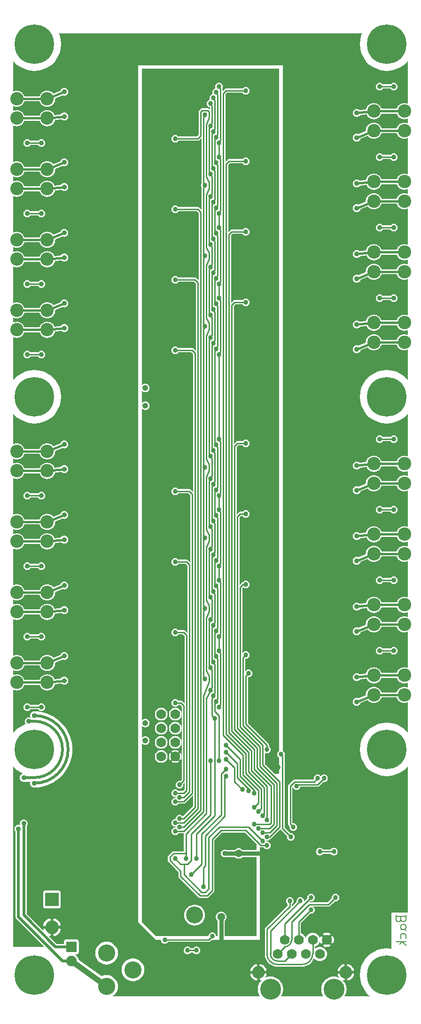
<source format=gbr>
G04 start of page 3 for group 1 idx 1 *
G04 Title: (unknown), solder *
G04 Creator: pcb 1.99y *
G04 CreationDate: Fri Oct 30 23:31:22 2009 UTC *
G04 For: dj *
G04 Format: Gerber/RS-274X *
G04 PCB-Dimensions: 290000 700000 *
G04 PCB-Coordinate-Origin: lower left *
%MOIN*%
%FSLAX25Y25*%
%LNBACK*%
%ADD11C,0.0200*%
%ADD12C,0.0100*%
%ADD15C,0.0150*%
%ADD16C,0.0300*%
%ADD19C,0.0350*%
%ADD21C,0.0400*%
%ADD22C,0.0250*%
%ADD24C,0.0340*%
%ADD25C,0.0380*%
%ADD33C,0.0900*%
%ADD34C,0.0410*%
%ADD37C,0.0080*%
%ADD38C,0.2800*%
%ADD39C,0.0700*%
%ADD40C,0.1480*%
%ADD41C,0.0890*%
%ADD42C,0.0944*%
%ADD43C,0.0750*%
%ADD44C,0.1217*%
%ADD45C,0.0945*%
%ADD46C,0.0360*%
%ADD47C,0.0600*%
%ADD48C,0.0460*%
%ADD49C,0.0540*%
%ADD50C,0.0950*%
%ADD51C,0.0550*%
%ADD52C,0.1200*%
%ADD67C,0.1280*%
%ADD68C,0.0394*%
%ADD69C,0.0430*%
%ADD70C,0.0433*%
G54D11*G36*
X51406Y30963D02*X51183Y31796D01*
X50797Y32625D01*
X50272Y33375D01*
X49625Y34022D01*
X48875Y34547D01*
X48439Y34750D01*
X50000D01*
X50260Y34773D01*
X50513Y34840D01*
X50750Y34951D01*
X50964Y35101D01*
X51149Y35286D01*
X51299Y35500D01*
X51410Y35737D01*
X51477Y35990D01*
X51500Y36250D01*
Y43750D01*
X51477Y44010D01*
X51410Y44263D01*
X51299Y44500D01*
X51149Y44714D01*
X50964Y44899D01*
X50820Y45000D01*
X71250D01*
Y43648D01*
X69846Y43525D01*
X68484Y43160D01*
X67206Y42565D01*
X66052Y41756D01*
X65055Y40759D01*
X64246Y39605D01*
X63651Y38327D01*
X63286Y36965D01*
X63163Y35561D01*
X63286Y34157D01*
X63651Y32795D01*
X64246Y31517D01*
X65055Y30363D01*
X66052Y29366D01*
X67206Y28557D01*
X68484Y27962D01*
X69846Y27597D01*
X71250Y27474D01*
Y20026D01*
X69846Y19903D01*
X68484Y19538D01*
X67716Y19180D01*
X51406Y30963D01*
G37*
G36*
X71250Y45000D02*X89951D01*
Y31837D01*
X88547Y31714D01*
X87185Y31349D01*
X85907Y30754D01*
X84753Y29945D01*
X83756Y28948D01*
X82947Y27794D01*
X82352Y26516D01*
X81987Y25154D01*
X81864Y23750D01*
X81987Y22346D01*
X82352Y20984D01*
X82947Y19706D01*
X83756Y18552D01*
X84753Y17555D01*
X85907Y16746D01*
X87185Y16151D01*
X88547Y15786D01*
X89951Y15663D01*
Y5000D01*
X75387D01*
X76448Y5744D01*
X77445Y6741D01*
X78254Y7895D01*
X78849Y9173D01*
X79214Y10535D01*
X79337Y11939D01*
X79214Y13343D01*
X78849Y14705D01*
X78254Y15983D01*
X77445Y17137D01*
X76448Y18134D01*
X75294Y18943D01*
X74016Y19538D01*
X72654Y19903D01*
X71250Y20026D01*
Y27474D01*
X72654Y27597D01*
X74016Y27962D01*
X75294Y28557D01*
X76448Y29366D01*
X77445Y30363D01*
X78254Y31517D01*
X78849Y32795D01*
X79214Y34157D01*
X79337Y35561D01*
X79214Y36965D01*
X78849Y38327D01*
X78254Y39605D01*
X77445Y40759D01*
X76448Y41756D01*
X75294Y42565D01*
X74016Y43160D01*
X72654Y43525D01*
X71250Y43648D01*
Y45000D01*
G37*
G36*
X89951D02*X109800D01*
X109841Y44531D01*
X109963Y44077D01*
X110162Y43650D01*
X110432Y43264D01*
X110764Y42932D01*
X111150Y42662D01*
X111577Y42463D01*
X112031Y42341D01*
X112500Y42300D01*
X112969Y42341D01*
X113423Y42463D01*
X113850Y42662D01*
X114236Y42932D01*
X114568Y43264D01*
X114733Y43500D01*
X131875D01*
Y39000D01*
X130983D01*
X130818Y39236D01*
X130486Y39568D01*
X130100Y39838D01*
X129673Y40037D01*
X129219Y40159D01*
X128750Y40200D01*
X128281Y40159D01*
X127827Y40037D01*
X127400Y39838D01*
X127014Y39568D01*
X126682Y39236D01*
X126412Y38850D01*
X126213Y38423D01*
X126091Y37969D01*
X126050Y37500D01*
X126091Y37031D01*
X126213Y36577D01*
X126412Y36150D01*
X126682Y35764D01*
X127014Y35432D01*
X127400Y35162D01*
X127827Y34963D01*
X128281Y34841D01*
X128750Y34800D01*
X129219Y34841D01*
X129673Y34963D01*
X130100Y35162D01*
X130486Y35432D01*
X130818Y35764D01*
X130983Y36000D01*
X131875D01*
Y5000D01*
X89951D01*
Y15663D01*
X91355Y15786D01*
X92717Y16151D01*
X93995Y16746D01*
X95149Y17555D01*
X96146Y18552D01*
X96955Y19706D01*
X97550Y20984D01*
X97915Y22346D01*
X98038Y23750D01*
X97915Y25154D01*
X97550Y26516D01*
X96955Y27794D01*
X96146Y28948D01*
X95149Y29945D01*
X93995Y30754D01*
X92717Y31349D01*
X91355Y31714D01*
X89951Y31837D01*
Y45000D01*
G37*
G36*
X131875Y43500D02*X143750D01*
X143830Y43507D01*
X143881D01*
X143934Y43516D01*
X144010Y43523D01*
X144084Y43543D01*
X144138Y43552D01*
X144189Y43570D01*
X144263Y43590D01*
X144328Y43621D01*
X144384Y43641D01*
X144435Y43671D01*
X144500Y43701D01*
X144561Y43743D01*
X144610Y43772D01*
X144654Y43809D01*
X144714Y43851D01*
X144766Y43903D01*
X144810Y43940D01*
X145726Y44856D01*
X145781Y44841D01*
X146250Y44800D01*
X146719Y44841D01*
X147173Y44963D01*
X147252Y45000D01*
X175678D01*
Y27055D01*
X175275Y26768D01*
X174873Y26425D01*
X174503Y26049D01*
X174168Y25641D01*
X173869Y25207D01*
X173609Y24747D01*
X173390Y24267D01*
X173214Y23769D01*
Y23768D01*
X173185Y23632D01*
X173180Y23492D01*
X173200Y23354D01*
X173243Y23222D01*
X173309Y23099D01*
X173395Y22989D01*
X173498Y22896D01*
X173617Y22822D01*
X173746Y22770D01*
X173882Y22741D01*
X174022Y22736D01*
X174160Y22756D01*
X174292Y22799D01*
X174415Y22865D01*
X174525Y22951D01*
X174618Y23054D01*
X174692Y23173D01*
X174744Y23302D01*
X174874Y23667D01*
X175035Y24021D01*
X175226Y24359D01*
X175446Y24679D01*
X175678Y24960D01*
Y19044D01*
X175493Y19261D01*
X175267Y19577D01*
X175070Y19911D01*
X174903Y20262D01*
X174767Y20625D01*
X174766D01*
X174712Y20753D01*
X174636Y20870D01*
X174541Y20972D01*
X174429Y21056D01*
X174305Y21119D01*
X174172Y21160D01*
X174034Y21177D01*
X173895Y21169D01*
X173759Y21138D01*
X173631Y21084D01*
X173514Y21008D01*
X173412Y20913D01*
X173328Y20801D01*
X173265Y20677D01*
X173224Y20544D01*
X173207Y20406D01*
X173215Y20267D01*
X173246Y20131D01*
X173430Y19637D01*
X173658Y19160D01*
X173926Y18705D01*
X174232Y18276D01*
X174575Y17874D01*
X174951Y17504D01*
X175359Y17169D01*
X175678Y16949D01*
Y5000D01*
X131875D01*
Y36000D01*
X132767D01*
X132932Y35764D01*
X133264Y35432D01*
X133650Y35162D01*
X134077Y34963D01*
X134531Y34841D01*
X135000Y34800D01*
X135469Y34841D01*
X135923Y34963D01*
X136350Y35162D01*
X136736Y35432D01*
X137068Y35764D01*
X137338Y36150D01*
X137537Y36577D01*
X137659Y37031D01*
X137700Y37500D01*
X137659Y37969D01*
X137537Y38423D01*
X137338Y38850D01*
X137068Y39236D01*
X136736Y39568D01*
X136350Y39838D01*
X135923Y40037D01*
X135469Y40159D01*
X135000Y40200D01*
X134531Y40159D01*
X134077Y40037D01*
X133650Y39838D01*
X133264Y39568D01*
X132932Y39236D01*
X132767Y39000D01*
X131875D01*
Y43500D01*
G37*
G36*
X175678Y45000D02*X180000D01*
Y110587D01*
X180051Y110574D01*
X180113Y110551D01*
X180177Y110540D01*
X180240Y110523D01*
X180307Y110517D01*
X180370Y110506D01*
X180432D01*
X180500Y110500D01*
X182264D01*
Y27091D01*
X182206Y27131D01*
X181746Y27391D01*
X181266Y27610D01*
X180768Y27786D01*
X180767D01*
X180631Y27815D01*
X180491Y27820D01*
X180353Y27800D01*
X180221Y27757D01*
X180098Y27691D01*
X179988Y27605D01*
X179895Y27502D01*
X179821Y27383D01*
X179769Y27254D01*
X179740Y27118D01*
X179735Y26978D01*
X179755Y26840D01*
X179798Y26708D01*
X179864Y26585D01*
X179950Y26475D01*
X180053Y26382D01*
X180172Y26308D01*
X180301Y26256D01*
X180666Y26126D01*
X181020Y25965D01*
X181358Y25774D01*
X181678Y25554D01*
X181977Y25307D01*
X182254Y25035D01*
X182264Y25023D01*
Y18980D01*
X182034Y18746D01*
X181739Y18494D01*
X181423Y18268D01*
X181089Y18071D01*
X180738Y17904D01*
X180375Y17768D01*
Y17767D01*
X180247Y17713D01*
X180130Y17637D01*
X180028Y17542D01*
X179944Y17430D01*
X179881Y17306D01*
X179840Y17173D01*
X179823Y17035D01*
X179831Y16896D01*
X179862Y16760D01*
X179916Y16632D01*
X179992Y16515D01*
X180087Y16413D01*
X180199Y16329D01*
X180323Y16266D01*
X180456Y16225D01*
X180594Y16208D01*
X180733Y16216D01*
X180869Y16247D01*
X181186Y16365D01*
X180606Y15785D01*
X179706Y14500D01*
X179043Y13078D01*
X178637Y11563D01*
X178500Y10000D01*
X178637Y8437D01*
X179043Y6922D01*
X179706Y5500D01*
X180056Y5000D01*
X175678D01*
Y16949D01*
X175793Y16870D01*
X176253Y16610D01*
X176733Y16391D01*
X177231Y16215D01*
X177232D01*
X177368Y16186D01*
X177508Y16181D01*
X177646Y16201D01*
X177778Y16244D01*
X177901Y16310D01*
X178011Y16396D01*
X178104Y16499D01*
X178178Y16618D01*
X178230Y16747D01*
X178259Y16883D01*
X178264Y17023D01*
X178244Y17161D01*
X178201Y17293D01*
X178135Y17416D01*
X178049Y17526D01*
X177946Y17619D01*
X177827Y17693D01*
X177698Y17745D01*
X177333Y17875D01*
X176979Y18036D01*
X176641Y18227D01*
X176321Y18447D01*
X176022Y18694D01*
X175745Y18966D01*
X175678Y19044D01*
Y24960D01*
X175693Y24978D01*
X175965Y25255D01*
X176260Y25507D01*
X176576Y25733D01*
X176910Y25930D01*
X177261Y26097D01*
X177624Y26233D01*
Y26234D01*
X177752Y26288D01*
X177869Y26364D01*
X177971Y26459D01*
X178055Y26571D01*
X178118Y26695D01*
X178159Y26828D01*
X178176Y26966D01*
X178168Y27105D01*
X178137Y27241D01*
X178083Y27369D01*
X178007Y27486D01*
X177912Y27588D01*
X177800Y27672D01*
X177676Y27735D01*
X177543Y27776D01*
X177405Y27793D01*
X177266Y27785D01*
X177130Y27754D01*
X176636Y27570D01*
X176159Y27342D01*
X175704Y27074D01*
X175678Y27055D01*
Y45000D01*
G37*
G36*
X182264Y110500D02*X182767D01*
X182932Y110264D01*
X183264Y109932D01*
X183650Y109662D01*
X184077Y109463D01*
X184531Y109341D01*
X185000Y109300D01*
X185469Y109341D01*
X185923Y109463D01*
X186350Y109662D01*
X186736Y109932D01*
X187068Y110264D01*
X187338Y110650D01*
X187537Y111077D01*
X187659Y111531D01*
X187700Y112000D01*
X187659Y112469D01*
X187537Y112923D01*
X187338Y113350D01*
X187068Y113736D01*
X186736Y114068D01*
X186350Y114338D01*
X185923Y114537D01*
X185469Y114659D01*
X185000Y114700D01*
X184671Y114671D01*
X184700Y115000D01*
X184671Y115329D01*
X185000Y115300D01*
X185469Y115341D01*
X185923Y115463D01*
X186350Y115662D01*
X186736Y115932D01*
X187068Y116264D01*
X187249Y116522D01*
X187260Y116523D01*
X187332Y116542D01*
X187388Y116552D01*
X187438Y116570D01*
X187513Y116590D01*
X187581Y116622D01*
X187634Y116641D01*
X187686Y116671D01*
X187750Y116701D01*
X187810Y116743D01*
X187860Y116772D01*
X187904Y116809D01*
X187964Y116851D01*
X188016Y116903D01*
X188060Y116940D01*
X194595Y123475D01*
X194620Y123423D01*
X194640Y123367D01*
X194673Y123310D01*
X194701Y123250D01*
X194738Y123197D01*
X194771Y123140D01*
X194814Y123089D01*
X194851Y123036D01*
X194897Y122990D01*
X194939Y122940D01*
X199356Y118523D01*
X199341Y118469D01*
X199300Y118000D01*
X199341Y117531D01*
X199463Y117077D01*
X199662Y116650D01*
X199932Y116264D01*
X200264Y115932D01*
X200650Y115662D01*
X201077Y115463D01*
X201531Y115341D01*
X202000Y115300D01*
X202469Y115341D01*
X202923Y115463D01*
X203350Y115662D01*
X203736Y115932D01*
X204068Y116264D01*
X204338Y116650D01*
X204537Y117077D01*
X204659Y117531D01*
X204700Y118000D01*
X204659Y118469D01*
X204537Y118923D01*
X204338Y119350D01*
X204068Y119736D01*
X203736Y120068D01*
X203350Y120338D01*
X202923Y120537D01*
X202469Y120659D01*
X202000Y120700D01*
X201531Y120659D01*
X201477Y120644D01*
X197500Y124621D01*
Y160000D01*
X218349D01*
X218341Y159969D01*
X218300Y159500D01*
X218341Y159031D01*
X218355Y158977D01*
X217878Y158500D01*
X204500D01*
X204443Y158495D01*
X204369D01*
X204296Y158482D01*
X204240Y158477D01*
X204181Y158461D01*
X204112Y158449D01*
X204051Y158427D01*
X203987Y158410D01*
X203928Y158382D01*
X203866Y158360D01*
X203805Y158325D01*
X203750Y158299D01*
X203703Y158266D01*
X203639Y158229D01*
X203583Y158182D01*
X203536Y158149D01*
X203495Y158108D01*
X203439Y158061D01*
X200439Y155061D01*
X200440Y155060D01*
X200402Y155015D01*
X200351Y154964D01*
X200309Y154905D01*
X200272Y154860D01*
X200244Y154811D01*
X200201Y154750D01*
X200171Y154685D01*
X200141Y154634D01*
X200122Y154581D01*
X200090Y154513D01*
X200070Y154437D01*
X200052Y154388D01*
X200042Y154333D01*
X200023Y154260D01*
X200016Y154184D01*
X200007Y154131D01*
Y154079D01*
X200000Y154000D01*
Y127250D01*
X200006Y127182D01*
Y127120D01*
X200017Y127057D01*
X200023Y126990D01*
X200040Y126926D01*
X200051Y126863D01*
X200072Y126805D01*
X200090Y126737D01*
X200119Y126675D01*
X200140Y126617D01*
X200173Y126560D01*
X200201Y126500D01*
X200238Y126447D01*
X200271Y126390D01*
X200314Y126339D01*
X200351Y126286D01*
X200397Y126240D01*
X200439Y126190D01*
X201106Y125523D01*
X201091Y125469D01*
X201050Y125000D01*
X201091Y124531D01*
X201213Y124077D01*
X201412Y123650D01*
X201682Y123264D01*
X202014Y122932D01*
X202400Y122662D01*
X202827Y122463D01*
X203281Y122341D01*
X203750Y122300D01*
X204219Y122341D01*
X204673Y122463D01*
X205100Y122662D01*
X205486Y122932D01*
X205818Y123264D01*
X206088Y123650D01*
X206287Y124077D01*
X206409Y124531D01*
X206450Y125000D01*
X206409Y125469D01*
X206287Y125923D01*
X206088Y126350D01*
X205818Y126736D01*
X205486Y127068D01*
X205100Y127338D01*
X204673Y127537D01*
X204219Y127659D01*
X203750Y127700D01*
X203281Y127659D01*
X203227Y127644D01*
X203000Y127871D01*
Y153380D01*
X203326Y153706D01*
X203341Y153531D01*
X203463Y153077D01*
X203662Y152650D01*
X203932Y152264D01*
X204264Y151932D01*
X204650Y151662D01*
X205077Y151463D01*
X205531Y151341D01*
X206000Y151300D01*
X206469Y151341D01*
X206923Y151463D01*
X207350Y151662D01*
X207736Y151932D01*
X208068Y152264D01*
X208338Y152650D01*
X208537Y153077D01*
X208651Y153500D01*
X221000D01*
X221079Y153507D01*
X221131D01*
X221185Y153516D01*
X221260Y153523D01*
X221333Y153542D01*
X221388Y153552D01*
X221437Y153570D01*
X221513Y153590D01*
X221579Y153621D01*
X221634Y153641D01*
X221685Y153671D01*
X221750Y153701D01*
X221810Y153743D01*
X221860Y153772D01*
X221904Y153809D01*
X221964Y153851D01*
X222016Y153903D01*
X222060Y153940D01*
X224976Y156856D01*
X225031Y156841D01*
X225500Y156800D01*
X225969Y156841D01*
X226423Y156963D01*
X226850Y157162D01*
X227236Y157432D01*
X227500Y157696D01*
Y109000D01*
X224733D01*
X224568Y109236D01*
X224236Y109568D01*
X223850Y109838D01*
X223423Y110037D01*
X222969Y110159D01*
X222500Y110200D01*
X222031Y110159D01*
X221577Y110037D01*
X221150Y109838D01*
X220764Y109568D01*
X220432Y109236D01*
X220162Y108850D01*
X219963Y108423D01*
X219841Y107969D01*
X219800Y107500D01*
X219841Y107031D01*
X219963Y106577D01*
X220162Y106150D01*
X220432Y105764D01*
X220764Y105432D01*
X221150Y105162D01*
X221577Y104963D01*
X222031Y104841D01*
X222500Y104800D01*
X222969Y104841D01*
X223423Y104963D01*
X223850Y105162D01*
X224236Y105432D01*
X224568Y105764D01*
X224733Y106000D01*
X227500D01*
Y71500D01*
X215000D01*
X214943Y71495D01*
X214869D01*
X214864Y71494D01*
X215726Y72356D01*
X215781Y72341D01*
X216250Y72300D01*
X216719Y72341D01*
X217173Y72463D01*
X217600Y72662D01*
X217986Y72932D01*
X218318Y73264D01*
X218588Y73650D01*
X218787Y74077D01*
X218909Y74531D01*
X218950Y75000D01*
X218909Y75469D01*
X218787Y75923D01*
X218588Y76350D01*
X218318Y76736D01*
X217986Y77068D01*
X217600Y77338D01*
X217173Y77537D01*
X216719Y77659D01*
X216250Y77700D01*
X215781Y77659D01*
X215327Y77537D01*
X214900Y77338D01*
X214514Y77068D01*
X214182Y76736D01*
X213912Y76350D01*
X213713Y75923D01*
X213591Y75469D01*
X213550Y75000D01*
X213591Y74531D01*
X213605Y74477D01*
X211433Y72305D01*
X211450Y72500D01*
X211409Y72969D01*
X211287Y73423D01*
X211088Y73850D01*
X210818Y74236D01*
X210486Y74568D01*
X210100Y74838D01*
X209673Y75037D01*
X209219Y75159D01*
X208750Y75200D01*
X208281Y75159D01*
X207827Y75037D01*
X207400Y74838D01*
X207014Y74568D01*
X206682Y74236D01*
X206412Y73850D01*
X206213Y73423D01*
X206091Y72969D01*
X206050Y72500D01*
X206091Y72031D01*
X206105Y71977D01*
X202745Y68617D01*
Y68692D01*
X202750Y68750D01*
Y70267D01*
X202986Y70432D01*
X203318Y70764D01*
X203588Y71150D01*
X203787Y71577D01*
X203909Y72031D01*
X203950Y72500D01*
X203909Y72969D01*
X203787Y73423D01*
X203588Y73850D01*
X203318Y74236D01*
X202986Y74568D01*
X202600Y74838D01*
X202173Y75037D01*
X201719Y75159D01*
X201250Y75200D01*
X200781Y75159D01*
X200327Y75037D01*
X199900Y74838D01*
X199514Y74568D01*
X199182Y74236D01*
X198912Y73850D01*
X198713Y73423D01*
X198591Y72969D01*
X198550Y72500D01*
X198591Y72031D01*
X198713Y71577D01*
X198912Y71150D01*
X199182Y70764D01*
X199514Y70432D01*
X199750Y70267D01*
Y69372D01*
X183939Y53561D01*
X183940Y53560D01*
X183903Y53516D01*
X183851Y53464D01*
X183809Y53405D01*
X183772Y53360D01*
X183744Y53311D01*
X183701Y53250D01*
X183671Y53185D01*
X183641Y53134D01*
X183622Y53081D01*
X183590Y53013D01*
X183570Y52937D01*
X183552Y52888D01*
X183542Y52833D01*
X183523Y52760D01*
X183516Y52685D01*
X183507Y52631D01*
Y52579D01*
X183500Y52500D01*
Y35000D01*
X183534Y34216D01*
X183636Y33438D01*
X183806Y32671D01*
X184042Y31922D01*
X184343Y31197D01*
X184705Y30501D01*
X185127Y29838D01*
X185605Y29215D01*
X186136Y28637D01*
X186714Y28106D01*
X187337Y27628D01*
X187999Y27206D01*
X188696Y26844D01*
X189421Y26543D01*
X190170Y26307D01*
X190937Y26137D01*
X191715Y26035D01*
X192499Y26000D01*
X210001D01*
X210784Y26035D01*
X211562Y26137D01*
X212329Y26307D01*
X213078Y26543D01*
X213803Y26844D01*
X214499Y27206D01*
X215162Y27628D01*
X215785Y28106D01*
X216363Y28637D01*
X216894Y29215D01*
X217372Y29838D01*
X217794Y30501D01*
X218156Y31197D01*
X218455Y31918D01*
X218593Y31722D01*
X219222Y31093D01*
X219950Y30583D01*
X220756Y30208D01*
X221614Y29977D01*
X222500Y29900D01*
X223386Y29977D01*
X224244Y30208D01*
X225050Y30583D01*
X225778Y31093D01*
X226407Y31722D01*
X226917Y32450D01*
X227292Y33256D01*
X227500Y34029D01*
Y17444D01*
X226715Y16894D01*
X225606Y15785D01*
X224706Y14500D01*
X224043Y13078D01*
X223637Y11563D01*
X223500Y10000D01*
X223637Y8437D01*
X224043Y6922D01*
X224706Y5500D01*
X225056Y5000D01*
X194944D01*
X195294Y5500D01*
X195957Y6922D01*
X196363Y8437D01*
X196500Y10000D01*
X196363Y11563D01*
X195957Y13078D01*
X195294Y14500D01*
X194394Y15785D01*
X193285Y16894D01*
X192000Y17794D01*
X190578Y18457D01*
X189063Y18863D01*
X187500Y19000D01*
X185937Y18863D01*
X184422Y18457D01*
X183593Y18071D01*
X183831Y18360D01*
X184130Y18794D01*
X184390Y19254D01*
X184609Y19734D01*
X184785Y20232D01*
Y20233D01*
X184814Y20369D01*
X184819Y20509D01*
X184799Y20647D01*
X184756Y20779D01*
X184690Y20902D01*
X184604Y21012D01*
X184501Y21105D01*
X184382Y21179D01*
X184253Y21231D01*
X184117Y21260D01*
X183977Y21265D01*
X183839Y21245D01*
X183707Y21202D01*
X183584Y21136D01*
X183474Y21050D01*
X183381Y20947D01*
X183307Y20828D01*
X183255Y20699D01*
X183125Y20334D01*
X182964Y19980D01*
X182773Y19642D01*
X182553Y19322D01*
X182306Y19023D01*
X182264Y18980D01*
Y25023D01*
X182506Y24740D01*
X182732Y24424D01*
X182929Y24090D01*
X183096Y23739D01*
X183232Y23376D01*
X183233D01*
X183287Y23248D01*
X183363Y23131D01*
X183458Y23029D01*
X183570Y22945D01*
X183694Y22882D01*
X183827Y22841D01*
X183965Y22824D01*
X184104Y22832D01*
X184240Y22863D01*
X184368Y22917D01*
X184485Y22993D01*
X184587Y23088D01*
X184671Y23200D01*
X184734Y23324D01*
X184775Y23457D01*
X184792Y23595D01*
X184784Y23734D01*
X184753Y23870D01*
X184569Y24364D01*
X184341Y24841D01*
X184073Y25296D01*
X183767Y25725D01*
X183424Y26127D01*
X183048Y26497D01*
X182640Y26832D01*
X182264Y27091D01*
Y110500D01*
G37*
G36*
X226132Y41779D02*X226131Y41778D01*
X225998Y41821D01*
X225860Y41840D01*
X225721Y41835D01*
X225585Y41806D01*
X225456Y41754D01*
X225338Y41680D01*
X225234Y41587D01*
X225148Y41477D01*
X225083Y41354D01*
X225040Y41221D01*
X225021Y41083D01*
X225026Y40944D01*
X225055Y40808D01*
X225107Y40679D01*
X225181Y40561D01*
X225274Y40457D01*
X225384Y40371D01*
X225507Y40306D01*
X225942Y40144D01*
X226391Y40022D01*
X226849Y39942D01*
X227312Y39904D01*
X227500Y39906D01*
Y35971D01*
X227292Y36744D01*
X226917Y37550D01*
X226407Y38278D01*
X225778Y38907D01*
X225050Y39417D01*
X224244Y39792D01*
X223386Y40023D01*
X222500Y40100D01*
X221614Y40023D01*
X220756Y39792D01*
X219950Y39417D01*
X219222Y38907D01*
X219000Y38685D01*
Y40142D01*
X219244Y40208D01*
X220050Y40583D01*
X220778Y41093D01*
X221407Y41722D01*
X221917Y42450D01*
X222292Y43256D01*
X222499Y44025D01*
X222542Y43805D01*
X222671Y43359D01*
X222840Y42926D01*
Y42927D01*
X222908Y42805D01*
X222995Y42697D01*
X223100Y42605D01*
X223220Y42533D01*
X223350Y42483D01*
X223487Y42456D01*
X223626Y42454D01*
X223764Y42476D01*
X223896Y42521D01*
X224018Y42589D01*
X224126Y42676D01*
X224218Y42781D01*
X224290Y42901D01*
X224340Y43031D01*
X224367Y43168D01*
X224369Y43307D01*
X224347Y43445D01*
X224302Y43577D01*
X224186Y43874D01*
X224097Y44180D01*
X224036Y44493D01*
X224005Y44811D01*
X224002Y45129D01*
X224028Y45447D01*
X224083Y45761D01*
X224167Y46069D01*
X224278Y46368D01*
X224277Y46369D01*
X224320Y46502D01*
X224339Y46640D01*
X224334Y46779D01*
X224305Y46915D01*
X224253Y47044D01*
X224179Y47162D01*
X224086Y47266D01*
X223976Y47352D01*
X223853Y47417D01*
X223720Y47460D01*
X223582Y47479D01*
X223443Y47474D01*
X223307Y47445D01*
X223178Y47393D01*
X223060Y47319D01*
X222956Y47226D01*
X222870Y47116D01*
X222805Y46993D01*
X222643Y46558D01*
X222521Y46109D01*
X222498Y45978D01*
X222292Y46744D01*
X221917Y47550D01*
X221407Y48278D01*
X220778Y48907D01*
X220050Y49417D01*
X219244Y49792D01*
X218386Y50023D01*
X217500Y50100D01*
X216614Y50023D01*
X215756Y49792D01*
X214950Y49417D01*
X214222Y48907D01*
X213593Y48278D01*
X213083Y47550D01*
X212708Y46744D01*
X212500Y45971D01*
X212292Y46744D01*
X211917Y47550D01*
X211407Y48278D01*
X210778Y48907D01*
X210050Y49417D01*
X209244Y49792D01*
X209000Y49858D01*
Y56880D01*
X215726Y63606D01*
X215781Y63591D01*
X216250Y63550D01*
X216719Y63591D01*
X217173Y63713D01*
X217600Y63912D01*
X217986Y64182D01*
X218318Y64514D01*
X218588Y64900D01*
X218787Y65327D01*
X218909Y65781D01*
X218950Y66250D01*
X218909Y66719D01*
X218787Y67173D01*
X218588Y67600D01*
X218318Y67986D01*
X217986Y68318D01*
X217726Y68500D01*
X227500D01*
Y50095D01*
X227223Y50093D01*
X226760Y50047D01*
X226304Y49958D01*
X225858Y49829D01*
X225425Y49660D01*
X225426D01*
X225304Y49592D01*
X225196Y49505D01*
X225104Y49400D01*
X225032Y49280D01*
X224982Y49150D01*
X224955Y49013D01*
X224953Y48874D01*
X224975Y48736D01*
X225020Y48604D01*
X225088Y48482D01*
X225175Y48374D01*
X225280Y48282D01*
X225400Y48210D01*
X225530Y48160D01*
X225667Y48133D01*
X225806Y48131D01*
X225944Y48153D01*
X226076Y48198D01*
X226373Y48314D01*
X226679Y48403D01*
X226992Y48464D01*
X227310Y48495D01*
X227500Y48497D01*
Y41504D01*
X227371Y41503D01*
X227053Y41529D01*
X226739Y41584D01*
X226431Y41668D01*
X226132Y41779D01*
G37*
G36*
X227500Y157696D02*X227568Y157764D01*
X227838Y158150D01*
X228037Y158577D01*
X228159Y159031D01*
X228200Y159500D01*
X228159Y159969D01*
X228151Y160000D01*
X231613D01*
Y110047D01*
X231577Y110037D01*
X231150Y109838D01*
X230764Y109568D01*
X230432Y109236D01*
X230267Y109000D01*
X227500D01*
Y157696D01*
G37*
G36*
X231613Y18922D02*X230937Y18863D01*
X229422Y18457D01*
X228000Y17794D01*
X227500Y17444D01*
Y34029D01*
X227523Y34114D01*
X227600Y35000D01*
X227523Y35886D01*
X227500Y35971D01*
Y39906D01*
X227776Y39908D01*
X228239Y39954D01*
X228695Y40043D01*
X229141Y40172D01*
X229574Y40341D01*
X229573D01*
X229695Y40409D01*
X229803Y40496D01*
X229895Y40601D01*
X229967Y40721D01*
X230017Y40851D01*
X230044Y40988D01*
X230046Y41127D01*
X230024Y41265D01*
X229979Y41397D01*
X229911Y41519D01*
X229824Y41627D01*
X229719Y41719D01*
X229599Y41791D01*
X229469Y41841D01*
X229332Y41868D01*
X229193Y41870D01*
X229055Y41848D01*
X228923Y41803D01*
X228626Y41687D01*
X228320Y41598D01*
X228007Y41537D01*
X227689Y41506D01*
X227500Y41504D01*
Y48497D01*
X227628Y48498D01*
X227946Y48472D01*
X228260Y48417D01*
X228568Y48333D01*
X228867Y48222D01*
X228868Y48223D01*
X229001Y48180D01*
X229139Y48161D01*
X229278Y48166D01*
X229414Y48195D01*
X229543Y48247D01*
X229661Y48321D01*
X229765Y48414D01*
X229851Y48524D01*
X229916Y48647D01*
X229959Y48780D01*
X229978Y48918D01*
X229973Y49057D01*
X229944Y49193D01*
X229892Y49322D01*
X229818Y49440D01*
X229725Y49544D01*
X229615Y49630D01*
X229492Y49695D01*
X229057Y49857D01*
X228608Y49979D01*
X228150Y50059D01*
X227687Y50097D01*
X227500Y50095D01*
Y68500D01*
X228750D01*
X228830Y68507D01*
X228881D01*
X228934Y68516D01*
X229010Y68523D01*
X229084Y68543D01*
X229138Y68552D01*
X229189Y68570D01*
X229263Y68590D01*
X229328Y68621D01*
X229384Y68641D01*
X229435Y68671D01*
X229500Y68701D01*
X229561Y68743D01*
X229610Y68772D01*
X229654Y68809D01*
X229714Y68851D01*
X229766Y68903D01*
X229810Y68940D01*
X231613Y70743D01*
Y47525D01*
X231512Y47545D01*
X231373Y47547D01*
X231235Y47525D01*
X231103Y47480D01*
X230981Y47412D01*
X230873Y47325D01*
X230781Y47220D01*
X230709Y47100D01*
X230659Y46970D01*
X230632Y46833D01*
X230630Y46694D01*
X230652Y46556D01*
X230697Y46424D01*
X230813Y46127D01*
X230902Y45821D01*
X230963Y45508D01*
X230994Y45190D01*
X230997Y44872D01*
X230971Y44554D01*
X230916Y44240D01*
X230832Y43932D01*
X230721Y43633D01*
X230722Y43632D01*
X230679Y43499D01*
X230660Y43361D01*
X230665Y43222D01*
X230694Y43086D01*
X230746Y42957D01*
X230820Y42839D01*
X230913Y42735D01*
X231023Y42649D01*
X231146Y42584D01*
X231279Y42541D01*
X231417Y42522D01*
X231556Y42527D01*
X231613Y42539D01*
Y18922D01*
G37*
G36*
Y76637D02*X231412Y76350D01*
X231213Y75923D01*
X231091Y75469D01*
X231050Y75000D01*
X231091Y74531D01*
X231105Y74477D01*
X228128Y71500D01*
X227500D01*
Y106000D01*
X230267D01*
X230432Y105764D01*
X230764Y105432D01*
X231150Y105162D01*
X231577Y104963D01*
X231613Y104953D01*
Y76637D01*
G37*
G36*
Y160000D02*X237678D01*
Y27055D01*
X237275Y26768D01*
X236873Y26425D01*
X236503Y26049D01*
X236168Y25641D01*
X235869Y25207D01*
X235609Y24747D01*
X235390Y24267D01*
X235214Y23769D01*
Y23768D01*
X235185Y23632D01*
X235180Y23492D01*
X235200Y23354D01*
X235243Y23222D01*
X235309Y23099D01*
X235395Y22989D01*
X235498Y22896D01*
X235617Y22822D01*
X235746Y22770D01*
X235882Y22741D01*
X236022Y22736D01*
X236160Y22756D01*
X236292Y22799D01*
X236415Y22865D01*
X236525Y22951D01*
X236618Y23054D01*
X236692Y23173D01*
X236744Y23302D01*
X236874Y23667D01*
X237035Y24021D01*
X237226Y24359D01*
X237446Y24679D01*
X237678Y24960D01*
Y19044D01*
X237493Y19261D01*
X237267Y19577D01*
X237070Y19911D01*
X236903Y20262D01*
X236767Y20625D01*
X236766D01*
X236712Y20753D01*
X236636Y20870D01*
X236541Y20972D01*
X236429Y21056D01*
X236305Y21119D01*
X236172Y21160D01*
X236034Y21177D01*
X235895Y21169D01*
X235759Y21138D01*
X235631Y21084D01*
X235514Y21008D01*
X235412Y20913D01*
X235328Y20801D01*
X235265Y20677D01*
X235224Y20544D01*
X235207Y20406D01*
X235215Y20267D01*
X235246Y20131D01*
X235430Y19637D01*
X235658Y19160D01*
X235926Y18705D01*
X236232Y18276D01*
X236408Y18070D01*
X235578Y18457D01*
X234063Y18863D01*
X232500Y19000D01*
X231613Y18922D01*
Y42539D01*
X231692Y42556D01*
X231821Y42608D01*
X231939Y42682D01*
X232043Y42775D01*
X232129Y42885D01*
X232194Y43008D01*
X232356Y43443D01*
X232478Y43892D01*
X232558Y44350D01*
X232596Y44813D01*
X232592Y45277D01*
X232546Y45740D01*
X232457Y46196D01*
X232328Y46642D01*
X232159Y47075D01*
Y47074D01*
X232091Y47196D01*
X232004Y47304D01*
X231899Y47396D01*
X231779Y47468D01*
X231649Y47518D01*
X231613Y47525D01*
Y70743D01*
X233226Y72356D01*
X233281Y72341D01*
X233750Y72300D01*
X234219Y72341D01*
X234673Y72463D01*
X235100Y72662D01*
X235486Y72932D01*
X235818Y73264D01*
X236088Y73650D01*
X236287Y74077D01*
X236409Y74531D01*
X236450Y75000D01*
X236409Y75469D01*
X236287Y75923D01*
X236088Y76350D01*
X235818Y76736D01*
X235486Y77068D01*
X235100Y77338D01*
X234673Y77537D01*
X234219Y77659D01*
X233750Y77700D01*
X233281Y77659D01*
X232827Y77537D01*
X232400Y77338D01*
X232014Y77068D01*
X231682Y76736D01*
X231613Y76637D01*
Y104953D01*
X232031Y104841D01*
X232500Y104800D01*
X232969Y104841D01*
X233423Y104963D01*
X233850Y105162D01*
X234236Y105432D01*
X234568Y105764D01*
X234838Y106150D01*
X235037Y106577D01*
X235159Y107031D01*
X235200Y107500D01*
X235159Y107969D01*
X235037Y108423D01*
X234838Y108850D01*
X234568Y109236D01*
X234236Y109568D01*
X233850Y109838D01*
X233423Y110037D01*
X232969Y110159D01*
X232500Y110200D01*
X232031Y110159D01*
X231613Y110047D01*
Y160000D01*
G37*
G36*
X237678D02*X244321D01*
Y27052D01*
X244206Y27131D01*
X243746Y27391D01*
X243266Y27610D01*
X242768Y27786D01*
X242767D01*
X242631Y27815D01*
X242491Y27820D01*
X242353Y27800D01*
X242221Y27757D01*
X242098Y27691D01*
X241988Y27605D01*
X241895Y27502D01*
X241821Y27383D01*
X241769Y27254D01*
X241740Y27118D01*
X241735Y26978D01*
X241755Y26840D01*
X241798Y26708D01*
X241864Y26585D01*
X241950Y26475D01*
X242053Y26382D01*
X242172Y26308D01*
X242301Y26256D01*
X242666Y26126D01*
X243020Y25965D01*
X243358Y25774D01*
X243678Y25554D01*
X243977Y25307D01*
X244254Y25035D01*
X244321Y24957D01*
Y19041D01*
X244306Y19023D01*
X244034Y18746D01*
X243739Y18494D01*
X243423Y18268D01*
X243089Y18071D01*
X242738Y17904D01*
X242375Y17768D01*
Y17767D01*
X242247Y17713D01*
X242130Y17637D01*
X242028Y17542D01*
X241944Y17430D01*
X241881Y17306D01*
X241840Y17173D01*
X241823Y17035D01*
X241831Y16896D01*
X241862Y16760D01*
X241916Y16632D01*
X241992Y16515D01*
X242087Y16413D01*
X242199Y16329D01*
X242323Y16266D01*
X242456Y16225D01*
X242594Y16208D01*
X242733Y16216D01*
X242869Y16247D01*
X243363Y16431D01*
X243840Y16659D01*
X244295Y16927D01*
X244321Y16946D01*
Y5000D01*
X239944D01*
X240294Y5500D01*
X240957Y6922D01*
X241363Y8437D01*
X241500Y10000D01*
X241363Y11563D01*
X240957Y13078D01*
X240294Y14500D01*
X239394Y15785D01*
X238818Y16361D01*
X239231Y16215D01*
X239232D01*
X239368Y16186D01*
X239508Y16181D01*
X239646Y16201D01*
X239778Y16244D01*
X239901Y16310D01*
X240011Y16396D01*
X240104Y16499D01*
X240178Y16618D01*
X240230Y16747D01*
X240259Y16883D01*
X240264Y17023D01*
X240244Y17161D01*
X240201Y17293D01*
X240135Y17416D01*
X240049Y17526D01*
X239946Y17619D01*
X239827Y17693D01*
X239698Y17745D01*
X239333Y17875D01*
X238979Y18036D01*
X238641Y18227D01*
X238321Y18447D01*
X238022Y18694D01*
X237745Y18966D01*
X237678Y19044D01*
Y24960D01*
X237693Y24978D01*
X237965Y25255D01*
X238260Y25507D01*
X238576Y25733D01*
X238910Y25930D01*
X239261Y26097D01*
X239624Y26233D01*
Y26234D01*
X239752Y26288D01*
X239869Y26364D01*
X239971Y26459D01*
X240055Y26571D01*
X240118Y26695D01*
X240159Y26828D01*
X240176Y26966D01*
X240168Y27105D01*
X240137Y27241D01*
X240083Y27369D01*
X240007Y27486D01*
X239912Y27588D01*
X239800Y27672D01*
X239676Y27735D01*
X239543Y27776D01*
X239405Y27793D01*
X239266Y27785D01*
X239130Y27754D01*
X238636Y27570D01*
X238159Y27342D01*
X237704Y27074D01*
X237678Y27055D01*
Y160000D01*
G37*
G36*
X244321D02*X285000D01*
Y64166D01*
X284988Y64172D01*
X284887Y64199D01*
X284783Y64208D01*
X273892D01*
X273788Y64199D01*
X273687Y64172D01*
X273592Y64128D01*
X273506Y64068D01*
X273432Y63994D01*
X273372Y63908D01*
X273328Y63813D01*
X273301Y63712D01*
X273292Y63608D01*
Y38712D01*
X270000Y39000D01*
X266701Y38711D01*
X263502Y37854D01*
X260500Y36454D01*
X257787Y34555D01*
X255445Y32213D01*
X253546Y29500D01*
X252146Y26498D01*
X251289Y23299D01*
X251000Y20000D01*
X251289Y16701D01*
X252146Y13502D01*
X253546Y10500D01*
X255445Y7787D01*
X257787Y5445D01*
X258423Y5000D01*
X244321D01*
Y16946D01*
X244724Y17233D01*
X245126Y17576D01*
X245496Y17952D01*
X245831Y18360D01*
X246130Y18794D01*
X246390Y19254D01*
X246609Y19734D01*
X246785Y20232D01*
Y20233D01*
X246814Y20369D01*
X246819Y20509D01*
X246799Y20647D01*
X246756Y20779D01*
X246690Y20902D01*
X246604Y21012D01*
X246501Y21105D01*
X246382Y21179D01*
X246253Y21231D01*
X246117Y21260D01*
X245977Y21265D01*
X245839Y21245D01*
X245707Y21202D01*
X245584Y21136D01*
X245474Y21050D01*
X245381Y20947D01*
X245307Y20828D01*
X245255Y20699D01*
X245125Y20334D01*
X244964Y19980D01*
X244773Y19642D01*
X244553Y19322D01*
X244321Y19041D01*
Y24957D01*
X244506Y24740D01*
X244732Y24424D01*
X244929Y24090D01*
X245096Y23739D01*
X245232Y23376D01*
X245233D01*
X245287Y23248D01*
X245363Y23131D01*
X245458Y23029D01*
X245570Y22945D01*
X245694Y22882D01*
X245827Y22841D01*
X245965Y22824D01*
X246104Y22832D01*
X246240Y22863D01*
X246368Y22917D01*
X246485Y22993D01*
X246587Y23088D01*
X246671Y23200D01*
X246734Y23324D01*
X246775Y23457D01*
X246792Y23595D01*
X246784Y23734D01*
X246753Y23870D01*
X246569Y24364D01*
X246341Y24841D01*
X246073Y25296D01*
X245767Y25725D01*
X245424Y26127D01*
X245048Y26497D01*
X244640Y26832D01*
X244321Y27052D01*
Y160000D01*
G37*
G36*
X120030Y47500D02*X113502D01*
X113423Y47537D01*
X112969Y47659D01*
X112500Y47700D01*
X112031Y47659D01*
X111577Y47537D01*
X111498Y47500D01*
X106250D01*
X96250Y57500D01*
Y176250D01*
X105694D01*
X105568Y175781D01*
X105500Y175000D01*
X105568Y174219D01*
X105771Y173461D01*
X106103Y172750D01*
X106553Y172107D01*
X107107Y171553D01*
X107750Y171103D01*
X108461Y170771D01*
X109219Y170568D01*
X110000Y170500D01*
X110781Y170568D01*
X111539Y170771D01*
X112250Y171103D01*
X112893Y171553D01*
X113447Y172107D01*
X113897Y172750D01*
X114229Y173461D01*
X114432Y174219D01*
X114500Y175000D01*
X114432Y175781D01*
X114306Y176250D01*
X115680D01*
X115648Y176146D01*
X115563Y175756D01*
X115514Y175360D01*
X115500Y174961D01*
X115521Y174563D01*
X115577Y174168D01*
X115668Y173779D01*
X115794Y173400D01*
X115952Y173034D01*
X116142Y172683D01*
X116143Y172682D01*
X116194Y172612D01*
X116257Y172551D01*
X116329Y172503D01*
X116409Y172467D01*
X116494Y172446D01*
X116580Y172440D01*
X116667Y172450D01*
X116751Y172474D01*
X116829Y172512D01*
X116899Y172563D01*
X116960Y172626D01*
X117008Y172698D01*
X117044Y172778D01*
X117065Y172863D01*
X117071Y172949D01*
X117061Y173036D01*
X117037Y173120D01*
X116999Y173198D01*
X116851Y173471D01*
X116728Y173756D01*
X116631Y174050D01*
X116560Y174353D01*
X116516Y174660D01*
X116500Y174970D01*
X116511Y175280D01*
X116549Y175588D01*
X116615Y175892D01*
X116707Y176188D01*
X116732Y176250D01*
X120030D01*
Y171501D01*
X119720Y171512D01*
X119412Y171550D01*
X119108Y171616D01*
X118812Y171708D01*
X118525Y171826D01*
X118249Y171969D01*
X118251D01*
X118172Y172006D01*
X118088Y172029D01*
X118001Y172036D01*
X117914Y172029D01*
X117830Y172007D01*
X117751Y171970D01*
X117679Y171920D01*
X117617Y171858D01*
X117567Y171787D01*
X117530Y171708D01*
X117507Y171624D01*
X117500Y171537D01*
X117507Y171450D01*
X117529Y171366D01*
X117566Y171287D01*
X117616Y171215D01*
X117678Y171153D01*
X117749Y171103D01*
X118104Y170919D01*
X118473Y170767D01*
X118854Y170649D01*
X119244Y170564D01*
X119640Y170515D01*
X120030Y170501D01*
Y151697D01*
X120000Y151700D01*
X119531Y151659D01*
X119077Y151537D01*
X118650Y151338D01*
X118264Y151068D01*
X117932Y150736D01*
X117662Y150350D01*
X117463Y149923D01*
X117341Y149469D01*
X117300Y149000D01*
X117341Y148531D01*
X117463Y148077D01*
X117662Y147650D01*
X117932Y147264D01*
X118264Y146932D01*
X118650Y146662D01*
X119077Y146463D01*
X119531Y146341D01*
X120000Y146300D01*
X120030Y146303D01*
Y145697D01*
X120000Y145700D01*
X119531Y145659D01*
X119077Y145537D01*
X118650Y145338D01*
X118264Y145068D01*
X117932Y144736D01*
X117662Y144350D01*
X117463Y143923D01*
X117341Y143469D01*
X117300Y143000D01*
X117341Y142531D01*
X117463Y142077D01*
X117662Y141650D01*
X117932Y141264D01*
X118264Y140932D01*
X118650Y140662D01*
X119077Y140463D01*
X119531Y140341D01*
X120000Y140300D01*
X120030Y140303D01*
Y130697D01*
X120000Y130700D01*
X119531Y130659D01*
X119077Y130537D01*
X118650Y130338D01*
X118264Y130068D01*
X117932Y129736D01*
X117662Y129350D01*
X117463Y128923D01*
X117341Y128469D01*
X117300Y128000D01*
X117341Y127531D01*
X117463Y127077D01*
X117662Y126650D01*
X117932Y126264D01*
X118264Y125932D01*
X118650Y125662D01*
X119077Y125463D01*
X119531Y125341D01*
X120000Y125300D01*
X120030Y125303D01*
Y124697D01*
X120000Y124700D01*
X119531Y124659D01*
X119077Y124537D01*
X118650Y124338D01*
X118264Y124068D01*
X117932Y123736D01*
X117662Y123350D01*
X117463Y122923D01*
X117341Y122469D01*
X117300Y122000D01*
X117341Y121531D01*
X117463Y121077D01*
X117662Y120650D01*
X117932Y120264D01*
X118264Y119932D01*
X118650Y119662D01*
X119077Y119463D01*
X119531Y119341D01*
X120000Y119300D01*
X120030Y119303D01*
Y107750D01*
X118750D01*
X118693Y107745D01*
X118619D01*
X118546Y107732D01*
X118490Y107727D01*
X118431Y107711D01*
X118362Y107699D01*
X118301Y107677D01*
X118237Y107660D01*
X118178Y107632D01*
X118116Y107610D01*
X118055Y107575D01*
X118000Y107549D01*
X117953Y107516D01*
X117889Y107479D01*
X117833Y107432D01*
X117786Y107399D01*
X117745Y107358D01*
X117689Y107311D01*
X115189Y104811D01*
X115190Y104810D01*
X115153Y104766D01*
X115101Y104714D01*
X115059Y104654D01*
X115022Y104610D01*
X114993Y104561D01*
X114951Y104500D01*
X114921Y104435D01*
X114891Y104384D01*
X114871Y104328D01*
X114840Y104263D01*
X114820Y104189D01*
X114802Y104138D01*
X114793Y104084D01*
X114773Y104010D01*
X114766Y103934D01*
X114757Y103881D01*
Y103831D01*
X114750Y103750D01*
Y101250D01*
X114756Y101182D01*
Y101120D01*
X114767Y101057D01*
X114773Y100990D01*
X114790Y100926D01*
X114801Y100863D01*
X114822Y100805D01*
X114840Y100737D01*
X114869Y100675D01*
X114890Y100617D01*
X114923Y100560D01*
X114951Y100500D01*
X114988Y100447D01*
X115021Y100390D01*
X115064Y100339D01*
X115101Y100286D01*
X115147Y100240D01*
X115189Y100190D01*
X120030Y95349D01*
Y47500D01*
G37*
G36*
X133750D02*X120030D01*
Y95349D01*
X122250Y93129D01*
Y90000D01*
X122256Y89932D01*
Y89870D01*
X122267Y89807D01*
X122273Y89740D01*
X122290Y89676D01*
X122301Y89613D01*
X122322Y89555D01*
X122340Y89487D01*
X122369Y89425D01*
X122390Y89367D01*
X122423Y89310D01*
X122451Y89250D01*
X122488Y89197D01*
X122521Y89140D01*
X122564Y89089D01*
X122601Y89036D01*
X122647Y88990D01*
X122689Y88940D01*
X133750Y77879D01*
Y69900D01*
X132465Y69788D01*
X131219Y69454D01*
X130050Y68909D01*
X128993Y68169D01*
X128081Y67257D01*
X127341Y66200D01*
X126796Y65031D01*
X126462Y63785D01*
X126350Y62500D01*
X126462Y61215D01*
X126796Y59969D01*
X127341Y58800D01*
X128081Y57743D01*
X128993Y56831D01*
X130050Y56091D01*
X131219Y55546D01*
X132465Y55212D01*
X133750Y55100D01*
Y47500D01*
G37*
G36*
X169379Y121000D02*X177500Y112879D01*
Y108750D01*
X167712D01*
X167378Y109084D01*
X166850Y109454D01*
X166265Y109727D01*
X165642Y109894D01*
X165000Y109950D01*
X164358Y109894D01*
X163735Y109727D01*
X163150Y109454D01*
X162622Y109084D01*
X162288Y108750D01*
X156002D01*
X155923Y108787D01*
X155469Y108909D01*
X155000Y108950D01*
X154531Y108909D01*
X154077Y108787D01*
X153650Y108588D01*
X153264Y108318D01*
X152932Y107986D01*
X152662Y107600D01*
X152463Y107173D01*
X152341Y106719D01*
X152300Y106250D01*
X152341Y105781D01*
X152463Y105327D01*
X152662Y104900D01*
X152932Y104514D01*
X153264Y104182D01*
X153650Y103912D01*
X154077Y103713D01*
X154531Y103591D01*
X155000Y103550D01*
X155469Y103591D01*
X155923Y103713D01*
X156002Y103750D01*
X162288D01*
X162622Y103416D01*
X163150Y103046D01*
X163735Y102773D01*
X164358Y102606D01*
X165000Y102550D01*
X165642Y102606D01*
X166265Y102773D01*
X166850Y103046D01*
X167378Y103416D01*
X167712Y103750D01*
X177500D01*
Y47500D01*
X155000D01*
Y58467D01*
X155373Y58840D01*
X155748Y59375D01*
X156024Y59967D01*
X156193Y60599D01*
X156250Y61250D01*
X156193Y61901D01*
X156024Y62533D01*
X155748Y63125D01*
X155373Y63660D01*
X154910Y64123D01*
X154375Y64498D01*
X153783Y64774D01*
X153151Y64943D01*
X152500Y65000D01*
X151849Y64943D01*
X151217Y64774D01*
X150625Y64498D01*
X150090Y64123D01*
X149627Y63660D01*
X149252Y63125D01*
X148976Y62533D01*
X148807Y61901D01*
X148750Y61250D01*
X148807Y60599D01*
X148976Y59967D01*
X149252Y59375D01*
X149627Y58840D01*
X150000Y58467D01*
Y47500D01*
X148950D01*
X148909Y47969D01*
X148787Y48423D01*
X148588Y48850D01*
X148318Y49236D01*
X147986Y49568D01*
X147600Y49838D01*
X147173Y50037D01*
X146719Y50159D01*
X146250Y50200D01*
X145781Y50159D01*
X145327Y50037D01*
X144900Y49838D01*
X144514Y49568D01*
X144182Y49236D01*
X143912Y48850D01*
X143713Y48423D01*
X143591Y47969D01*
X143550Y47500D01*
X133750D01*
Y55100D01*
X135035Y55212D01*
X136281Y55546D01*
X137450Y56091D01*
X138507Y56831D01*
X139419Y57743D01*
X140159Y58800D01*
X140704Y59969D01*
X141038Y61215D01*
X141150Y62500D01*
X141038Y63785D01*
X140704Y65031D01*
X140159Y66200D01*
X139419Y67257D01*
X138507Y68169D01*
X137450Y68909D01*
X136281Y69454D01*
X135035Y69788D01*
X133750Y69900D01*
Y77879D01*
X136440Y75189D01*
X136490Y75147D01*
X136536Y75101D01*
X136589Y75064D01*
X136640Y75021D01*
X136697Y74988D01*
X136750Y74951D01*
X136810Y74923D01*
X136867Y74890D01*
X136925Y74869D01*
X136987Y74840D01*
X137055Y74822D01*
X137113Y74801D01*
X137176Y74790D01*
X137240Y74773D01*
X137307Y74767D01*
X137370Y74756D01*
X137432D01*
X137500Y74750D01*
X142500D01*
X142580Y74757D01*
X142631D01*
X142684Y74766D01*
X142760Y74773D01*
X142834Y74793D01*
X142888Y74802D01*
X142939Y74820D01*
X143013Y74840D01*
X143078Y74871D01*
X143134Y74891D01*
X143185Y74921D01*
X143250Y74951D01*
X143311Y74993D01*
X143360Y75022D01*
X143404Y75059D01*
X143464Y75101D01*
X143516Y75153D01*
X143560Y75190D01*
X147310Y78940D01*
X147311Y78939D01*
X147356Y78993D01*
X147399Y79036D01*
X147432Y79084D01*
X147479Y79139D01*
X147515Y79201D01*
X147549Y79250D01*
X147574Y79304D01*
X147610Y79366D01*
X147633Y79430D01*
X147660Y79487D01*
X147677Y79550D01*
X147699Y79612D01*
X147711Y79681D01*
X147727Y79740D01*
X147732Y79796D01*
X147745Y79869D01*
Y79943D01*
X147750Y80000D01*
Y115630D01*
X153120Y121000D01*
X169379D01*
G37*
G36*
X120030Y176250D02*X123269D01*
X123271Y176245D01*
X123368Y175951D01*
X123439Y175648D01*
X123483Y175341D01*
X123499Y175031D01*
X123488Y174721D01*
X123450Y174413D01*
X123384Y174109D01*
X123292Y173813D01*
X123174Y173526D01*
X123031Y173251D01*
Y173250D01*
X122994Y173171D01*
X122972Y173087D01*
X122964Y173000D01*
X122972Y172913D01*
X122994Y172829D01*
X123031Y172750D01*
X123081Y172679D01*
X123143Y172617D01*
X123214Y172567D01*
X123293Y172530D01*
X123377Y172508D01*
X123464Y172500D01*
X123551Y172508D01*
X123635Y172530D01*
X123714Y172567D01*
X123785Y172617D01*
X123847Y172679D01*
X123897Y172750D01*
X124081Y173105D01*
X124233Y173474D01*
X124351Y173855D01*
X124436Y174245D01*
X124485Y174641D01*
X124499Y175040D01*
X124478Y175438D01*
X124422Y175833D01*
X124331Y176222D01*
X124322Y176250D01*
X124500D01*
Y158622D01*
X123523Y157645D01*
X123469Y157659D01*
X123000Y157700D01*
X122531Y157659D01*
X122077Y157537D01*
X121650Y157338D01*
X121264Y157068D01*
X120932Y156736D01*
X120662Y156350D01*
X120463Y155923D01*
X120341Y155469D01*
X120300Y155000D01*
X120341Y154531D01*
X120463Y154077D01*
X120662Y153650D01*
X120932Y153264D01*
X121264Y152932D01*
X121650Y152662D01*
X122077Y152463D01*
X122531Y152341D01*
X123000Y152300D01*
X123469Y152341D01*
X123923Y152463D01*
X124350Y152662D01*
X124736Y152932D01*
X125068Y153264D01*
X125338Y153650D01*
X125537Y154077D01*
X125659Y154531D01*
X125700Y155000D01*
X125659Y155469D01*
X125644Y155524D01*
X126500Y156380D01*
Y151622D01*
X125378Y150500D01*
X122233D01*
X122068Y150736D01*
X121736Y151068D01*
X121350Y151338D01*
X120923Y151537D01*
X120469Y151659D01*
X120030Y151697D01*
Y170501D01*
X120039D01*
X120437Y170522D01*
X120832Y170578D01*
X121221Y170669D01*
X121600Y170795D01*
X121966Y170953D01*
X122317Y171143D01*
X122318Y171144D01*
X122388Y171195D01*
X122449Y171258D01*
X122497Y171330D01*
X122533Y171410D01*
X122554Y171495D01*
X122560Y171581D01*
X122550Y171668D01*
X122526Y171752D01*
X122488Y171830D01*
X122437Y171900D01*
X122374Y171961D01*
X122302Y172009D01*
X122222Y172045D01*
X122137Y172066D01*
X122051Y172072D01*
X121964Y172062D01*
X121880Y172038D01*
X121802Y172000D01*
X121529Y171852D01*
X121244Y171729D01*
X120950Y171632D01*
X120647Y171561D01*
X120340Y171517D01*
X120030Y171501D01*
Y176250D01*
G37*
G36*
Y146303D02*X120329Y146329D01*
X120300Y146000D01*
X120329Y145671D01*
X120030Y145697D01*
Y146303D01*
G37*
G36*
Y140303D02*X120469Y140341D01*
X120923Y140463D01*
X121350Y140662D01*
X121736Y140932D01*
X122068Y141264D01*
X122233Y141500D01*
X126000D01*
X126080Y141507D01*
X126131D01*
X126183Y141516D01*
X126260Y141523D01*
X126335Y141543D01*
X126388Y141552D01*
X126439Y141570D01*
X126513Y141590D01*
X126579Y141621D01*
X126634Y141641D01*
X126685Y141671D01*
X126750Y141701D01*
X126810Y141743D01*
X126860Y141772D01*
X126904Y141809D01*
X126964Y141851D01*
X127016Y141903D01*
X127060Y141940D01*
X132500Y147380D01*
Y139622D01*
X125378Y132500D01*
X125233D01*
X125068Y132736D01*
X124736Y133068D01*
X124350Y133338D01*
X123923Y133537D01*
X123469Y133659D01*
X123000Y133700D01*
X122531Y133659D01*
X122077Y133537D01*
X121650Y133338D01*
X121264Y133068D01*
X120932Y132736D01*
X120662Y132350D01*
X120463Y131923D01*
X120341Y131469D01*
X120300Y131000D01*
X120329Y130671D01*
X120030Y130697D01*
Y140303D01*
G37*
G36*
Y125303D02*X120329Y125329D01*
X120300Y125000D01*
X120329Y124671D01*
X120030Y124697D01*
Y125303D01*
G37*
G36*
Y119303D02*X120469Y119341D01*
X120923Y119463D01*
X121350Y119662D01*
X121736Y119932D01*
X122068Y120264D01*
X122233Y120500D01*
X126000D01*
X126079Y120507D01*
X126088D01*
X126069Y120436D01*
X126052Y120388D01*
X126043Y120336D01*
X126023Y120260D01*
X126016Y120184D01*
X126007Y120131D01*
Y120079D01*
X126000Y120000D01*
Y107750D01*
X120030D01*
Y119303D01*
G37*
G36*
X28913Y50847D02*X28897Y50864D01*
X28631Y51210D01*
X28398Y51579D01*
X28200Y51967D01*
X28039Y52373D01*
X28040Y52372D01*
X27976Y52515D01*
X27888Y52646D01*
X27779Y52759D01*
X27652Y52851D01*
X27511Y52920D01*
X27360Y52963D01*
X27204Y52980D01*
X27047Y52969D01*
X26895Y52931D01*
X26752Y52867D01*
X26621Y52779D01*
X26508Y52670D01*
X26416Y52543D01*
X26347Y52402D01*
X26304Y52251D01*
X26287Y52095D01*
X26298Y51938D01*
X26336Y51786D01*
X26528Y51301D01*
X14500Y63329D01*
Y125555D01*
X14645Y125700D01*
X14925Y126100D01*
X15131Y126542D01*
X15257Y127014D01*
X15300Y127500D01*
X15257Y127986D01*
X15131Y128458D01*
X14925Y128900D01*
X14645Y129300D01*
X14300Y129645D01*
X13900Y129925D01*
X13458Y130131D01*
X12986Y130257D01*
X12500Y130300D01*
X12014Y130257D01*
X11542Y130131D01*
X11100Y129925D01*
X10700Y129645D01*
X10355Y129300D01*
X10075Y128900D01*
X9869Y128458D01*
X9743Y127986D01*
X9700Y127500D01*
X9743Y127014D01*
X9869Y126542D01*
X10010Y126240D01*
X9708Y126381D01*
X9236Y126507D01*
X8750Y126550D01*
X8264Y126507D01*
X7792Y126381D01*
X7350Y126175D01*
X6950Y125895D01*
X6605Y125550D01*
X6325Y125150D01*
X6119Y124708D01*
X5993Y124236D01*
X5950Y123750D01*
X5993Y123264D01*
X6119Y122792D01*
X6325Y122350D01*
X6605Y121950D01*
X6750Y121805D01*
Y61250D01*
X6757Y61170D01*
Y61076D01*
X6773Y60988D01*
X6780Y60903D01*
X6803Y60818D01*
X6818Y60733D01*
X6849Y60648D01*
X6871Y60566D01*
X6906Y60491D01*
X6937Y60405D01*
X6983Y60325D01*
X7018Y60250D01*
X7065Y60183D01*
X7111Y60103D01*
X7170Y60033D01*
X7218Y59964D01*
X7278Y59904D01*
X7335Y59836D01*
X27171Y40000D01*
X5000D01*
Y168423D01*
X5445Y167787D01*
X7787Y165445D01*
X10500Y163546D01*
X11845Y162918D01*
X11474Y162819D01*
X11000Y162598D01*
X10572Y162298D01*
X10202Y161928D01*
X9902Y161500D01*
X9681Y161026D01*
X9546Y160521D01*
X9500Y160000D01*
X9546Y159479D01*
X9681Y158974D01*
X9902Y158500D01*
X10202Y158072D01*
X10572Y157702D01*
X11000Y157402D01*
X11474Y157181D01*
X11979Y157046D01*
X12500Y157000D01*
X17173D01*
X17045Y156521D01*
X16999Y156000D01*
X17045Y155479D01*
X17180Y154974D01*
X17401Y154500D01*
X17701Y154072D01*
X18071Y153702D01*
X18499Y153402D01*
X18973Y153181D01*
X19478Y153046D01*
X19999Y153000D01*
X22353Y153103D01*
X24688Y153411D01*
X26988Y153921D01*
X28913Y154528D01*
Y79912D01*
X27781D01*
X27503Y79888D01*
X27233Y79815D01*
X26980Y79698D01*
X26752Y79537D01*
X26555Y79340D01*
X26394Y79112D01*
X26277Y78859D01*
X26204Y78589D01*
X26180Y78311D01*
Y68873D01*
X26204Y68595D01*
X26277Y68325D01*
X26394Y68072D01*
X26555Y67844D01*
X26752Y67647D01*
X26980Y67486D01*
X27233Y67369D01*
X27503Y67296D01*
X27781Y67272D01*
X28913D01*
Y59345D01*
X28770Y59255D01*
X28292Y58888D01*
X27850Y58478D01*
X27448Y58029D01*
X27089Y57544D01*
X26776Y57029D01*
X26512Y56487D01*
X26300Y55923D01*
X26299Y55924D01*
X26264Y55771D01*
X26255Y55614D01*
X26274Y55458D01*
X26320Y55308D01*
X26391Y55168D01*
X26486Y55042D01*
X26601Y54935D01*
X26732Y54849D01*
X26877Y54788D01*
X27030Y54753D01*
X27187Y54744D01*
X27343Y54763D01*
X27493Y54809D01*
X27633Y54880D01*
X27759Y54975D01*
X27866Y55090D01*
X27952Y55221D01*
X28013Y55366D01*
X28167Y55774D01*
X28358Y56166D01*
X28584Y56539D01*
X28844Y56890D01*
X28913Y56967D01*
Y50847D01*
G37*
G36*
X36024Y42000D02*X35829D01*
X29896Y47933D01*
X29921Y47921D01*
X30485Y47709D01*
X30484Y47708D01*
X30637Y47673D01*
X30794Y47664D01*
X30950Y47683D01*
X31100Y47729D01*
X31240Y47800D01*
X31366Y47895D01*
X31473Y48010D01*
X31559Y48141D01*
X31620Y48286D01*
X31655Y48439D01*
X31664Y48596D01*
X31645Y48752D01*
X31599Y48902D01*
X31528Y49042D01*
X31433Y49168D01*
X31318Y49275D01*
X31187Y49361D01*
X31042Y49422D01*
X30634Y49576D01*
X30242Y49767D01*
X29869Y49993D01*
X29518Y50253D01*
X29193Y50544D01*
X28913Y50847D01*
Y56967D01*
X29135Y57215D01*
X29455Y57511D01*
X29801Y57777D01*
X30170Y58010D01*
X30558Y58208D01*
X30964Y58369D01*
X30963Y58368D01*
X31106Y58432D01*
X31237Y58520D01*
X31350Y58629D01*
X31442Y58756D01*
X31511Y58897D01*
X31554Y59048D01*
X31571Y59204D01*
X31560Y59361D01*
X31522Y59513D01*
X31458Y59656D01*
X31370Y59787D01*
X31261Y59900D01*
X31134Y59992D01*
X30993Y60061D01*
X30842Y60104D01*
X30686Y60121D01*
X30529Y60110D01*
X30377Y60072D01*
X29817Y59850D01*
X29279Y59577D01*
X28913Y59345D01*
Y67272D01*
X36024D01*
Y59386D01*
X35620Y59632D01*
X35078Y59896D01*
X34514Y60108D01*
X34515Y60109D01*
X34362Y60144D01*
X34205Y60153D01*
X34049Y60134D01*
X33899Y60088D01*
X33759Y60017D01*
X33633Y59922D01*
X33526Y59807D01*
X33440Y59676D01*
X33379Y59531D01*
X33344Y59378D01*
X33335Y59221D01*
X33354Y59065D01*
X33400Y58915D01*
X33471Y58775D01*
X33566Y58649D01*
X33681Y58542D01*
X33812Y58456D01*
X33957Y58395D01*
X34365Y58241D01*
X34757Y58050D01*
X35130Y57824D01*
X35481Y57564D01*
X35806Y57273D01*
X36024Y57037D01*
Y50781D01*
X35864Y50602D01*
X35544Y50306D01*
X35198Y50040D01*
X34829Y49807D01*
X34441Y49609D01*
X34035Y49448D01*
X34036Y49449D01*
X33893Y49385D01*
X33762Y49297D01*
X33649Y49188D01*
X33557Y49061D01*
X33488Y48920D01*
X33445Y48769D01*
X33428Y48613D01*
X33439Y48456D01*
X33477Y48304D01*
X33541Y48161D01*
X33629Y48030D01*
X33738Y47917D01*
X33865Y47825D01*
X34006Y47756D01*
X34157Y47713D01*
X34313Y47696D01*
X34470Y47707D01*
X34622Y47745D01*
X35182Y47967D01*
X35720Y48240D01*
X36024Y48432D01*
Y42000D01*
G37*
G36*
Y79912D02*X28913D01*
Y154528D01*
X29234Y154629D01*
X31410Y155530D01*
X33499Y156618D01*
X35486Y157883D01*
X36024Y158296D01*
Y79912D01*
G37*
G36*
X47000Y180000D02*X93750D01*
Y57500D01*
X106250Y45000D01*
Y40000D01*
X77977D01*
X77445Y40759D01*
X76448Y41756D01*
X75294Y42565D01*
X74016Y43160D01*
X72654Y43525D01*
X71250Y43648D01*
X69846Y43525D01*
X68484Y43160D01*
X67206Y42565D01*
X66052Y41756D01*
X65055Y40759D01*
X64523Y40000D01*
X51500D01*
Y43750D01*
X51477Y44010D01*
X51410Y44263D01*
X51299Y44500D01*
X51149Y44714D01*
X50964Y44899D01*
X50750Y45049D01*
X50513Y45160D01*
X50260Y45227D01*
X50000Y45250D01*
X42500D01*
X42240Y45227D01*
X41987Y45160D01*
X41750Y45049D01*
X41536Y44899D01*
X41351Y44714D01*
X41201Y44500D01*
X41090Y44263D01*
X41023Y44010D01*
X41000Y43750D01*
Y42000D01*
X36024D01*
Y48432D01*
X36229Y48562D01*
X36707Y48929D01*
X37149Y49339D01*
X37551Y49788D01*
X37910Y50273D01*
X38223Y50788D01*
X38487Y51330D01*
X38699Y51894D01*
X38700Y51893D01*
X38735Y52046D01*
X38744Y52203D01*
X38725Y52359D01*
X38679Y52509D01*
X38608Y52649D01*
X38513Y52775D01*
X38398Y52882D01*
X38267Y52968D01*
X38122Y53029D01*
X37969Y53064D01*
X37812Y53073D01*
X37656Y53054D01*
X37506Y53008D01*
X37366Y52937D01*
X37240Y52842D01*
X37133Y52727D01*
X37047Y52596D01*
X36986Y52451D01*
X36832Y52043D01*
X36641Y51651D01*
X36415Y51278D01*
X36155Y50927D01*
X36024Y50781D01*
Y57037D01*
X36102Y56953D01*
X36368Y56607D01*
X36601Y56238D01*
X36799Y55850D01*
X36960Y55444D01*
X36959Y55445D01*
X37023Y55302D01*
X37111Y55171D01*
X37220Y55058D01*
X37347Y54966D01*
X37488Y54897D01*
X37639Y54854D01*
X37795Y54837D01*
X37952Y54848D01*
X38104Y54886D01*
X38247Y54950D01*
X38378Y55038D01*
X38491Y55147D01*
X38583Y55274D01*
X38652Y55415D01*
X38695Y55566D01*
X38712Y55722D01*
X38701Y55879D01*
X38663Y56031D01*
X38441Y56591D01*
X38168Y57129D01*
X37846Y57638D01*
X37479Y58116D01*
X37069Y58558D01*
X36620Y58960D01*
X36135Y59319D01*
X36024Y59386D01*
Y67272D01*
X37219D01*
X37497Y67296D01*
X37767Y67369D01*
X38020Y67486D01*
X38248Y67647D01*
X38445Y67844D01*
X38606Y68072D01*
X38723Y68325D01*
X38796Y68595D01*
X38820Y68873D01*
Y78311D01*
X38796Y78589D01*
X38723Y78859D01*
X38606Y79112D01*
X38445Y79340D01*
X38248Y79537D01*
X38020Y79698D01*
X37767Y79815D01*
X37497Y79888D01*
X37219Y79912D01*
X36024D01*
Y158296D01*
X37355Y159317D01*
X39091Y160909D01*
X40683Y162645D01*
X42117Y164514D01*
X43382Y166501D01*
X44470Y168590D01*
X45371Y170766D01*
X46079Y173012D01*
X46589Y175312D01*
X46897Y177647D01*
X47000Y180000D01*
G37*
G36*
X270000Y158750D02*X228083D01*
X228159Y159031D01*
X228200Y159500D01*
X228159Y159969D01*
X228037Y160423D01*
X227838Y160850D01*
X227568Y161236D01*
X227236Y161568D01*
X226850Y161838D01*
X226423Y162037D01*
X225969Y162159D01*
X225500Y162200D01*
X225031Y162159D01*
X224577Y162037D01*
X224150Y161838D01*
X223764Y161568D01*
X223432Y161236D01*
X223250Y160976D01*
X223068Y161236D01*
X222736Y161568D01*
X222350Y161838D01*
X221923Y162037D01*
X221469Y162159D01*
X221000Y162200D01*
X220531Y162159D01*
X220077Y162037D01*
X219650Y161838D01*
X219264Y161568D01*
X218932Y161236D01*
X218662Y160850D01*
X218463Y160423D01*
X218341Y159969D01*
X218300Y159500D01*
X218341Y159031D01*
X218355Y158977D01*
X218128Y158750D01*
X197500D01*
Y175498D01*
X197537Y175577D01*
X197659Y176031D01*
X197700Y176500D01*
X197659Y176969D01*
X197537Y177423D01*
X197338Y177850D01*
X197068Y178236D01*
X196736Y178568D01*
X196350Y178838D01*
X196250Y178885D01*
Y680000D01*
X251000D01*
X251289Y676701D01*
X252146Y673502D01*
X253546Y670500D01*
X255445Y667787D01*
X257787Y665445D01*
X260500Y663546D01*
X263502Y662146D01*
X266701Y661289D01*
X270000Y661000D01*
Y651500D01*
X267355D01*
X267145Y651800D01*
X266800Y652145D01*
X266400Y652425D01*
X265958Y652631D01*
X265486Y652757D01*
X265000Y652800D01*
X264514Y652757D01*
X264042Y652631D01*
X263600Y652425D01*
X263200Y652145D01*
X262855Y651800D01*
X262575Y651400D01*
X262369Y650958D01*
X262243Y650486D01*
X262200Y650000D01*
X262243Y649514D01*
X262369Y649042D01*
X262575Y648600D01*
X262855Y648200D01*
X263200Y647855D01*
X263600Y647575D01*
X264042Y647369D01*
X264514Y647243D01*
X265000Y647200D01*
X265486Y647243D01*
X265958Y647369D01*
X266400Y647575D01*
X266800Y647855D01*
X267145Y648200D01*
X267355Y648500D01*
X270000D01*
Y634250D01*
X266282D01*
X266226Y634458D01*
X265804Y635363D01*
X265232Y636180D01*
X264526Y636886D01*
X263709Y637458D01*
X262804Y637880D01*
X261840Y638138D01*
X260846Y638225D01*
X259852Y638138D01*
X258888Y637880D01*
X257983Y637458D01*
X257166Y636886D01*
X256460Y636180D01*
X255888Y635363D01*
X255466Y634458D01*
X255258Y633682D01*
X250731Y633214D01*
X250550Y633395D01*
X250150Y633675D01*
X249708Y633881D01*
X249236Y634007D01*
X248750Y634050D01*
X248264Y634007D01*
X247792Y633881D01*
X247350Y633675D01*
X246950Y633395D01*
X246605Y633050D01*
X246325Y632650D01*
X246119Y632208D01*
X245993Y631736D01*
X245950Y631250D01*
X245993Y630764D01*
X246119Y630292D01*
X246325Y629850D01*
X246605Y629450D01*
X246950Y629105D01*
X247350Y628825D01*
X247792Y628619D01*
X248264Y628493D01*
X248750Y628450D01*
X249236Y628493D01*
X249708Y628619D01*
X250150Y628825D01*
X250550Y629105D01*
X250895Y629450D01*
X251094Y629734D01*
X255625Y630202D01*
X255888Y629637D01*
X256460Y628820D01*
X257166Y628114D01*
X257983Y627542D01*
X258888Y627120D01*
X259852Y626862D01*
X260846Y626775D01*
X261840Y626862D01*
X262804Y627120D01*
X263709Y627542D01*
X264526Y628114D01*
X265232Y628820D01*
X265804Y629637D01*
X266226Y630542D01*
X266282Y630750D01*
X270000D01*
Y620471D01*
X266282D01*
X266226Y620679D01*
X265804Y621584D01*
X265232Y622401D01*
X264526Y623107D01*
X263709Y623679D01*
X262804Y624101D01*
X261840Y624359D01*
X260846Y624446D01*
X259852Y624359D01*
X258888Y624101D01*
X257983Y623679D01*
X257166Y623107D01*
X256460Y622401D01*
X255888Y621584D01*
X255466Y620679D01*
X255208Y619715D01*
X255121Y618721D01*
X255160Y618277D01*
X250101Y616198D01*
X249708Y616381D01*
X249236Y616507D01*
X248750Y616550D01*
X248264Y616507D01*
X247792Y616381D01*
X247350Y616175D01*
X246950Y615895D01*
X246605Y615550D01*
X246325Y615150D01*
X246119Y614708D01*
X245993Y614236D01*
X245950Y613750D01*
X245993Y613264D01*
X246119Y612792D01*
X246325Y612350D01*
X246605Y611950D01*
X246950Y611605D01*
X247350Y611325D01*
X247792Y611119D01*
X248264Y610993D01*
X248750Y610950D01*
X249236Y610993D01*
X249708Y611119D01*
X250150Y611325D01*
X250550Y611605D01*
X250895Y611950D01*
X251175Y612350D01*
X251381Y612792D01*
X251425Y612958D01*
X256470Y615031D01*
X257166Y614335D01*
X257983Y613763D01*
X258888Y613341D01*
X259852Y613083D01*
X260846Y612996D01*
X261840Y613083D01*
X262804Y613341D01*
X263709Y613763D01*
X264526Y614335D01*
X265232Y615041D01*
X265804Y615858D01*
X266226Y616763D01*
X266282Y616971D01*
X270000D01*
Y601500D01*
X267355D01*
X267145Y601800D01*
X266800Y602145D01*
X266400Y602425D01*
X265958Y602631D01*
X265486Y602757D01*
X265000Y602800D01*
X264514Y602757D01*
X264042Y602631D01*
X263600Y602425D01*
X263200Y602145D01*
X262855Y601800D01*
X262575Y601400D01*
X262369Y600958D01*
X262243Y600486D01*
X262200Y600000D01*
X262243Y599514D01*
X262369Y599042D01*
X262575Y598600D01*
X262855Y598200D01*
X263200Y597855D01*
X263600Y597575D01*
X264042Y597369D01*
X264514Y597243D01*
X265000Y597200D01*
X265486Y597243D01*
X265958Y597369D01*
X266400Y597575D01*
X266800Y597855D01*
X267145Y598200D01*
X267355Y598500D01*
X270000D01*
Y584250D01*
X266282D01*
X266226Y584458D01*
X265804Y585363D01*
X265232Y586180D01*
X264526Y586886D01*
X263709Y587458D01*
X262804Y587880D01*
X261840Y588138D01*
X260846Y588225D01*
X259852Y588138D01*
X258888Y587880D01*
X257983Y587458D01*
X257166Y586886D01*
X256460Y586180D01*
X255888Y585363D01*
X255466Y584458D01*
X255258Y583682D01*
X250731Y583214D01*
X250550Y583395D01*
X250150Y583675D01*
X249708Y583881D01*
X249236Y584007D01*
X248750Y584050D01*
X248264Y584007D01*
X247792Y583881D01*
X247350Y583675D01*
X246950Y583395D01*
X246605Y583050D01*
X246325Y582650D01*
X246119Y582208D01*
X245993Y581736D01*
X245950Y581250D01*
X245993Y580764D01*
X246119Y580292D01*
X246325Y579850D01*
X246605Y579450D01*
X246950Y579105D01*
X247350Y578825D01*
X247792Y578619D01*
X248264Y578493D01*
X248750Y578450D01*
X249236Y578493D01*
X249708Y578619D01*
X250150Y578825D01*
X250550Y579105D01*
X250895Y579450D01*
X251094Y579734D01*
X255625Y580202D01*
X255888Y579637D01*
X256460Y578820D01*
X257166Y578114D01*
X257983Y577542D01*
X258888Y577120D01*
X259852Y576862D01*
X260846Y576775D01*
X261840Y576862D01*
X262804Y577120D01*
X263709Y577542D01*
X264526Y578114D01*
X265232Y578820D01*
X265804Y579637D01*
X266226Y580542D01*
X266282Y580750D01*
X270000D01*
Y570471D01*
X266282D01*
X266226Y570679D01*
X265804Y571584D01*
X265232Y572401D01*
X264526Y573107D01*
X263709Y573679D01*
X262804Y574101D01*
X261840Y574359D01*
X260846Y574446D01*
X259852Y574359D01*
X258888Y574101D01*
X257983Y573679D01*
X257166Y573107D01*
X256460Y572401D01*
X255888Y571584D01*
X255466Y570679D01*
X255208Y569715D01*
X255121Y568721D01*
X255160Y568277D01*
X250101Y566198D01*
X249708Y566381D01*
X249236Y566507D01*
X248750Y566550D01*
X248264Y566507D01*
X247792Y566381D01*
X247350Y566175D01*
X246950Y565895D01*
X246605Y565550D01*
X246325Y565150D01*
X246119Y564708D01*
X245993Y564236D01*
X245950Y563750D01*
X245993Y563264D01*
X246119Y562792D01*
X246325Y562350D01*
X246605Y561950D01*
X246950Y561605D01*
X247350Y561325D01*
X247792Y561119D01*
X248264Y560993D01*
X248750Y560950D01*
X249236Y560993D01*
X249708Y561119D01*
X250150Y561325D01*
X250550Y561605D01*
X250895Y561950D01*
X251175Y562350D01*
X251381Y562792D01*
X251425Y562958D01*
X256470Y565031D01*
X257166Y564335D01*
X257983Y563763D01*
X258888Y563341D01*
X259852Y563083D01*
X260846Y562996D01*
X261840Y563083D01*
X262804Y563341D01*
X263709Y563763D01*
X264526Y564335D01*
X265232Y565041D01*
X265804Y565858D01*
X266226Y566763D01*
X266282Y566971D01*
X270000D01*
Y551500D01*
X267355D01*
X267145Y551800D01*
X266800Y552145D01*
X266400Y552425D01*
X265958Y552631D01*
X265486Y552757D01*
X265000Y552800D01*
X264514Y552757D01*
X264042Y552631D01*
X263600Y552425D01*
X263200Y552145D01*
X262855Y551800D01*
X262575Y551400D01*
X262369Y550958D01*
X262243Y550486D01*
X262200Y550000D01*
X262243Y549514D01*
X262369Y549042D01*
X262575Y548600D01*
X262855Y548200D01*
X263200Y547855D01*
X263600Y547575D01*
X264042Y547369D01*
X264514Y547243D01*
X265000Y547200D01*
X265486Y547243D01*
X265958Y547369D01*
X266400Y547575D01*
X266800Y547855D01*
X267145Y548200D01*
X267355Y548500D01*
X270000D01*
Y534250D01*
X266282D01*
X266226Y534458D01*
X265804Y535363D01*
X265232Y536180D01*
X264526Y536886D01*
X263709Y537458D01*
X262804Y537880D01*
X261840Y538138D01*
X260846Y538225D01*
X259852Y538138D01*
X258888Y537880D01*
X257983Y537458D01*
X257166Y536886D01*
X256460Y536180D01*
X255888Y535363D01*
X255466Y534458D01*
X255258Y533682D01*
X250731Y533214D01*
X250550Y533395D01*
X250150Y533675D01*
X249708Y533881D01*
X249236Y534007D01*
X248750Y534050D01*
X248264Y534007D01*
X247792Y533881D01*
X247350Y533675D01*
X246950Y533395D01*
X246605Y533050D01*
X246325Y532650D01*
X246119Y532208D01*
X245993Y531736D01*
X245950Y531250D01*
X245993Y530764D01*
X246119Y530292D01*
X246325Y529850D01*
X246605Y529450D01*
X246950Y529105D01*
X247350Y528825D01*
X247792Y528619D01*
X248264Y528493D01*
X248750Y528450D01*
X249236Y528493D01*
X249708Y528619D01*
X250150Y528825D01*
X250550Y529105D01*
X250895Y529450D01*
X251094Y529734D01*
X255625Y530202D01*
X255888Y529637D01*
X256460Y528820D01*
X257166Y528114D01*
X257983Y527542D01*
X258888Y527120D01*
X259852Y526862D01*
X260846Y526775D01*
X261840Y526862D01*
X262804Y527120D01*
X263709Y527542D01*
X264526Y528114D01*
X265232Y528820D01*
X265804Y529637D01*
X266226Y530542D01*
X266282Y530750D01*
X270000D01*
Y520471D01*
X266282D01*
X266226Y520679D01*
X265804Y521584D01*
X265232Y522401D01*
X264526Y523107D01*
X263709Y523679D01*
X262804Y524101D01*
X261840Y524359D01*
X260846Y524446D01*
X259852Y524359D01*
X258888Y524101D01*
X257983Y523679D01*
X257166Y523107D01*
X256460Y522401D01*
X255888Y521584D01*
X255466Y520679D01*
X255208Y519715D01*
X255121Y518721D01*
X255160Y518277D01*
X250101Y516198D01*
X249708Y516381D01*
X249236Y516507D01*
X248750Y516550D01*
X248264Y516507D01*
X247792Y516381D01*
X247350Y516175D01*
X246950Y515895D01*
X246605Y515550D01*
X246325Y515150D01*
X246119Y514708D01*
X245993Y514236D01*
X245950Y513750D01*
X245993Y513264D01*
X246119Y512792D01*
X246325Y512350D01*
X246605Y511950D01*
X246950Y511605D01*
X247350Y511325D01*
X247792Y511119D01*
X248264Y510993D01*
X248750Y510950D01*
X249236Y510993D01*
X249708Y511119D01*
X250150Y511325D01*
X250550Y511605D01*
X250895Y511950D01*
X251175Y512350D01*
X251381Y512792D01*
X251425Y512958D01*
X256470Y515031D01*
X257166Y514335D01*
X257983Y513763D01*
X258888Y513341D01*
X259852Y513083D01*
X260846Y512996D01*
X261840Y513083D01*
X262804Y513341D01*
X263709Y513763D01*
X264526Y514335D01*
X265232Y515041D01*
X265804Y515858D01*
X266226Y516763D01*
X266282Y516971D01*
X270000D01*
Y501500D01*
X267355D01*
X267145Y501800D01*
X266800Y502145D01*
X266400Y502425D01*
X265958Y502631D01*
X265486Y502757D01*
X265000Y502800D01*
X264514Y502757D01*
X264042Y502631D01*
X263600Y502425D01*
X263200Y502145D01*
X262855Y501800D01*
X262575Y501400D01*
X262369Y500958D01*
X262243Y500486D01*
X262200Y500000D01*
X262243Y499514D01*
X262369Y499042D01*
X262575Y498600D01*
X262855Y498200D01*
X263200Y497855D01*
X263600Y497575D01*
X264042Y497369D01*
X264514Y497243D01*
X265000Y497200D01*
X265486Y497243D01*
X265958Y497369D01*
X266400Y497575D01*
X266800Y497855D01*
X267145Y498200D01*
X267355Y498500D01*
X270000D01*
Y484250D01*
X266282D01*
X266226Y484458D01*
X265804Y485363D01*
X265232Y486180D01*
X264526Y486886D01*
X263709Y487458D01*
X262804Y487880D01*
X261840Y488138D01*
X260846Y488225D01*
X259852Y488138D01*
X258888Y487880D01*
X257983Y487458D01*
X257166Y486886D01*
X256460Y486180D01*
X255888Y485363D01*
X255466Y484458D01*
X255258Y483682D01*
X250731Y483214D01*
X250550Y483395D01*
X250150Y483675D01*
X249708Y483881D01*
X249236Y484007D01*
X248750Y484050D01*
X248264Y484007D01*
X247792Y483881D01*
X247350Y483675D01*
X246950Y483395D01*
X246605Y483050D01*
X246325Y482650D01*
X246119Y482208D01*
X245993Y481736D01*
X245950Y481250D01*
X245993Y480764D01*
X246119Y480292D01*
X246325Y479850D01*
X246605Y479450D01*
X246950Y479105D01*
X247350Y478825D01*
X247792Y478619D01*
X248264Y478493D01*
X248750Y478450D01*
X249236Y478493D01*
X249708Y478619D01*
X250150Y478825D01*
X250550Y479105D01*
X250895Y479450D01*
X251094Y479734D01*
X255625Y480202D01*
X255888Y479637D01*
X256460Y478820D01*
X257166Y478114D01*
X257983Y477542D01*
X258888Y477120D01*
X259852Y476862D01*
X260846Y476775D01*
X261840Y476862D01*
X262804Y477120D01*
X263709Y477542D01*
X264526Y478114D01*
X265232Y478820D01*
X265804Y479637D01*
X266226Y480542D01*
X266282Y480750D01*
X270000D01*
Y470471D01*
X266282D01*
X266226Y470679D01*
X265804Y471584D01*
X265232Y472401D01*
X264526Y473107D01*
X263709Y473679D01*
X262804Y474101D01*
X261840Y474359D01*
X260846Y474446D01*
X259852Y474359D01*
X258888Y474101D01*
X257983Y473679D01*
X257166Y473107D01*
X256460Y472401D01*
X255888Y471584D01*
X255466Y470679D01*
X255208Y469715D01*
X255121Y468721D01*
X255160Y468277D01*
X250101Y466198D01*
X249708Y466381D01*
X249236Y466507D01*
X248750Y466550D01*
X248264Y466507D01*
X247792Y466381D01*
X247350Y466175D01*
X246950Y465895D01*
X246605Y465550D01*
X246325Y465150D01*
X246119Y464708D01*
X245993Y464236D01*
X245950Y463750D01*
X245993Y463264D01*
X246119Y462792D01*
X246325Y462350D01*
X246605Y461950D01*
X246950Y461605D01*
X247350Y461325D01*
X247792Y461119D01*
X248264Y460993D01*
X248750Y460950D01*
X249236Y460993D01*
X249708Y461119D01*
X250150Y461325D01*
X250550Y461605D01*
X250895Y461950D01*
X251175Y462350D01*
X251381Y462792D01*
X251425Y462958D01*
X256470Y465031D01*
X257166Y464335D01*
X257983Y463763D01*
X258888Y463341D01*
X259852Y463083D01*
X260846Y462996D01*
X261840Y463083D01*
X262804Y463341D01*
X263709Y463763D01*
X264526Y464335D01*
X265232Y465041D01*
X265804Y465858D01*
X266226Y466763D01*
X266282Y466971D01*
X270000D01*
Y449000D01*
X266701Y448711D01*
X263502Y447854D01*
X260500Y446454D01*
X257787Y444555D01*
X255445Y442213D01*
X253546Y439500D01*
X252146Y436498D01*
X251289Y433299D01*
X251000Y430000D01*
X251289Y426701D01*
X252146Y423502D01*
X253546Y420500D01*
X255445Y417787D01*
X257787Y415445D01*
X260500Y413546D01*
X263502Y412146D01*
X266701Y411289D01*
X270000Y411000D01*
Y401500D01*
X267355D01*
X267145Y401800D01*
X266800Y402145D01*
X266400Y402425D01*
X265958Y402631D01*
X265486Y402757D01*
X265000Y402800D01*
X264514Y402757D01*
X264042Y402631D01*
X263600Y402425D01*
X263200Y402145D01*
X262855Y401800D01*
X262575Y401400D01*
X262369Y400958D01*
X262243Y400486D01*
X262200Y400000D01*
X262243Y399514D01*
X262369Y399042D01*
X262575Y398600D01*
X262855Y398200D01*
X263200Y397855D01*
X263600Y397575D01*
X264042Y397369D01*
X264514Y397243D01*
X265000Y397200D01*
X265486Y397243D01*
X265958Y397369D01*
X266400Y397575D01*
X266800Y397855D01*
X267145Y398200D01*
X267355Y398500D01*
X270000D01*
Y384250D01*
X266282D01*
X266226Y384458D01*
X265804Y385363D01*
X265232Y386180D01*
X264526Y386886D01*
X263709Y387458D01*
X262804Y387880D01*
X261840Y388138D01*
X260846Y388225D01*
X259852Y388138D01*
X258888Y387880D01*
X257983Y387458D01*
X257166Y386886D01*
X256460Y386180D01*
X255888Y385363D01*
X255466Y384458D01*
X255258Y383682D01*
X250731Y383214D01*
X250550Y383395D01*
X250150Y383675D01*
X249708Y383881D01*
X249236Y384007D01*
X248750Y384050D01*
X248264Y384007D01*
X247792Y383881D01*
X247350Y383675D01*
X246950Y383395D01*
X246605Y383050D01*
X246325Y382650D01*
X246119Y382208D01*
X245993Y381736D01*
X245950Y381250D01*
X245993Y380764D01*
X246119Y380292D01*
X246325Y379850D01*
X246605Y379450D01*
X246950Y379105D01*
X247350Y378825D01*
X247792Y378619D01*
X248264Y378493D01*
X248750Y378450D01*
X249236Y378493D01*
X249708Y378619D01*
X250150Y378825D01*
X250550Y379105D01*
X250895Y379450D01*
X251094Y379734D01*
X255625Y380202D01*
X255888Y379637D01*
X256460Y378820D01*
X257166Y378114D01*
X257983Y377542D01*
X258888Y377120D01*
X259852Y376862D01*
X260846Y376775D01*
X261840Y376862D01*
X262804Y377120D01*
X263709Y377542D01*
X264526Y378114D01*
X265232Y378820D01*
X265804Y379637D01*
X266226Y380542D01*
X266282Y380750D01*
X270000D01*
Y370471D01*
X266282D01*
X266226Y370679D01*
X265804Y371584D01*
X265232Y372401D01*
X264526Y373107D01*
X263709Y373679D01*
X262804Y374101D01*
X261840Y374359D01*
X260846Y374446D01*
X259852Y374359D01*
X258888Y374101D01*
X257983Y373679D01*
X257166Y373107D01*
X256460Y372401D01*
X255888Y371584D01*
X255466Y370679D01*
X255208Y369715D01*
X255121Y368721D01*
X255160Y368277D01*
X250101Y366198D01*
X249708Y366381D01*
X249236Y366507D01*
X248750Y366550D01*
X248264Y366507D01*
X247792Y366381D01*
X247350Y366175D01*
X246950Y365895D01*
X246605Y365550D01*
X246325Y365150D01*
X246119Y364708D01*
X245993Y364236D01*
X245950Y363750D01*
X245993Y363264D01*
X246119Y362792D01*
X246325Y362350D01*
X246605Y361950D01*
X246950Y361605D01*
X247350Y361325D01*
X247792Y361119D01*
X248264Y360993D01*
X248750Y360950D01*
X249236Y360993D01*
X249708Y361119D01*
X250150Y361325D01*
X250550Y361605D01*
X250895Y361950D01*
X251175Y362350D01*
X251381Y362792D01*
X251425Y362958D01*
X256470Y365031D01*
X257166Y364335D01*
X257983Y363763D01*
X258888Y363341D01*
X259852Y363083D01*
X260846Y362996D01*
X261840Y363083D01*
X262804Y363341D01*
X263709Y363763D01*
X264526Y364335D01*
X265232Y365041D01*
X265804Y365858D01*
X266226Y366763D01*
X266282Y366971D01*
X270000D01*
Y351500D01*
X267355D01*
X267145Y351800D01*
X266800Y352145D01*
X266400Y352425D01*
X265958Y352631D01*
X265486Y352757D01*
X265000Y352800D01*
X264514Y352757D01*
X264042Y352631D01*
X263600Y352425D01*
X263200Y352145D01*
X262855Y351800D01*
X262575Y351400D01*
X262369Y350958D01*
X262243Y350486D01*
X262200Y350000D01*
X262243Y349514D01*
X262369Y349042D01*
X262575Y348600D01*
X262855Y348200D01*
X263200Y347855D01*
X263600Y347575D01*
X264042Y347369D01*
X264514Y347243D01*
X265000Y347200D01*
X265486Y347243D01*
X265958Y347369D01*
X266400Y347575D01*
X266800Y347855D01*
X267145Y348200D01*
X267355Y348500D01*
X270000D01*
Y334250D01*
X266282D01*
X266226Y334458D01*
X265804Y335363D01*
X265232Y336180D01*
X264526Y336886D01*
X263709Y337458D01*
X262804Y337880D01*
X261840Y338138D01*
X260846Y338225D01*
X259852Y338138D01*
X258888Y337880D01*
X257983Y337458D01*
X257166Y336886D01*
X256460Y336180D01*
X255888Y335363D01*
X255466Y334458D01*
X255258Y333682D01*
X250731Y333214D01*
X250550Y333395D01*
X250150Y333675D01*
X249708Y333881D01*
X249236Y334007D01*
X248750Y334050D01*
X248264Y334007D01*
X247792Y333881D01*
X247350Y333675D01*
X246950Y333395D01*
X246605Y333050D01*
X246325Y332650D01*
X246119Y332208D01*
X245993Y331736D01*
X245950Y331250D01*
X245993Y330764D01*
X246119Y330292D01*
X246325Y329850D01*
X246605Y329450D01*
X246950Y329105D01*
X247350Y328825D01*
X247792Y328619D01*
X248264Y328493D01*
X248750Y328450D01*
X249236Y328493D01*
X249708Y328619D01*
X250150Y328825D01*
X250550Y329105D01*
X250895Y329450D01*
X251094Y329734D01*
X255625Y330202D01*
X255888Y329637D01*
X256460Y328820D01*
X257166Y328114D01*
X257983Y327542D01*
X258888Y327120D01*
X259852Y326862D01*
X260846Y326775D01*
X261840Y326862D01*
X262804Y327120D01*
X263709Y327542D01*
X264526Y328114D01*
X265232Y328820D01*
X265804Y329637D01*
X266226Y330542D01*
X266282Y330750D01*
X270000D01*
Y320471D01*
X266282D01*
X266226Y320679D01*
X265804Y321584D01*
X265232Y322401D01*
X264526Y323107D01*
X263709Y323679D01*
X262804Y324101D01*
X261840Y324359D01*
X260846Y324446D01*
X259852Y324359D01*
X258888Y324101D01*
X257983Y323679D01*
X257166Y323107D01*
X256460Y322401D01*
X255888Y321584D01*
X255466Y320679D01*
X255208Y319715D01*
X255121Y318721D01*
X255160Y318277D01*
X250101Y316198D01*
X249708Y316381D01*
X249236Y316507D01*
X248750Y316550D01*
X248264Y316507D01*
X247792Y316381D01*
X247350Y316175D01*
X246950Y315895D01*
X246605Y315550D01*
X246325Y315150D01*
X246119Y314708D01*
X245993Y314236D01*
X245950Y313750D01*
X245993Y313264D01*
X246119Y312792D01*
X246325Y312350D01*
X246605Y311950D01*
X246950Y311605D01*
X247350Y311325D01*
X247792Y311119D01*
X248264Y310993D01*
X248750Y310950D01*
X249236Y310993D01*
X249708Y311119D01*
X250150Y311325D01*
X250550Y311605D01*
X250895Y311950D01*
X251175Y312350D01*
X251381Y312792D01*
X251425Y312958D01*
X256470Y315031D01*
X257166Y314335D01*
X257983Y313763D01*
X258888Y313341D01*
X259852Y313083D01*
X260846Y312996D01*
X261840Y313083D01*
X262804Y313341D01*
X263709Y313763D01*
X264526Y314335D01*
X265232Y315041D01*
X265804Y315858D01*
X266226Y316763D01*
X266282Y316971D01*
X270000D01*
Y301500D01*
X267355D01*
X267145Y301800D01*
X266800Y302145D01*
X266400Y302425D01*
X265958Y302631D01*
X265486Y302757D01*
X265000Y302800D01*
X264514Y302757D01*
X264042Y302631D01*
X263600Y302425D01*
X263200Y302145D01*
X262855Y301800D01*
X262575Y301400D01*
X262369Y300958D01*
X262243Y300486D01*
X262200Y300000D01*
X262243Y299514D01*
X262369Y299042D01*
X262575Y298600D01*
X262855Y298200D01*
X263200Y297855D01*
X263600Y297575D01*
X264042Y297369D01*
X264514Y297243D01*
X265000Y297200D01*
X265486Y297243D01*
X265958Y297369D01*
X266400Y297575D01*
X266800Y297855D01*
X267145Y298200D01*
X267355Y298500D01*
X270000D01*
Y284250D01*
X266282D01*
X266226Y284458D01*
X265804Y285363D01*
X265232Y286180D01*
X264526Y286886D01*
X263709Y287458D01*
X262804Y287880D01*
X261840Y288138D01*
X260846Y288225D01*
X259852Y288138D01*
X258888Y287880D01*
X257983Y287458D01*
X257166Y286886D01*
X256460Y286180D01*
X255888Y285363D01*
X255466Y284458D01*
X255258Y283682D01*
X250731Y283214D01*
X250550Y283395D01*
X250150Y283675D01*
X249708Y283881D01*
X249236Y284007D01*
X248750Y284050D01*
X248264Y284007D01*
X247792Y283881D01*
X247350Y283675D01*
X246950Y283395D01*
X246605Y283050D01*
X246325Y282650D01*
X246119Y282208D01*
X245993Y281736D01*
X245950Y281250D01*
X245993Y280764D01*
X246119Y280292D01*
X246325Y279850D01*
X246605Y279450D01*
X246950Y279105D01*
X247350Y278825D01*
X247792Y278619D01*
X248264Y278493D01*
X248750Y278450D01*
X249236Y278493D01*
X249708Y278619D01*
X250150Y278825D01*
X250550Y279105D01*
X250895Y279450D01*
X251094Y279734D01*
X255625Y280202D01*
X255888Y279637D01*
X256460Y278820D01*
X257166Y278114D01*
X257983Y277542D01*
X258888Y277120D01*
X259852Y276862D01*
X260846Y276775D01*
X261840Y276862D01*
X262804Y277120D01*
X263709Y277542D01*
X264526Y278114D01*
X265232Y278820D01*
X265804Y279637D01*
X266226Y280542D01*
X266282Y280750D01*
X270000D01*
Y270471D01*
X266282D01*
X266226Y270679D01*
X265804Y271584D01*
X265232Y272401D01*
X264526Y273107D01*
X263709Y273679D01*
X262804Y274101D01*
X261840Y274359D01*
X260846Y274446D01*
X259852Y274359D01*
X258888Y274101D01*
X257983Y273679D01*
X257166Y273107D01*
X256460Y272401D01*
X255888Y271584D01*
X255466Y270679D01*
X255208Y269715D01*
X255121Y268721D01*
X255160Y268277D01*
X250101Y266198D01*
X249708Y266381D01*
X249236Y266507D01*
X248750Y266550D01*
X248264Y266507D01*
X247792Y266381D01*
X247350Y266175D01*
X246950Y265895D01*
X246605Y265550D01*
X246325Y265150D01*
X246119Y264708D01*
X245993Y264236D01*
X245950Y263750D01*
X245993Y263264D01*
X246119Y262792D01*
X246325Y262350D01*
X246605Y261950D01*
X246950Y261605D01*
X247350Y261325D01*
X247792Y261119D01*
X248264Y260993D01*
X248750Y260950D01*
X249236Y260993D01*
X249708Y261119D01*
X250150Y261325D01*
X250550Y261605D01*
X250895Y261950D01*
X251175Y262350D01*
X251381Y262792D01*
X251425Y262958D01*
X256470Y265031D01*
X257166Y264335D01*
X257983Y263763D01*
X258888Y263341D01*
X259852Y263083D01*
X260846Y262996D01*
X261840Y263083D01*
X262804Y263341D01*
X263709Y263763D01*
X264526Y264335D01*
X265232Y265041D01*
X265804Y265858D01*
X266226Y266763D01*
X266282Y266971D01*
X270000D01*
Y251500D01*
X267355D01*
X267145Y251800D01*
X266800Y252145D01*
X266400Y252425D01*
X265958Y252631D01*
X265486Y252757D01*
X265000Y252800D01*
X264514Y252757D01*
X264042Y252631D01*
X263600Y252425D01*
X263200Y252145D01*
X262855Y251800D01*
X262575Y251400D01*
X262369Y250958D01*
X262243Y250486D01*
X262200Y250000D01*
X262243Y249514D01*
X262369Y249042D01*
X262575Y248600D01*
X262855Y248200D01*
X263200Y247855D01*
X263600Y247575D01*
X264042Y247369D01*
X264514Y247243D01*
X265000Y247200D01*
X265486Y247243D01*
X265958Y247369D01*
X266400Y247575D01*
X266800Y247855D01*
X267145Y248200D01*
X267355Y248500D01*
X270000D01*
Y234250D01*
X266282D01*
X266226Y234458D01*
X265804Y235363D01*
X265232Y236180D01*
X264526Y236886D01*
X263709Y237458D01*
X262804Y237880D01*
X261840Y238138D01*
X260846Y238225D01*
X259852Y238138D01*
X258888Y237880D01*
X257983Y237458D01*
X257166Y236886D01*
X256460Y236180D01*
X255888Y235363D01*
X255466Y234458D01*
X255258Y233682D01*
X250731Y233214D01*
X250550Y233395D01*
X250150Y233675D01*
X249708Y233881D01*
X249236Y234007D01*
X248750Y234050D01*
X248264Y234007D01*
X247792Y233881D01*
X247350Y233675D01*
X246950Y233395D01*
X246605Y233050D01*
X246325Y232650D01*
X246119Y232208D01*
X245993Y231736D01*
X245950Y231250D01*
X245993Y230764D01*
X246119Y230292D01*
X246325Y229850D01*
X246605Y229450D01*
X246950Y229105D01*
X247350Y228825D01*
X247792Y228619D01*
X248264Y228493D01*
X248750Y228450D01*
X249236Y228493D01*
X249708Y228619D01*
X250150Y228825D01*
X250550Y229105D01*
X250895Y229450D01*
X251094Y229734D01*
X255625Y230202D01*
X255888Y229637D01*
X256460Y228820D01*
X257166Y228114D01*
X257983Y227542D01*
X258888Y227120D01*
X259852Y226862D01*
X260846Y226775D01*
X261840Y226862D01*
X262804Y227120D01*
X263709Y227542D01*
X264526Y228114D01*
X265232Y228820D01*
X265804Y229637D01*
X266226Y230542D01*
X266282Y230750D01*
X270000D01*
Y220471D01*
X266282D01*
X266226Y220679D01*
X265804Y221584D01*
X265232Y222401D01*
X264526Y223107D01*
X263709Y223679D01*
X262804Y224101D01*
X261840Y224359D01*
X260846Y224446D01*
X259852Y224359D01*
X258888Y224101D01*
X257983Y223679D01*
X257166Y223107D01*
X256460Y222401D01*
X255888Y221584D01*
X255466Y220679D01*
X255208Y219715D01*
X255121Y218721D01*
X255160Y218277D01*
X250101Y216198D01*
X249708Y216381D01*
X249236Y216507D01*
X248750Y216550D01*
X248264Y216507D01*
X247792Y216381D01*
X247350Y216175D01*
X246950Y215895D01*
X246605Y215550D01*
X246325Y215150D01*
X246119Y214708D01*
X245993Y214236D01*
X245950Y213750D01*
X245993Y213264D01*
X246119Y212792D01*
X246325Y212350D01*
X246605Y211950D01*
X246950Y211605D01*
X247350Y211325D01*
X247792Y211119D01*
X248264Y210993D01*
X248750Y210950D01*
X249236Y210993D01*
X249708Y211119D01*
X250150Y211325D01*
X250550Y211605D01*
X250895Y211950D01*
X251175Y212350D01*
X251381Y212792D01*
X251425Y212958D01*
X256470Y215031D01*
X257166Y214335D01*
X257983Y213763D01*
X258888Y213341D01*
X259852Y213083D01*
X260846Y212996D01*
X261840Y213083D01*
X262804Y213341D01*
X263709Y213763D01*
X264526Y214335D01*
X265232Y215041D01*
X265804Y215858D01*
X266226Y216763D01*
X266282Y216971D01*
X270000D01*
Y199000D01*
X266701Y198711D01*
X263502Y197854D01*
X260500Y196454D01*
X257787Y194555D01*
X255445Y192213D01*
X253546Y189500D01*
X252146Y186498D01*
X251289Y183299D01*
X251000Y180000D01*
X251289Y176701D01*
X252146Y173502D01*
X253546Y170500D01*
X255445Y167787D01*
X257787Y165445D01*
X260500Y163546D01*
X263502Y162146D01*
X266701Y161289D01*
X270000Y161000D01*
Y158750D01*
G37*
G36*
X285000D02*X270000D01*
Y161000D01*
X273299Y161289D01*
X276498Y162146D01*
X279500Y163546D01*
X282213Y165445D01*
X284555Y167787D01*
X285000Y168423D01*
Y158750D01*
G37*
G36*
X270000Y661000D02*X273299Y661289D01*
X276498Y662146D01*
X279500Y663546D01*
X282213Y665445D01*
X284555Y667787D01*
X285000Y668423D01*
Y637627D01*
X284458Y637880D01*
X283494Y638138D01*
X282500Y638225D01*
X281506Y638138D01*
X280542Y637880D01*
X279637Y637458D01*
X278820Y636886D01*
X278114Y636180D01*
X277542Y635363D01*
X277120Y634458D01*
X277064Y634250D01*
X270000D01*
Y648500D01*
X272645D01*
X272855Y648200D01*
X273200Y647855D01*
X273600Y647575D01*
X274042Y647369D01*
X274514Y647243D01*
X275000Y647200D01*
X275486Y647243D01*
X275958Y647369D01*
X276400Y647575D01*
X276800Y647855D01*
X277145Y648200D01*
X277425Y648600D01*
X277631Y649042D01*
X277757Y649514D01*
X277800Y650000D01*
X277757Y650486D01*
X277631Y650958D01*
X277425Y651400D01*
X277145Y651800D01*
X276800Y652145D01*
X276400Y652425D01*
X275958Y652631D01*
X275486Y652757D01*
X275000Y652800D01*
X274514Y652757D01*
X274042Y652631D01*
X273600Y652425D01*
X273200Y652145D01*
X272855Y651800D01*
X272645Y651500D01*
X270000D01*
Y661000D01*
G37*
G36*
Y630750D02*X277064D01*
X277120Y630542D01*
X277542Y629637D01*
X278114Y628820D01*
X278820Y628114D01*
X279637Y627542D01*
X280542Y627120D01*
X281506Y626862D01*
X282500Y626775D01*
X283494Y626862D01*
X284458Y627120D01*
X285000Y627373D01*
Y623848D01*
X284458Y624101D01*
X283494Y624359D01*
X282500Y624446D01*
X281506Y624359D01*
X280542Y624101D01*
X279637Y623679D01*
X278820Y623107D01*
X278114Y622401D01*
X277542Y621584D01*
X277120Y620679D01*
X277064Y620471D01*
X270000D01*
Y630750D01*
G37*
G36*
Y616971D02*X277064D01*
X277120Y616763D01*
X277542Y615858D01*
X278114Y615041D01*
X278820Y614335D01*
X279637Y613763D01*
X280542Y613341D01*
X281506Y613083D01*
X282500Y612996D01*
X283494Y613083D01*
X284458Y613341D01*
X285000Y613594D01*
Y587627D01*
X284458Y587880D01*
X283494Y588138D01*
X282500Y588225D01*
X281506Y588138D01*
X280542Y587880D01*
X279637Y587458D01*
X278820Y586886D01*
X278114Y586180D01*
X277542Y585363D01*
X277120Y584458D01*
X277064Y584250D01*
X270000D01*
Y598500D01*
X272645D01*
X272855Y598200D01*
X273200Y597855D01*
X273600Y597575D01*
X274042Y597369D01*
X274514Y597243D01*
X275000Y597200D01*
X275486Y597243D01*
X275958Y597369D01*
X276400Y597575D01*
X276800Y597855D01*
X277145Y598200D01*
X277425Y598600D01*
X277631Y599042D01*
X277757Y599514D01*
X277800Y600000D01*
X277757Y600486D01*
X277631Y600958D01*
X277425Y601400D01*
X277145Y601800D01*
X276800Y602145D01*
X276400Y602425D01*
X275958Y602631D01*
X275486Y602757D01*
X275000Y602800D01*
X274514Y602757D01*
X274042Y602631D01*
X273600Y602425D01*
X273200Y602145D01*
X272855Y601800D01*
X272645Y601500D01*
X270000D01*
Y616971D01*
G37*
G36*
Y580750D02*X277064D01*
X277120Y580542D01*
X277542Y579637D01*
X278114Y578820D01*
X278820Y578114D01*
X279637Y577542D01*
X280542Y577120D01*
X281506Y576862D01*
X282500Y576775D01*
X283494Y576862D01*
X284458Y577120D01*
X285000Y577373D01*
Y573848D01*
X284458Y574101D01*
X283494Y574359D01*
X282500Y574446D01*
X281506Y574359D01*
X280542Y574101D01*
X279637Y573679D01*
X278820Y573107D01*
X278114Y572401D01*
X277542Y571584D01*
X277120Y570679D01*
X277064Y570471D01*
X270000D01*
Y580750D01*
G37*
G36*
Y566971D02*X277064D01*
X277120Y566763D01*
X277542Y565858D01*
X278114Y565041D01*
X278820Y564335D01*
X279637Y563763D01*
X280542Y563341D01*
X281506Y563083D01*
X282500Y562996D01*
X283494Y563083D01*
X284458Y563341D01*
X285000Y563594D01*
Y537627D01*
X284458Y537880D01*
X283494Y538138D01*
X282500Y538225D01*
X281506Y538138D01*
X280542Y537880D01*
X279637Y537458D01*
X278820Y536886D01*
X278114Y536180D01*
X277542Y535363D01*
X277120Y534458D01*
X277064Y534250D01*
X270000D01*
Y548500D01*
X272645D01*
X272855Y548200D01*
X273200Y547855D01*
X273600Y547575D01*
X274042Y547369D01*
X274514Y547243D01*
X275000Y547200D01*
X275486Y547243D01*
X275958Y547369D01*
X276400Y547575D01*
X276800Y547855D01*
X277145Y548200D01*
X277425Y548600D01*
X277631Y549042D01*
X277757Y549514D01*
X277800Y550000D01*
X277757Y550486D01*
X277631Y550958D01*
X277425Y551400D01*
X277145Y551800D01*
X276800Y552145D01*
X276400Y552425D01*
X275958Y552631D01*
X275486Y552757D01*
X275000Y552800D01*
X274514Y552757D01*
X274042Y552631D01*
X273600Y552425D01*
X273200Y552145D01*
X272855Y551800D01*
X272645Y551500D01*
X270000D01*
Y566971D01*
G37*
G36*
Y530750D02*X277064D01*
X277120Y530542D01*
X277542Y529637D01*
X278114Y528820D01*
X278820Y528114D01*
X279637Y527542D01*
X280542Y527120D01*
X281506Y526862D01*
X282500Y526775D01*
X283494Y526862D01*
X284458Y527120D01*
X285000Y527373D01*
Y523848D01*
X284458Y524101D01*
X283494Y524359D01*
X282500Y524446D01*
X281506Y524359D01*
X280542Y524101D01*
X279637Y523679D01*
X278820Y523107D01*
X278114Y522401D01*
X277542Y521584D01*
X277120Y520679D01*
X277064Y520471D01*
X270000D01*
Y530750D01*
G37*
G36*
Y516971D02*X277064D01*
X277120Y516763D01*
X277542Y515858D01*
X278114Y515041D01*
X278820Y514335D01*
X279637Y513763D01*
X280542Y513341D01*
X281506Y513083D01*
X282500Y512996D01*
X283494Y513083D01*
X284458Y513341D01*
X285000Y513594D01*
Y487627D01*
X284458Y487880D01*
X283494Y488138D01*
X282500Y488225D01*
X281506Y488138D01*
X280542Y487880D01*
X279637Y487458D01*
X278820Y486886D01*
X278114Y486180D01*
X277542Y485363D01*
X277120Y484458D01*
X277064Y484250D01*
X270000D01*
Y498500D01*
X272645D01*
X272855Y498200D01*
X273200Y497855D01*
X273600Y497575D01*
X274042Y497369D01*
X274514Y497243D01*
X275000Y497200D01*
X275486Y497243D01*
X275958Y497369D01*
X276400Y497575D01*
X276800Y497855D01*
X277145Y498200D01*
X277425Y498600D01*
X277631Y499042D01*
X277757Y499514D01*
X277800Y500000D01*
X277757Y500486D01*
X277631Y500958D01*
X277425Y501400D01*
X277145Y501800D01*
X276800Y502145D01*
X276400Y502425D01*
X275958Y502631D01*
X275486Y502757D01*
X275000Y502800D01*
X274514Y502757D01*
X274042Y502631D01*
X273600Y502425D01*
X273200Y502145D01*
X272855Y501800D01*
X272645Y501500D01*
X270000D01*
Y516971D01*
G37*
G36*
Y480750D02*X277064D01*
X277120Y480542D01*
X277542Y479637D01*
X278114Y478820D01*
X278820Y478114D01*
X279637Y477542D01*
X280542Y477120D01*
X281506Y476862D01*
X282500Y476775D01*
X283494Y476862D01*
X284458Y477120D01*
X285000Y477373D01*
Y473848D01*
X284458Y474101D01*
X283494Y474359D01*
X282500Y474446D01*
X281506Y474359D01*
X280542Y474101D01*
X279637Y473679D01*
X278820Y473107D01*
X278114Y472401D01*
X277542Y471584D01*
X277120Y470679D01*
X277064Y470471D01*
X270000D01*
Y480750D01*
G37*
G36*
Y466971D02*X277064D01*
X277120Y466763D01*
X277542Y465858D01*
X278114Y465041D01*
X278820Y464335D01*
X279637Y463763D01*
X280542Y463341D01*
X281506Y463083D01*
X282500Y462996D01*
X283494Y463083D01*
X284458Y463341D01*
X285000Y463594D01*
Y441577D01*
X284555Y442213D01*
X282213Y444555D01*
X279500Y446454D01*
X276498Y447854D01*
X273299Y448711D01*
X270000Y449000D01*
Y466971D01*
G37*
G36*
Y411000D02*X273299Y411289D01*
X276498Y412146D01*
X279500Y413546D01*
X282213Y415445D01*
X284555Y417787D01*
X285000Y418423D01*
Y387627D01*
X284458Y387880D01*
X283494Y388138D01*
X282500Y388225D01*
X281506Y388138D01*
X280542Y387880D01*
X279637Y387458D01*
X278820Y386886D01*
X278114Y386180D01*
X277542Y385363D01*
X277120Y384458D01*
X277064Y384250D01*
X270000D01*
Y398500D01*
X272645D01*
X272855Y398200D01*
X273200Y397855D01*
X273600Y397575D01*
X274042Y397369D01*
X274514Y397243D01*
X275000Y397200D01*
X275486Y397243D01*
X275958Y397369D01*
X276400Y397575D01*
X276800Y397855D01*
X277145Y398200D01*
X277425Y398600D01*
X277631Y399042D01*
X277757Y399514D01*
X277800Y400000D01*
X277757Y400486D01*
X277631Y400958D01*
X277425Y401400D01*
X277145Y401800D01*
X276800Y402145D01*
X276400Y402425D01*
X275958Y402631D01*
X275486Y402757D01*
X275000Y402800D01*
X274514Y402757D01*
X274042Y402631D01*
X273600Y402425D01*
X273200Y402145D01*
X272855Y401800D01*
X272645Y401500D01*
X270000D01*
Y411000D01*
G37*
G36*
Y380750D02*X277064D01*
X277120Y380542D01*
X277542Y379637D01*
X278114Y378820D01*
X278820Y378114D01*
X279637Y377542D01*
X280542Y377120D01*
X281506Y376862D01*
X282500Y376775D01*
X283494Y376862D01*
X284458Y377120D01*
X285000Y377373D01*
Y373848D01*
X284458Y374101D01*
X283494Y374359D01*
X282500Y374446D01*
X281506Y374359D01*
X280542Y374101D01*
X279637Y373679D01*
X278820Y373107D01*
X278114Y372401D01*
X277542Y371584D01*
X277120Y370679D01*
X277064Y370471D01*
X270000D01*
Y380750D01*
G37*
G36*
Y366971D02*X277064D01*
X277120Y366763D01*
X277542Y365858D01*
X278114Y365041D01*
X278820Y364335D01*
X279637Y363763D01*
X280542Y363341D01*
X281506Y363083D01*
X282500Y362996D01*
X283494Y363083D01*
X284458Y363341D01*
X285000Y363594D01*
Y337627D01*
X284458Y337880D01*
X283494Y338138D01*
X282500Y338225D01*
X281506Y338138D01*
X280542Y337880D01*
X279637Y337458D01*
X278820Y336886D01*
X278114Y336180D01*
X277542Y335363D01*
X277120Y334458D01*
X277064Y334250D01*
X270000D01*
Y348500D01*
X272645D01*
X272855Y348200D01*
X273200Y347855D01*
X273600Y347575D01*
X274042Y347369D01*
X274514Y347243D01*
X275000Y347200D01*
X275486Y347243D01*
X275958Y347369D01*
X276400Y347575D01*
X276800Y347855D01*
X277145Y348200D01*
X277425Y348600D01*
X277631Y349042D01*
X277757Y349514D01*
X277800Y350000D01*
X277757Y350486D01*
X277631Y350958D01*
X277425Y351400D01*
X277145Y351800D01*
X276800Y352145D01*
X276400Y352425D01*
X275958Y352631D01*
X275486Y352757D01*
X275000Y352800D01*
X274514Y352757D01*
X274042Y352631D01*
X273600Y352425D01*
X273200Y352145D01*
X272855Y351800D01*
X272645Y351500D01*
X270000D01*
Y366971D01*
G37*
G36*
Y330750D02*X277064D01*
X277120Y330542D01*
X277542Y329637D01*
X278114Y328820D01*
X278820Y328114D01*
X279637Y327542D01*
X280542Y327120D01*
X281506Y326862D01*
X282500Y326775D01*
X283494Y326862D01*
X284458Y327120D01*
X285000Y327373D01*
Y323848D01*
X284458Y324101D01*
X283494Y324359D01*
X282500Y324446D01*
X281506Y324359D01*
X280542Y324101D01*
X279637Y323679D01*
X278820Y323107D01*
X278114Y322401D01*
X277542Y321584D01*
X277120Y320679D01*
X277064Y320471D01*
X270000D01*
Y330750D01*
G37*
G36*
Y316971D02*X277064D01*
X277120Y316763D01*
X277542Y315858D01*
X278114Y315041D01*
X278820Y314335D01*
X279637Y313763D01*
X280542Y313341D01*
X281506Y313083D01*
X282500Y312996D01*
X283494Y313083D01*
X284458Y313341D01*
X285000Y313594D01*
Y287627D01*
X284458Y287880D01*
X283494Y288138D01*
X282500Y288225D01*
X281506Y288138D01*
X280542Y287880D01*
X279637Y287458D01*
X278820Y286886D01*
X278114Y286180D01*
X277542Y285363D01*
X277120Y284458D01*
X277064Y284250D01*
X270000D01*
Y298500D01*
X272645D01*
X272855Y298200D01*
X273200Y297855D01*
X273600Y297575D01*
X274042Y297369D01*
X274514Y297243D01*
X275000Y297200D01*
X275486Y297243D01*
X275958Y297369D01*
X276400Y297575D01*
X276800Y297855D01*
X277145Y298200D01*
X277425Y298600D01*
X277631Y299042D01*
X277757Y299514D01*
X277800Y300000D01*
X277757Y300486D01*
X277631Y300958D01*
X277425Y301400D01*
X277145Y301800D01*
X276800Y302145D01*
X276400Y302425D01*
X275958Y302631D01*
X275486Y302757D01*
X275000Y302800D01*
X274514Y302757D01*
X274042Y302631D01*
X273600Y302425D01*
X273200Y302145D01*
X272855Y301800D01*
X272645Y301500D01*
X270000D01*
Y316971D01*
G37*
G36*
Y280750D02*X277064D01*
X277120Y280542D01*
X277542Y279637D01*
X278114Y278820D01*
X278820Y278114D01*
X279637Y277542D01*
X280542Y277120D01*
X281506Y276862D01*
X282500Y276775D01*
X283494Y276862D01*
X284458Y277120D01*
X285000Y277373D01*
Y273848D01*
X284458Y274101D01*
X283494Y274359D01*
X282500Y274446D01*
X281506Y274359D01*
X280542Y274101D01*
X279637Y273679D01*
X278820Y273107D01*
X278114Y272401D01*
X277542Y271584D01*
X277120Y270679D01*
X277064Y270471D01*
X270000D01*
Y280750D01*
G37*
G36*
Y266971D02*X277064D01*
X277120Y266763D01*
X277542Y265858D01*
X278114Y265041D01*
X278820Y264335D01*
X279637Y263763D01*
X280542Y263341D01*
X281506Y263083D01*
X282500Y262996D01*
X283494Y263083D01*
X284458Y263341D01*
X285000Y263594D01*
Y237627D01*
X284458Y237880D01*
X283494Y238138D01*
X282500Y238225D01*
X281506Y238138D01*
X280542Y237880D01*
X279637Y237458D01*
X278820Y236886D01*
X278114Y236180D01*
X277542Y235363D01*
X277120Y234458D01*
X277064Y234250D01*
X270000D01*
Y248500D01*
X272645D01*
X272855Y248200D01*
X273200Y247855D01*
X273600Y247575D01*
X274042Y247369D01*
X274514Y247243D01*
X275000Y247200D01*
X275486Y247243D01*
X275958Y247369D01*
X276400Y247575D01*
X276800Y247855D01*
X277145Y248200D01*
X277425Y248600D01*
X277631Y249042D01*
X277757Y249514D01*
X277800Y250000D01*
X277757Y250486D01*
X277631Y250958D01*
X277425Y251400D01*
X277145Y251800D01*
X276800Y252145D01*
X276400Y252425D01*
X275958Y252631D01*
X275486Y252757D01*
X275000Y252800D01*
X274514Y252757D01*
X274042Y252631D01*
X273600Y252425D01*
X273200Y252145D01*
X272855Y251800D01*
X272645Y251500D01*
X270000D01*
Y266971D01*
G37*
G36*
Y230750D02*X277064D01*
X277120Y230542D01*
X277542Y229637D01*
X278114Y228820D01*
X278820Y228114D01*
X279637Y227542D01*
X280542Y227120D01*
X281506Y226862D01*
X282500Y226775D01*
X283494Y226862D01*
X284458Y227120D01*
X285000Y227373D01*
Y223848D01*
X284458Y224101D01*
X283494Y224359D01*
X282500Y224446D01*
X281506Y224359D01*
X280542Y224101D01*
X279637Y223679D01*
X278820Y223107D01*
X278114Y222401D01*
X277542Y221584D01*
X277120Y220679D01*
X277064Y220471D01*
X270000D01*
Y230750D01*
G37*
G36*
Y216971D02*X277064D01*
X277120Y216763D01*
X277542Y215858D01*
X278114Y215041D01*
X278820Y214335D01*
X279637Y213763D01*
X280542Y213341D01*
X281506Y213083D01*
X282500Y212996D01*
X283494Y213083D01*
X284458Y213341D01*
X285000Y213594D01*
Y191577D01*
X284555Y192213D01*
X282213Y194555D01*
X279500Y196454D01*
X276498Y197854D01*
X273299Y198711D01*
X270000Y199000D01*
Y216971D01*
G37*
G36*
X37387Y687500D02*X252613D01*
X252146Y686498D01*
X251289Y683299D01*
X251000Y680000D01*
X251289Y676701D01*
X252146Y673502D01*
X253546Y670500D01*
X255445Y667787D01*
X257787Y665445D01*
X258423Y665000D01*
X31577D01*
X32213Y665445D01*
X34555Y667787D01*
X36454Y670500D01*
X37854Y673502D01*
X38711Y676701D01*
X39000Y680000D01*
X38711Y683299D01*
X37854Y686498D01*
X37387Y687500D01*
G37*
G36*
X110000Y162500D02*X96250D01*
Y184523D01*
X96414Y184289D01*
X96789Y183914D01*
X97225Y183609D01*
X97707Y183384D01*
X98220Y183246D01*
X98750Y183200D01*
X99280Y183246D01*
X99793Y183384D01*
X100275Y183609D01*
X100711Y183914D01*
X101086Y184289D01*
X101391Y184725D01*
X101616Y185207D01*
X101754Y185720D01*
X101800Y186250D01*
X101754Y186780D01*
X101616Y187293D01*
X101391Y187775D01*
X101086Y188211D01*
X100711Y188586D01*
X100275Y188891D01*
X99793Y189116D01*
X99280Y189254D01*
X98750Y189300D01*
X98220Y189254D01*
X97707Y189116D01*
X97225Y188891D01*
X96789Y188586D01*
X96414Y188211D01*
X96250Y187977D01*
Y197023D01*
X96414Y196789D01*
X96789Y196414D01*
X97225Y196109D01*
X97707Y195884D01*
X98220Y195746D01*
X98750Y195700D01*
X99280Y195746D01*
X99793Y195884D01*
X100275Y196109D01*
X100711Y196414D01*
X101086Y196789D01*
X101391Y197225D01*
X101616Y197707D01*
X101754Y198220D01*
X101800Y198750D01*
X101754Y199280D01*
X101616Y199793D01*
X101391Y200275D01*
X101086Y200711D01*
X100711Y201086D01*
X100275Y201391D01*
X99793Y201616D01*
X99280Y201754D01*
X98750Y201800D01*
X98220Y201754D01*
X97707Y201616D01*
X97225Y201391D01*
X96789Y201086D01*
X96414Y200711D01*
X96250Y200477D01*
Y422023D01*
X96414Y421789D01*
X96789Y421414D01*
X97225Y421109D01*
X97707Y420884D01*
X98220Y420746D01*
X98750Y420700D01*
X99280Y420746D01*
X99793Y420884D01*
X100275Y421109D01*
X100711Y421414D01*
X101086Y421789D01*
X101391Y422225D01*
X101616Y422707D01*
X101754Y423220D01*
X101800Y423750D01*
X101754Y424280D01*
X101616Y424793D01*
X101391Y425275D01*
X101086Y425711D01*
X100711Y426086D01*
X100275Y426391D01*
X99793Y426616D01*
X99280Y426754D01*
X98750Y426800D01*
X98220Y426754D01*
X97707Y426616D01*
X97225Y426391D01*
X96789Y426086D01*
X96414Y425711D01*
X96250Y425477D01*
Y434523D01*
X96414Y434289D01*
X96789Y433914D01*
X97225Y433609D01*
X97707Y433384D01*
X98220Y433246D01*
X98750Y433200D01*
X99280Y433246D01*
X99793Y433384D01*
X100275Y433609D01*
X100711Y433914D01*
X101086Y434289D01*
X101391Y434725D01*
X101616Y435207D01*
X101754Y435720D01*
X101800Y436250D01*
X101754Y436780D01*
X101616Y437293D01*
X101391Y437775D01*
X101086Y438211D01*
X100711Y438586D01*
X100275Y438891D01*
X99793Y439116D01*
X99280Y439254D01*
X98750Y439300D01*
X98220Y439254D01*
X97707Y439116D01*
X97225Y438891D01*
X96789Y438586D01*
X96414Y438211D01*
X96250Y437977D01*
Y662500D01*
X110000D01*
Y209500D01*
X109219Y209432D01*
X108461Y209229D01*
X107750Y208897D01*
X107107Y208447D01*
X106553Y207893D01*
X106103Y207250D01*
X105771Y206539D01*
X105568Y205781D01*
X105500Y205000D01*
X105568Y204219D01*
X105771Y203461D01*
X106103Y202750D01*
X106553Y202107D01*
X107107Y201553D01*
X107750Y201103D01*
X108461Y200771D01*
X109219Y200568D01*
X110000Y200500D01*
Y199500D01*
X109219Y199432D01*
X108461Y199229D01*
X107750Y198897D01*
X107107Y198447D01*
X106553Y197893D01*
X106103Y197250D01*
X105771Y196539D01*
X105568Y195781D01*
X105500Y195000D01*
X105568Y194219D01*
X105771Y193461D01*
X106103Y192750D01*
X106553Y192107D01*
X107107Y191553D01*
X107750Y191103D01*
X108461Y190771D01*
X109219Y190568D01*
X110000Y190500D01*
Y189500D01*
X109219Y189432D01*
X108461Y189229D01*
X107750Y188897D01*
X107107Y188447D01*
X106553Y187893D01*
X106103Y187250D01*
X105771Y186539D01*
X105568Y185781D01*
X105500Y185000D01*
X105568Y184219D01*
X105771Y183461D01*
X106103Y182750D01*
X106553Y182107D01*
X107107Y181553D01*
X107750Y181103D01*
X108461Y180771D01*
X109219Y180568D01*
X110000Y180500D01*
Y179500D01*
X109219Y179432D01*
X108461Y179229D01*
X107750Y178897D01*
X107107Y178447D01*
X106553Y177893D01*
X106103Y177250D01*
X105771Y176539D01*
X105568Y175781D01*
X105500Y175000D01*
X105568Y174219D01*
X105771Y173461D01*
X106103Y172750D01*
X106553Y172107D01*
X107107Y171553D01*
X107750Y171103D01*
X108461Y170771D01*
X109219Y170568D01*
X110000Y170500D01*
Y162500D01*
G37*
G36*
X116286Y207511D02*X116103Y207250D01*
X115771Y206539D01*
X115568Y205781D01*
X115500Y205000D01*
X115568Y204219D01*
X115771Y203461D01*
X116103Y202750D01*
X116286Y202489D01*
Y197511D01*
X116103Y197250D01*
X115771Y196539D01*
X115568Y195781D01*
X115500Y195000D01*
X115568Y194219D01*
X115771Y193461D01*
X116103Y192750D01*
X116286Y192489D01*
Y187511D01*
X116103Y187250D01*
X115771Y186539D01*
X115568Y185781D01*
X115500Y185000D01*
X115568Y184219D01*
X115771Y183461D01*
X116103Y182750D01*
X116286Y182489D01*
Y177434D01*
X116214Y177384D01*
X116152Y177322D01*
X116102Y177251D01*
X115918Y176896D01*
X115766Y176527D01*
X115648Y176146D01*
X115563Y175756D01*
X115514Y175360D01*
X115500Y174961D01*
X115521Y174563D01*
X115577Y174168D01*
X115668Y173779D01*
X115794Y173400D01*
X115952Y173034D01*
X116142Y172683D01*
X116143Y172682D01*
X116194Y172612D01*
X116257Y172551D01*
X116286Y172532D01*
Y162500D01*
X110000D01*
Y170500D01*
X110781Y170568D01*
X111539Y170771D01*
X112250Y171103D01*
X112893Y171553D01*
X113447Y172107D01*
X113897Y172750D01*
X114229Y173461D01*
X114432Y174219D01*
X114500Y175000D01*
X114432Y175781D01*
X114229Y176539D01*
X113897Y177250D01*
X113447Y177893D01*
X112893Y178447D01*
X112250Y178897D01*
X111539Y179229D01*
X110781Y179432D01*
X110000Y179500D01*
Y180500D01*
X110781Y180568D01*
X111539Y180771D01*
X112250Y181103D01*
X112893Y181553D01*
X113447Y182107D01*
X113897Y182750D01*
X114229Y183461D01*
X114432Y184219D01*
X114500Y185000D01*
X114432Y185781D01*
X114229Y186539D01*
X113897Y187250D01*
X113447Y187893D01*
X112893Y188447D01*
X112250Y188897D01*
X111539Y189229D01*
X110781Y189432D01*
X110000Y189500D01*
Y190500D01*
X110781Y190568D01*
X111539Y190771D01*
X112250Y191103D01*
X112893Y191553D01*
X113447Y192107D01*
X113897Y192750D01*
X114229Y193461D01*
X114432Y194219D01*
X114500Y195000D01*
X114432Y195781D01*
X114229Y196539D01*
X113897Y197250D01*
X113447Y197893D01*
X112893Y198447D01*
X112250Y198897D01*
X111539Y199229D01*
X110781Y199432D01*
X110000Y199500D01*
Y200500D01*
X110781Y200568D01*
X111539Y200771D01*
X112250Y201103D01*
X112893Y201553D01*
X113447Y202107D01*
X113897Y202750D01*
X114229Y203461D01*
X114432Y204219D01*
X114500Y205000D01*
X114432Y205781D01*
X114229Y206539D01*
X113897Y207250D01*
X113447Y207893D01*
X112893Y208447D01*
X112250Y208897D01*
X111539Y209229D01*
X110781Y209432D01*
X110000Y209500D01*
Y662500D01*
X116286D01*
Y207511D01*
G37*
G36*
X193750Y662500D02*Y178885D01*
X193650Y178838D01*
X193264Y178568D01*
X192932Y178236D01*
X192662Y177850D01*
X192463Y177423D01*
X192341Y176969D01*
X192300Y176500D01*
X192341Y176031D01*
X192463Y175577D01*
X192662Y175150D01*
X192932Y174764D01*
X193264Y174432D01*
X193650Y174162D01*
X193750Y174115D01*
Y162500D01*
X190621D01*
X183500Y169621D01*
Y177767D01*
X183650Y177662D01*
X184077Y177463D01*
X184531Y177341D01*
X185000Y177300D01*
X185469Y177341D01*
X185923Y177463D01*
X186350Y177662D01*
X186736Y177932D01*
X187068Y178264D01*
X187338Y178650D01*
X187537Y179077D01*
X187659Y179531D01*
X187700Y180000D01*
X187659Y180469D01*
X187537Y180923D01*
X187338Y181350D01*
X187068Y181736D01*
X186736Y182068D01*
X186500Y182233D01*
Y183000D01*
X186494Y183068D01*
Y183131D01*
X186483Y183193D01*
X186477Y183260D01*
X186459Y183329D01*
X186448Y183389D01*
X186429Y183441D01*
X186410Y183513D01*
X186378Y183580D01*
X186359Y183634D01*
X186329Y183686D01*
X186299Y183750D01*
X186259Y183806D01*
X186228Y183861D01*
X186187Y183910D01*
X186149Y183964D01*
X186102Y184011D01*
X186060Y184061D01*
X171500Y198621D01*
Y231349D01*
X171531Y231341D01*
X172000Y231300D01*
X172469Y231341D01*
X172923Y231463D01*
X173350Y231662D01*
X173736Y231932D01*
X174068Y232264D01*
X174338Y232650D01*
X174537Y233077D01*
X174659Y233531D01*
X174700Y234000D01*
X174659Y234469D01*
X174537Y234923D01*
X174338Y235350D01*
X174068Y235736D01*
X173736Y236068D01*
X173350Y236338D01*
X172923Y236537D01*
X172469Y236659D01*
X172000Y236700D01*
X171531Y236659D01*
X171077Y236537D01*
X170650Y236338D01*
X170264Y236068D01*
X169932Y235736D01*
X169662Y235350D01*
X169500Y235002D01*
Y244349D01*
X169531Y244341D01*
X170000Y244300D01*
X170469Y244341D01*
X170923Y244463D01*
X171350Y244662D01*
X171736Y244932D01*
X172068Y245264D01*
X172338Y245650D01*
X172537Y246077D01*
X172659Y246531D01*
X172700Y247000D01*
X172659Y247469D01*
X172537Y247923D01*
X172338Y248350D01*
X172068Y248736D01*
X171736Y249068D01*
X171350Y249338D01*
X170923Y249537D01*
X170469Y249659D01*
X170000Y249700D01*
X169531Y249659D01*
X169077Y249537D01*
X168650Y249338D01*
X168264Y249068D01*
X167932Y248736D01*
X167662Y248350D01*
X167500Y248002D01*
Y294380D01*
X168158Y295038D01*
X168264Y294932D01*
X168650Y294662D01*
X169077Y294463D01*
X169531Y294341D01*
X170000Y294300D01*
X170469Y294341D01*
X170923Y294463D01*
X171350Y294662D01*
X171736Y294932D01*
X172068Y295264D01*
X172338Y295650D01*
X172537Y296077D01*
X172659Y296531D01*
X172700Y297000D01*
X172659Y297469D01*
X172537Y297923D01*
X172338Y298350D01*
X172068Y298736D01*
X171736Y299068D01*
X171350Y299338D01*
X170923Y299537D01*
X170469Y299659D01*
X170000Y299700D01*
X169531Y299659D01*
X169077Y299537D01*
X168650Y299338D01*
X168264Y299068D01*
X167932Y298736D01*
X167752Y298478D01*
X167740Y298477D01*
X167681Y298461D01*
X167612Y298449D01*
X167551Y298427D01*
X167487Y298410D01*
X167428Y298382D01*
X167366Y298360D01*
X167305Y298325D01*
X167250Y298299D01*
X167203Y298266D01*
X167139Y298229D01*
X167083Y298182D01*
X167036Y298149D01*
X166995Y298108D01*
X166939Y298061D01*
X165500Y296622D01*
Y344380D01*
X166620Y345500D01*
X167767D01*
X167932Y345264D01*
X168264Y344932D01*
X168650Y344662D01*
X169077Y344463D01*
X169531Y344341D01*
X170000Y344300D01*
X170469Y344341D01*
X170923Y344463D01*
X171350Y344662D01*
X171736Y344932D01*
X172068Y345264D01*
X172338Y345650D01*
X172537Y346077D01*
X172659Y346531D01*
X172700Y347000D01*
X172659Y347469D01*
X172537Y347923D01*
X172338Y348350D01*
X172068Y348736D01*
X171736Y349068D01*
X171350Y349338D01*
X170923Y349537D01*
X170469Y349659D01*
X170000Y349700D01*
X169531Y349659D01*
X169077Y349537D01*
X168650Y349338D01*
X168264Y349068D01*
X167932Y348736D01*
X167767Y348500D01*
X166000D01*
X165943Y348495D01*
X165869D01*
X165796Y348482D01*
X165740Y348477D01*
X165681Y348461D01*
X165612Y348449D01*
X165551Y348427D01*
X165487Y348410D01*
X165428Y348382D01*
X165366Y348360D01*
X165305Y348325D01*
X165250Y348299D01*
X165203Y348266D01*
X165139Y348229D01*
X165083Y348182D01*
X165036Y348149D01*
X164995Y348108D01*
X164939Y348061D01*
X163500Y346622D01*
Y394380D01*
X164620Y395500D01*
X167767D01*
X167932Y395264D01*
X168264Y394932D01*
X168650Y394662D01*
X169077Y394463D01*
X169531Y394341D01*
X170000Y394300D01*
X170469Y394341D01*
X170923Y394463D01*
X171350Y394662D01*
X171736Y394932D01*
X172068Y395264D01*
X172338Y395650D01*
X172537Y396077D01*
X172659Y396531D01*
X172700Y397000D01*
X172659Y397469D01*
X172537Y397923D01*
X172338Y398350D01*
X172068Y398736D01*
X171736Y399068D01*
X171350Y399338D01*
X170923Y399537D01*
X170469Y399659D01*
X170000Y399700D01*
X169531Y399659D01*
X169077Y399537D01*
X168650Y399338D01*
X168264Y399068D01*
X167932Y398736D01*
X167767Y398500D01*
X164000D01*
X163943Y398495D01*
X163869D01*
X163798Y398482D01*
X163740Y398477D01*
X163681Y398461D01*
X163612Y398449D01*
X163549Y398426D01*
X163487Y398410D01*
X163429Y398383D01*
X163366Y398360D01*
X163306Y398325D01*
X163250Y398299D01*
X163202Y398265D01*
X163139Y398229D01*
X163082Y398181D01*
X163036Y398149D01*
X162995Y398108D01*
X162939Y398061D01*
X161500Y396622D01*
Y494380D01*
X162620Y495500D01*
X167767D01*
X167932Y495264D01*
X168264Y494932D01*
X168650Y494662D01*
X169077Y494463D01*
X169531Y494341D01*
X170000Y494300D01*
X170469Y494341D01*
X170923Y494463D01*
X171350Y494662D01*
X171736Y494932D01*
X172068Y495264D01*
X172338Y495650D01*
X172537Y496077D01*
X172659Y496531D01*
X172700Y497000D01*
X172659Y497469D01*
X172537Y497923D01*
X172338Y498350D01*
X172068Y498736D01*
X171736Y499068D01*
X171350Y499338D01*
X170923Y499537D01*
X170469Y499659D01*
X170000Y499700D01*
X169531Y499659D01*
X169077Y499537D01*
X168650Y499338D01*
X168264Y499068D01*
X167932Y498736D01*
X167767Y498500D01*
X162000D01*
X161943Y498495D01*
X161869D01*
X161796Y498482D01*
X161740Y498477D01*
X161681Y498461D01*
X161612Y498449D01*
X161551Y498427D01*
X161487Y498410D01*
X161428Y498382D01*
X161366Y498360D01*
X161305Y498325D01*
X161250Y498299D01*
X161203Y498266D01*
X161139Y498229D01*
X161083Y498182D01*
X161036Y498149D01*
X160995Y498108D01*
X160939Y498061D01*
X159500Y496622D01*
Y544380D01*
X160620Y545500D01*
X167767D01*
X167932Y545264D01*
X168264Y544932D01*
X168650Y544662D01*
X169077Y544463D01*
X169531Y544341D01*
X170000Y544300D01*
X170469Y544341D01*
X170923Y544463D01*
X171350Y544662D01*
X171736Y544932D01*
X172068Y545264D01*
X172338Y545650D01*
X172537Y546077D01*
X172659Y546531D01*
X172700Y547000D01*
X172659Y547469D01*
X172537Y547923D01*
X172338Y548350D01*
X172068Y548736D01*
X171736Y549068D01*
X171350Y549338D01*
X170923Y549537D01*
X170469Y549659D01*
X170000Y549700D01*
X169531Y549659D01*
X169077Y549537D01*
X168650Y549338D01*
X168264Y549068D01*
X167932Y548736D01*
X167767Y548500D01*
X160000D01*
X159943Y548495D01*
X159869D01*
X159796Y548482D01*
X159740Y548477D01*
X159681Y548461D01*
X159612Y548449D01*
X159551Y548427D01*
X159487Y548410D01*
X159428Y548382D01*
X159366Y548360D01*
X159305Y548325D01*
X159250Y548299D01*
X159203Y548266D01*
X159139Y548229D01*
X159083Y548182D01*
X159036Y548149D01*
X158995Y548108D01*
X158939Y548061D01*
X157500Y546622D01*
Y594380D01*
X158620Y595500D01*
X167767D01*
X167932Y595264D01*
X168264Y594932D01*
X168650Y594662D01*
X169077Y594463D01*
X169531Y594341D01*
X170000Y594300D01*
X170469Y594341D01*
X170923Y594463D01*
X171350Y594662D01*
X171736Y594932D01*
X172068Y595264D01*
X172338Y595650D01*
X172537Y596077D01*
X172659Y596531D01*
X172700Y597000D01*
X172659Y597469D01*
X172537Y597923D01*
X172338Y598350D01*
X172068Y598736D01*
X171736Y599068D01*
X171350Y599338D01*
X170923Y599537D01*
X170469Y599659D01*
X170000Y599700D01*
X169531Y599659D01*
X169077Y599537D01*
X168650Y599338D01*
X168264Y599068D01*
X167932Y598736D01*
X167767Y598500D01*
X158000D01*
X157944Y598495D01*
X157869D01*
X157798Y598482D01*
X157740Y598477D01*
X157681Y598461D01*
X157612Y598449D01*
X157549Y598426D01*
X157487Y598410D01*
X157429Y598383D01*
X157366Y598360D01*
X157306Y598325D01*
X157250Y598299D01*
X157202Y598265D01*
X157139Y598229D01*
X157083Y598182D01*
X157036Y598149D01*
X156995Y598108D01*
X156939Y598061D01*
X155500Y596622D01*
Y644380D01*
X156620Y645500D01*
X167767D01*
X167932Y645264D01*
X168264Y644932D01*
X168650Y644662D01*
X169077Y644463D01*
X169531Y644341D01*
X170000Y644300D01*
X170469Y644341D01*
X170923Y644463D01*
X171350Y644662D01*
X171736Y644932D01*
X172068Y645264D01*
X172338Y645650D01*
X172537Y646077D01*
X172659Y646531D01*
X172700Y647000D01*
X172659Y647469D01*
X172537Y647923D01*
X172338Y648350D01*
X172068Y648736D01*
X171736Y649068D01*
X171350Y649338D01*
X170923Y649537D01*
X170469Y649659D01*
X170000Y649700D01*
X169531Y649659D01*
X169077Y649537D01*
X168650Y649338D01*
X168264Y649068D01*
X167932Y648736D01*
X167767Y648500D01*
X156000D01*
X155944Y648495D01*
X155869D01*
X155798Y648482D01*
X155740Y648477D01*
X155681Y648461D01*
X155612Y648449D01*
X155549Y648426D01*
X155487Y648410D01*
X155429Y648383D01*
X155366Y648360D01*
X155306Y648325D01*
X155250Y648299D01*
X155202Y648265D01*
X155139Y648229D01*
X155083Y648182D01*
X155036Y648149D01*
X154995Y648108D01*
X154939Y648061D01*
X153500Y646622D01*
Y648000D01*
X153492Y648087D01*
X153490Y648172D01*
X153481Y648216D01*
X153477Y648260D01*
X153453Y648350D01*
X153437Y648428D01*
X153423Y648462D01*
X153410Y648513D01*
X153367Y648604D01*
X153344Y648663D01*
X153537Y649077D01*
X153659Y649531D01*
X153700Y650000D01*
X153659Y650469D01*
X153537Y650923D01*
X153338Y651350D01*
X153068Y651736D01*
X152736Y652068D01*
X152350Y652338D01*
X151923Y652537D01*
X151469Y652659D01*
X151000Y652700D01*
X150531Y652659D01*
X150077Y652537D01*
X149650Y652338D01*
X149264Y652068D01*
X148932Y651736D01*
X148662Y651350D01*
X148463Y650923D01*
X148341Y650469D01*
X148300Y650000D01*
X148341Y649531D01*
X148463Y649077D01*
X148653Y648670D01*
X148531Y648659D01*
X148077Y648537D01*
X147650Y648338D01*
X147264Y648068D01*
X146932Y647736D01*
X146662Y647350D01*
X146463Y646923D01*
X146341Y646469D01*
X146300Y646000D01*
X146341Y645531D01*
X146463Y645077D01*
X146653Y644670D01*
X146531Y644659D01*
X146077Y644537D01*
X145650Y644338D01*
X145264Y644068D01*
X144932Y643736D01*
X144662Y643350D01*
X144463Y642923D01*
X144341Y642469D01*
X144300Y642000D01*
X144341Y641531D01*
X144463Y641077D01*
X144653Y640670D01*
X144531Y640659D01*
X144077Y640537D01*
X143650Y640338D01*
X143264Y640068D01*
X142932Y639736D01*
X142662Y639350D01*
X142463Y638923D01*
X142341Y638469D01*
X142300Y638000D01*
X142341Y637531D01*
X142463Y637077D01*
X142662Y636650D01*
X142932Y636264D01*
X143264Y635932D01*
X143650Y635662D01*
X144077Y635463D01*
X144500Y635349D01*
Y633621D01*
X144061Y634060D01*
X144011Y634102D01*
X143964Y634149D01*
X143909Y634187D01*
X143861Y634228D01*
X143806Y634260D01*
X143750Y634299D01*
X143686Y634329D01*
X143634Y634359D01*
X143580Y634379D01*
X143513Y634410D01*
X143441Y634429D01*
X143389Y634448D01*
X143329Y634459D01*
X143260Y634477D01*
X143194Y634483D01*
X143131Y634494D01*
X143068D01*
X143000Y634500D01*
X139000D01*
X138943Y634495D01*
X138869D01*
X138798Y634482D01*
X138740Y634477D01*
X138681Y634461D01*
X138612Y634449D01*
X138549Y634426D01*
X138487Y634410D01*
X138429Y634383D01*
X138366Y634360D01*
X138306Y634325D01*
X138250Y634299D01*
X138202Y634265D01*
X138139Y634229D01*
X138082Y634181D01*
X138036Y634149D01*
X137995Y634108D01*
X137939Y634061D01*
X136939Y633061D01*
X136940Y633060D01*
X136903Y633016D01*
X136851Y632964D01*
X136809Y632904D01*
X136772Y632860D01*
X136743Y632811D01*
X136701Y632750D01*
X136671Y632685D01*
X136641Y632634D01*
X136621Y632578D01*
X136590Y632513D01*
X136570Y632439D01*
X136552Y632388D01*
X136543Y632334D01*
X136523Y632260D01*
X136516Y632184D01*
X136507Y632131D01*
Y632081D01*
X136500Y632000D01*
Y615622D01*
X135378Y614500D01*
X122233D01*
X122068Y614736D01*
X121736Y615068D01*
X121350Y615338D01*
X120923Y615537D01*
X120469Y615659D01*
X120000Y615700D01*
X119531Y615659D01*
X119077Y615537D01*
X118650Y615338D01*
X118264Y615068D01*
X117932Y614736D01*
X117662Y614350D01*
X117463Y613923D01*
X117341Y613469D01*
X117300Y613000D01*
X117341Y612531D01*
X117463Y612077D01*
X117662Y611650D01*
X117932Y611264D01*
X118264Y610932D01*
X118650Y610662D01*
X119077Y610463D01*
X119531Y610341D01*
X120000Y610300D01*
X120469Y610341D01*
X120923Y610463D01*
X121350Y610662D01*
X121736Y610932D01*
X122068Y611264D01*
X122233Y611500D01*
X136000D01*
X136080Y611507D01*
X136131D01*
X136184Y611516D01*
X136260Y611523D01*
X136334Y611543D01*
X136388Y611552D01*
X136439Y611570D01*
X136513Y611590D01*
X136578Y611621D01*
X136634Y611641D01*
X136685Y611671D01*
X136750Y611701D01*
X136811Y611743D01*
X136860Y611772D01*
X136904Y611809D01*
X136964Y611851D01*
X137016Y611903D01*
X137060Y611940D01*
X138500Y613380D01*
Y582000D01*
X138508Y581912D01*
X138510Y581829D01*
X138519Y581784D01*
X138523Y581740D01*
X138545Y581658D01*
X138562Y581573D01*
X138578Y581533D01*
X138590Y581487D01*
X138630Y581402D01*
X138656Y581336D01*
X138463Y580923D01*
X138341Y580469D01*
X138300Y580000D01*
X138341Y579531D01*
X138463Y579077D01*
X138656Y578662D01*
X138635Y578609D01*
X138590Y578513D01*
X138576Y578459D01*
X138563Y578427D01*
X138549Y578359D01*
X138523Y578260D01*
X138518Y578207D01*
X138511Y578171D01*
X138509Y578104D01*
X138500Y578000D01*
Y562621D01*
X137061Y564060D01*
X137010Y564103D01*
X136964Y564149D01*
X136909Y564188D01*
X136861Y564228D01*
X136805Y564261D01*
X136750Y564299D01*
X136687Y564329D01*
X136634Y564359D01*
X136581Y564378D01*
X136513Y564410D01*
X136440Y564429D01*
X136389Y564448D01*
X136329Y564459D01*
X136260Y564477D01*
X136193Y564483D01*
X136131Y564494D01*
X136068D01*
X136000Y564500D01*
X122233D01*
X122068Y564736D01*
X121736Y565068D01*
X121350Y565338D01*
X120923Y565537D01*
X120469Y565659D01*
X120000Y565700D01*
X119531Y565659D01*
X119077Y565537D01*
X118650Y565338D01*
X118264Y565068D01*
X117932Y564736D01*
X117662Y564350D01*
X117463Y563923D01*
X117341Y563469D01*
X117300Y563000D01*
X117341Y562531D01*
X117463Y562077D01*
X117662Y561650D01*
X117932Y561264D01*
X118264Y560932D01*
X118650Y560662D01*
X119077Y560463D01*
X119531Y560341D01*
X120000Y560300D01*
X120469Y560341D01*
X120923Y560463D01*
X121350Y560662D01*
X121736Y560932D01*
X122068Y561264D01*
X122233Y561500D01*
X135379D01*
X136500Y560379D01*
Y512621D01*
X135061Y514060D01*
X135011Y514102D01*
X134964Y514149D01*
X134909Y514187D01*
X134861Y514228D01*
X134806Y514260D01*
X134750Y514299D01*
X134686Y514329D01*
X134634Y514359D01*
X134580Y514379D01*
X134513Y514410D01*
X134441Y514429D01*
X134389Y514448D01*
X134329Y514459D01*
X134260Y514477D01*
X134194Y514483D01*
X134131Y514494D01*
X134068D01*
X134000Y514500D01*
X122233D01*
X122068Y514736D01*
X121736Y515068D01*
X121350Y515338D01*
X120923Y515537D01*
X120469Y515659D01*
X120000Y515700D01*
X119531Y515659D01*
X119077Y515537D01*
X118650Y515338D01*
X118264Y515068D01*
X117932Y514736D01*
X117662Y514350D01*
X117463Y513923D01*
X117341Y513469D01*
X117300Y513000D01*
X117341Y512531D01*
X117463Y512077D01*
X117662Y511650D01*
X117932Y511264D01*
X118264Y510932D01*
X118650Y510662D01*
X119077Y510463D01*
X119531Y510341D01*
X120000Y510300D01*
X120469Y510341D01*
X120923Y510463D01*
X121350Y510662D01*
X121736Y510932D01*
X122068Y511264D01*
X122233Y511500D01*
X133379D01*
X134500Y510379D01*
Y462621D01*
X133061Y464060D01*
X133011Y464102D01*
X132964Y464149D01*
X132909Y464187D01*
X132861Y464228D01*
X132806Y464260D01*
X132750Y464299D01*
X132686Y464329D01*
X132634Y464359D01*
X132580Y464379D01*
X132513Y464410D01*
X132441Y464429D01*
X132389Y464448D01*
X132329Y464459D01*
X132260Y464477D01*
X132194Y464483D01*
X132131Y464494D01*
X132068D01*
X132000Y464500D01*
X122233D01*
X122068Y464736D01*
X121736Y465068D01*
X121350Y465338D01*
X120923Y465537D01*
X120469Y465659D01*
X120000Y465700D01*
X119531Y465659D01*
X119077Y465537D01*
X118650Y465338D01*
X118264Y465068D01*
X117932Y464736D01*
X117662Y464350D01*
X117463Y463923D01*
X117341Y463469D01*
X117300Y463000D01*
X117341Y462531D01*
X117463Y462077D01*
X117662Y461650D01*
X117932Y461264D01*
X118264Y460932D01*
X118650Y460662D01*
X119077Y460463D01*
X119531Y460341D01*
X120000Y460300D01*
X120469Y460341D01*
X120923Y460463D01*
X121350Y460662D01*
X121736Y460932D01*
X122068Y461264D01*
X122233Y461500D01*
X131379D01*
X132500Y460379D01*
Y362621D01*
X131061Y364060D01*
X131011Y364102D01*
X130964Y364149D01*
X130909Y364187D01*
X130861Y364228D01*
X130806Y364260D01*
X130750Y364299D01*
X130686Y364329D01*
X130634Y364359D01*
X130580Y364379D01*
X130513Y364410D01*
X130441Y364429D01*
X130389Y364448D01*
X130329Y364459D01*
X130260Y364477D01*
X130194Y364483D01*
X130131Y364494D01*
X130068D01*
X130000Y364500D01*
X122233D01*
X122068Y364736D01*
X121736Y365068D01*
X121350Y365338D01*
X120923Y365537D01*
X120469Y365659D01*
X120000Y365700D01*
X119531Y365659D01*
X119077Y365537D01*
X118650Y365338D01*
X118264Y365068D01*
X117932Y364736D01*
X117662Y364350D01*
X117463Y363923D01*
X117341Y363469D01*
X117300Y363000D01*
X117341Y362531D01*
X117463Y362077D01*
X117662Y361650D01*
X117932Y361264D01*
X118264Y360932D01*
X118650Y360662D01*
X119077Y360463D01*
X119531Y360341D01*
X120000Y360300D01*
X120469Y360341D01*
X120923Y360463D01*
X121350Y360662D01*
X121736Y360932D01*
X122068Y361264D01*
X122233Y361500D01*
X129379D01*
X130500Y360379D01*
Y312621D01*
X129061Y314060D01*
X129011Y314102D01*
X128964Y314149D01*
X128910Y314187D01*
X128861Y314228D01*
X128806Y314259D01*
X128750Y314299D01*
X128686Y314329D01*
X128634Y314359D01*
X128580Y314378D01*
X128513Y314410D01*
X128441Y314429D01*
X128389Y314448D01*
X128329Y314459D01*
X128260Y314477D01*
X128193Y314483D01*
X128131Y314494D01*
X128068D01*
X128000Y314500D01*
X122233D01*
X122068Y314736D01*
X121736Y315068D01*
X121350Y315338D01*
X120923Y315537D01*
X120469Y315659D01*
X120000Y315700D01*
X119531Y315659D01*
X119077Y315537D01*
X118650Y315338D01*
X118264Y315068D01*
X117932Y314736D01*
X117662Y314350D01*
X117463Y313923D01*
X117341Y313469D01*
X117300Y313000D01*
X117341Y312531D01*
X117463Y312077D01*
X117662Y311650D01*
X117932Y311264D01*
X118264Y310932D01*
X118650Y310662D01*
X119077Y310463D01*
X119531Y310341D01*
X120000Y310300D01*
X120469Y310341D01*
X120923Y310463D01*
X121350Y310662D01*
X121736Y310932D01*
X122068Y311264D01*
X122233Y311500D01*
X127379D01*
X128500Y310379D01*
Y262621D01*
X127061Y264060D01*
X127010Y264103D01*
X126964Y264149D01*
X126909Y264188D01*
X126861Y264228D01*
X126805Y264261D01*
X126750Y264299D01*
X126687Y264329D01*
X126634Y264359D01*
X126581Y264378D01*
X126513Y264410D01*
X126440Y264429D01*
X126389Y264448D01*
X126329Y264459D01*
X126260Y264477D01*
X126193Y264483D01*
X126131Y264494D01*
X126068D01*
X126000Y264500D01*
X122233D01*
X122068Y264736D01*
X121736Y265068D01*
X121350Y265338D01*
X120923Y265537D01*
X120469Y265659D01*
X120000Y265700D01*
X119531Y265659D01*
X119077Y265537D01*
X118650Y265338D01*
X118264Y265068D01*
X117932Y264736D01*
X117662Y264350D01*
X117463Y263923D01*
X117341Y263469D01*
X117300Y263000D01*
X117341Y262531D01*
X117463Y262077D01*
X117662Y261650D01*
X117932Y261264D01*
X118264Y260932D01*
X118650Y260662D01*
X119077Y260463D01*
X119531Y260341D01*
X120000Y260300D01*
X120469Y260341D01*
X120923Y260463D01*
X121350Y260662D01*
X121736Y260932D01*
X122068Y261264D01*
X122233Y261500D01*
X125379D01*
X126500Y260379D01*
Y212621D01*
X125061Y214060D01*
X125011Y214102D01*
X124964Y214149D01*
X124909Y214187D01*
X124861Y214228D01*
X124806Y214260D01*
X124750Y214299D01*
X124686Y214329D01*
X124634Y214359D01*
X124580Y214379D01*
X124513Y214410D01*
X124441Y214429D01*
X124389Y214448D01*
X124329Y214459D01*
X124260Y214477D01*
X124194Y214483D01*
X124131Y214494D01*
X124068D01*
X124000Y214500D01*
X122233D01*
X122068Y214736D01*
X121736Y215068D01*
X121350Y215338D01*
X120923Y215537D01*
X120469Y215659D01*
X120000Y215700D01*
X119531Y215659D01*
X119077Y215537D01*
X118650Y215338D01*
X118264Y215068D01*
X117932Y214736D01*
X117662Y214350D01*
X117463Y213923D01*
X117341Y213469D01*
X117300Y213000D01*
X117341Y212531D01*
X117463Y212077D01*
X117662Y211650D01*
X117932Y211264D01*
X118264Y210932D01*
X118650Y210662D01*
X119077Y210463D01*
X119531Y210341D01*
X120000Y210300D01*
X120469Y210341D01*
X120923Y210463D01*
X121350Y210662D01*
X121736Y210932D01*
X122068Y211264D01*
X122233Y211500D01*
X123379D01*
X124500Y210379D01*
Y205000D01*
X124432Y205781D01*
X124229Y206539D01*
X123897Y207250D01*
X123447Y207893D01*
X122893Y208447D01*
X122250Y208897D01*
X121539Y209229D01*
X120781Y209432D01*
X120000Y209500D01*
X119219Y209432D01*
X118461Y209229D01*
X117750Y208897D01*
X117107Y208447D01*
X116553Y207893D01*
X116286Y207511D01*
Y662500D01*
X193750D01*
G37*
G36*
X116286Y202489D02*X116553Y202107D01*
X117107Y201553D01*
X117750Y201103D01*
X118461Y200771D01*
X119219Y200568D01*
X120000Y200500D01*
X120781Y200568D01*
X121539Y200771D01*
X122250Y201103D01*
X122893Y201553D01*
X123447Y202107D01*
X123897Y202750D01*
X124229Y203461D01*
X124432Y204219D01*
X124500Y205000D01*
Y195000D01*
X124432Y195781D01*
X124229Y196539D01*
X123897Y197250D01*
X123447Y197893D01*
X122893Y198447D01*
X122250Y198897D01*
X121539Y199229D01*
X120781Y199432D01*
X120000Y199500D01*
X119219Y199432D01*
X118461Y199229D01*
X117750Y198897D01*
X117107Y198447D01*
X116553Y197893D01*
X116286Y197511D01*
Y202489D01*
G37*
G36*
Y192489D02*X116553Y192107D01*
X117107Y191553D01*
X117750Y191103D01*
X118461Y190771D01*
X119219Y190568D01*
X120000Y190500D01*
X120781Y190568D01*
X121539Y190771D01*
X122250Y191103D01*
X122893Y191553D01*
X123447Y192107D01*
X123897Y192750D01*
X124229Y193461D01*
X124432Y194219D01*
X124500Y195000D01*
Y185000D01*
X124432Y185781D01*
X124229Y186539D01*
X123897Y187250D01*
X123447Y187893D01*
X122893Y188447D01*
X122250Y188897D01*
X121539Y189229D01*
X120781Y189432D01*
X120000Y189500D01*
X119219Y189432D01*
X118461Y189229D01*
X117750Y188897D01*
X117107Y188447D01*
X116553Y187893D01*
X116286Y187511D01*
Y192489D01*
G37*
G36*
Y182489D02*X116553Y182107D01*
X117107Y181553D01*
X117750Y181103D01*
X118461Y180771D01*
X119219Y180568D01*
X119970Y180503D01*
Y179500D01*
X119960D01*
X119562Y179479D01*
X119167Y179423D01*
X118778Y179332D01*
X118399Y179206D01*
X118033Y179048D01*
X117682Y178858D01*
X117681Y178857D01*
X117611Y178806D01*
X117550Y178743D01*
X117502Y178671D01*
X117466Y178591D01*
X117445Y178506D01*
X117439Y178420D01*
X117449Y178333D01*
X117473Y178249D01*
X117511Y178171D01*
X117562Y178101D01*
X117625Y178040D01*
X117697Y177992D01*
X117777Y177956D01*
X117862Y177935D01*
X117948Y177929D01*
X118035Y177939D01*
X118119Y177963D01*
X118197Y178001D01*
X118470Y178149D01*
X118755Y178272D01*
X119049Y178369D01*
X119352Y178440D01*
X119659Y178484D01*
X119969Y178500D01*
X119970D01*
Y171503D01*
X119720Y171512D01*
X119412Y171550D01*
X119108Y171616D01*
X118812Y171708D01*
X118525Y171826D01*
X118249Y171969D01*
X118251D01*
X118172Y172006D01*
X118088Y172029D01*
X118001Y172036D01*
X117914Y172029D01*
X117830Y172007D01*
X117751Y171970D01*
X117679Y171920D01*
X117617Y171858D01*
X117567Y171787D01*
X117530Y171708D01*
X117507Y171624D01*
X117500Y171537D01*
X117507Y171450D01*
X117529Y171366D01*
X117566Y171287D01*
X117616Y171215D01*
X117678Y171153D01*
X117749Y171103D01*
X118104Y170919D01*
X118473Y170767D01*
X118854Y170649D01*
X119244Y170564D01*
X119640Y170515D01*
X119970Y170503D01*
Y162500D01*
X116286D01*
Y172532D01*
X116329Y172503D01*
X116409Y172467D01*
X116494Y172446D01*
X116580Y172440D01*
X116667Y172450D01*
X116751Y172474D01*
X116829Y172512D01*
X116899Y172563D01*
X116960Y172626D01*
X117008Y172698D01*
X117044Y172778D01*
X117065Y172863D01*
X117071Y172949D01*
X117061Y173036D01*
X117037Y173120D01*
X116999Y173198D01*
X116851Y173471D01*
X116728Y173756D01*
X116631Y174050D01*
X116560Y174353D01*
X116516Y174660D01*
X116500Y174970D01*
X116511Y175280D01*
X116549Y175588D01*
X116615Y175892D01*
X116707Y176188D01*
X116825Y176475D01*
X116968Y176751D01*
Y176749D01*
X117005Y176828D01*
X117028Y176912D01*
X117035Y176999D01*
X117028Y177086D01*
X117006Y177170D01*
X116969Y177249D01*
X116919Y177321D01*
X116857Y177383D01*
X116786Y177433D01*
X116707Y177470D01*
X116623Y177493D01*
X116536Y177500D01*
X116449Y177493D01*
X116365Y177471D01*
X116286Y177434D01*
Y182489D01*
G37*
G36*
X119970Y180503D02*X120000Y180500D01*
X120781Y180568D01*
X121539Y180771D01*
X122250Y181103D01*
X122893Y181553D01*
X123447Y182107D01*
X123714Y182489D01*
Y177469D01*
X123670Y177498D01*
X123590Y177534D01*
X123505Y177555D01*
X123419Y177561D01*
X123332Y177551D01*
X123248Y177527D01*
X123170Y177489D01*
X123100Y177438D01*
X123039Y177375D01*
X122991Y177303D01*
X122955Y177223D01*
X122934Y177138D01*
X122928Y177052D01*
X122938Y176965D01*
X122962Y176881D01*
X123000Y176803D01*
X123148Y176530D01*
X123271Y176245D01*
X123368Y175951D01*
X123439Y175648D01*
X123483Y175341D01*
X123499Y175031D01*
X123488Y174721D01*
X123450Y174413D01*
X123384Y174109D01*
X123292Y173813D01*
X123174Y173526D01*
X123031Y173251D01*
Y173250D01*
X122994Y173171D01*
X122972Y173087D01*
X122964Y173000D01*
X122972Y172913D01*
X122994Y172829D01*
X123031Y172750D01*
X123081Y172679D01*
X123143Y172617D01*
X123214Y172567D01*
X123293Y172530D01*
X123377Y172508D01*
X123464Y172500D01*
X123551Y172508D01*
X123635Y172530D01*
X123714Y172567D01*
Y162500D01*
X119970D01*
Y170503D01*
X120039Y170501D01*
X120437Y170522D01*
X120832Y170578D01*
X121221Y170669D01*
X121600Y170795D01*
X121966Y170953D01*
X122317Y171143D01*
X122318Y171144D01*
X122388Y171195D01*
X122449Y171258D01*
X122497Y171330D01*
X122533Y171410D01*
X122554Y171495D01*
X122560Y171581D01*
X122550Y171668D01*
X122526Y171752D01*
X122488Y171830D01*
X122437Y171900D01*
X122374Y171961D01*
X122302Y172009D01*
X122222Y172045D01*
X122137Y172066D01*
X122051Y172072D01*
X121964Y172062D01*
X121880Y172038D01*
X121802Y172000D01*
X121529Y171852D01*
X121244Y171729D01*
X120950Y171632D01*
X120647Y171561D01*
X120340Y171517D01*
X120030Y171501D01*
X119970Y171503D01*
Y178500D01*
X120279Y178489D01*
X120587Y178451D01*
X120891Y178385D01*
X121187Y178293D01*
X121474Y178175D01*
X121750Y178032D01*
X121829Y177995D01*
X121913Y177973D01*
X122000Y177965D01*
X122087Y177973D01*
X122171Y177995D01*
X122250Y178032D01*
X122321Y178082D01*
X122383Y178144D01*
X122433Y178215D01*
X122470Y178294D01*
X122492Y178378D01*
X122500Y178465D01*
X122492Y178552D01*
X122470Y178636D01*
X122433Y178715D01*
X122383Y178786D01*
X122321Y178848D01*
X122250Y178898D01*
X121895Y179082D01*
X121526Y179234D01*
X121145Y179352D01*
X120755Y179437D01*
X120359Y179486D01*
X119970Y179500D01*
Y180503D01*
G37*
G36*
X123714Y182489D02*X123897Y182750D01*
X124229Y183461D01*
X124432Y184219D01*
X124500Y185000D01*
Y162500D01*
X123714D01*
Y172567D01*
X123785Y172617D01*
X123847Y172679D01*
X123897Y172750D01*
X124081Y173105D01*
X124233Y173474D01*
X124351Y173855D01*
X124436Y174245D01*
X124485Y174641D01*
X124499Y175040D01*
X124478Y175438D01*
X124422Y175833D01*
X124331Y176222D01*
X124205Y176601D01*
X124047Y176967D01*
X123857Y177318D01*
X123856Y177319D01*
X123805Y177389D01*
X123742Y177450D01*
X123714Y177469D01*
Y182489D01*
G37*
G36*
X20000Y207000D02*X19999D01*
X19478Y206954D01*
X18973Y206819D01*
X18499Y206598D01*
X18071Y206298D01*
X17701Y205928D01*
X17401Y205500D01*
X17180Y205026D01*
X17045Y204521D01*
X16999Y204000D01*
X17045Y203479D01*
X17180Y202974D01*
X17401Y202500D01*
X17505Y202351D01*
X17400Y202425D01*
X16958Y202631D01*
X16486Y202757D01*
X16000Y202800D01*
X15514Y202757D01*
X15042Y202631D01*
X14600Y202425D01*
X14200Y202145D01*
X13855Y201800D01*
X13575Y201400D01*
X13369Y200958D01*
X13243Y200486D01*
X13200Y200000D01*
X13243Y199514D01*
X13369Y199042D01*
X13575Y198600D01*
X13855Y198200D01*
X14053Y198002D01*
X13502Y197854D01*
X10500Y196454D01*
X7787Y194555D01*
X5445Y192213D01*
X5000Y191577D01*
Y222373D01*
X5542Y222120D01*
X6506Y221862D01*
X7500Y221775D01*
X8494Y221862D01*
X9458Y222120D01*
X10363Y222542D01*
X11180Y223114D01*
X11886Y223820D01*
X12458Y224637D01*
X12880Y225542D01*
X12936Y225750D01*
X20000D01*
Y211500D01*
X17355D01*
X17145Y211800D01*
X16800Y212145D01*
X16400Y212425D01*
X15958Y212631D01*
X15486Y212757D01*
X15000Y212800D01*
X14514Y212757D01*
X14042Y212631D01*
X13600Y212425D01*
X13200Y212145D01*
X12855Y211800D01*
X12575Y211400D01*
X12369Y210958D01*
X12243Y210486D01*
X12200Y210000D01*
X12243Y209514D01*
X12369Y209042D01*
X12575Y208600D01*
X12855Y208200D01*
X13200Y207855D01*
X13600Y207575D01*
X14042Y207369D01*
X14514Y207243D01*
X15000Y207200D01*
X15486Y207243D01*
X15958Y207369D01*
X16400Y207575D01*
X16800Y207855D01*
X17145Y208200D01*
X17355Y208500D01*
X20000D01*
Y207000D01*
G37*
G36*
Y229250D02*X12936D01*
X12880Y229458D01*
X12458Y230363D01*
X11886Y231180D01*
X11180Y231886D01*
X10363Y232458D01*
X9458Y232880D01*
X8494Y233138D01*
X7500Y233225D01*
X6506Y233138D01*
X5542Y232880D01*
X5000Y232627D01*
Y236152D01*
X5542Y235899D01*
X6506Y235641D01*
X7500Y235554D01*
X8494Y235641D01*
X9458Y235899D01*
X10363Y236321D01*
X11180Y236893D01*
X11886Y237599D01*
X12458Y238416D01*
X12880Y239321D01*
X12936Y239529D01*
X20000D01*
Y229250D01*
G37*
G36*
Y243029D02*X12936D01*
X12880Y243237D01*
X12458Y244142D01*
X11886Y244959D01*
X11180Y245665D01*
X10363Y246237D01*
X9458Y246659D01*
X8494Y246917D01*
X7500Y247004D01*
X6506Y246917D01*
X5542Y246659D01*
X5000Y246406D01*
Y272373D01*
X5542Y272120D01*
X6506Y271862D01*
X7500Y271775D01*
X8494Y271862D01*
X9458Y272120D01*
X10363Y272542D01*
X11180Y273114D01*
X11886Y273820D01*
X12458Y274637D01*
X12880Y275542D01*
X12936Y275750D01*
X20000D01*
Y261500D01*
X17355D01*
X17145Y261800D01*
X16800Y262145D01*
X16400Y262425D01*
X15958Y262631D01*
X15486Y262757D01*
X15000Y262800D01*
X14514Y262757D01*
X14042Y262631D01*
X13600Y262425D01*
X13200Y262145D01*
X12855Y261800D01*
X12575Y261400D01*
X12369Y260958D01*
X12243Y260486D01*
X12200Y260000D01*
X12243Y259514D01*
X12369Y259042D01*
X12575Y258600D01*
X12855Y258200D01*
X13200Y257855D01*
X13600Y257575D01*
X14042Y257369D01*
X14514Y257243D01*
X15000Y257200D01*
X15486Y257243D01*
X15958Y257369D01*
X16400Y257575D01*
X16800Y257855D01*
X17145Y258200D01*
X17355Y258500D01*
X20000D01*
Y243029D01*
G37*
G36*
Y279250D02*X12936D01*
X12880Y279458D01*
X12458Y280363D01*
X11886Y281180D01*
X11180Y281886D01*
X10363Y282458D01*
X9458Y282880D01*
X8494Y283138D01*
X7500Y283225D01*
X6506Y283138D01*
X5542Y282880D01*
X5000Y282627D01*
Y286152D01*
X5542Y285899D01*
X6506Y285641D01*
X7500Y285554D01*
X8494Y285641D01*
X9458Y285899D01*
X10363Y286321D01*
X11180Y286893D01*
X11886Y287599D01*
X12458Y288416D01*
X12880Y289321D01*
X12936Y289529D01*
X20000D01*
Y279250D01*
G37*
G36*
Y293029D02*X12936D01*
X12880Y293237D01*
X12458Y294142D01*
X11886Y294959D01*
X11180Y295665D01*
X10363Y296237D01*
X9458Y296659D01*
X8494Y296917D01*
X7500Y297004D01*
X6506Y296917D01*
X5542Y296659D01*
X5000Y296406D01*
Y322373D01*
X5542Y322120D01*
X6506Y321862D01*
X7500Y321775D01*
X8494Y321862D01*
X9458Y322120D01*
X10363Y322542D01*
X11180Y323114D01*
X11886Y323820D01*
X12458Y324637D01*
X12880Y325542D01*
X12936Y325750D01*
X20000D01*
Y311500D01*
X17355D01*
X17145Y311800D01*
X16800Y312145D01*
X16400Y312425D01*
X15958Y312631D01*
X15486Y312757D01*
X15000Y312800D01*
X14514Y312757D01*
X14042Y312631D01*
X13600Y312425D01*
X13200Y312145D01*
X12855Y311800D01*
X12575Y311400D01*
X12369Y310958D01*
X12243Y310486D01*
X12200Y310000D01*
X12243Y309514D01*
X12369Y309042D01*
X12575Y308600D01*
X12855Y308200D01*
X13200Y307855D01*
X13600Y307575D01*
X14042Y307369D01*
X14514Y307243D01*
X15000Y307200D01*
X15486Y307243D01*
X15958Y307369D01*
X16400Y307575D01*
X16800Y307855D01*
X17145Y308200D01*
X17355Y308500D01*
X20000D01*
Y293029D01*
G37*
G36*
Y329250D02*X12936D01*
X12880Y329458D01*
X12458Y330363D01*
X11886Y331180D01*
X11180Y331886D01*
X10363Y332458D01*
X9458Y332880D01*
X8494Y333138D01*
X7500Y333225D01*
X6506Y333138D01*
X5542Y332880D01*
X5000Y332627D01*
Y336152D01*
X5542Y335899D01*
X6506Y335641D01*
X7500Y335554D01*
X8494Y335641D01*
X9458Y335899D01*
X10363Y336321D01*
X11180Y336893D01*
X11886Y337599D01*
X12458Y338416D01*
X12880Y339321D01*
X12936Y339529D01*
X20000D01*
Y329250D01*
G37*
G36*
Y343029D02*X12936D01*
X12880Y343237D01*
X12458Y344142D01*
X11886Y344959D01*
X11180Y345665D01*
X10363Y346237D01*
X9458Y346659D01*
X8494Y346917D01*
X7500Y347004D01*
X6506Y346917D01*
X5542Y346659D01*
X5000Y346406D01*
Y372373D01*
X5542Y372120D01*
X6506Y371862D01*
X7500Y371775D01*
X8494Y371862D01*
X9458Y372120D01*
X10363Y372542D01*
X11180Y373114D01*
X11886Y373820D01*
X12458Y374637D01*
X12880Y375542D01*
X12936Y375750D01*
X20000D01*
Y361500D01*
X17355D01*
X17145Y361800D01*
X16800Y362145D01*
X16400Y362425D01*
X15958Y362631D01*
X15486Y362757D01*
X15000Y362800D01*
X14514Y362757D01*
X14042Y362631D01*
X13600Y362425D01*
X13200Y362145D01*
X12855Y361800D01*
X12575Y361400D01*
X12369Y360958D01*
X12243Y360486D01*
X12200Y360000D01*
X12243Y359514D01*
X12369Y359042D01*
X12575Y358600D01*
X12855Y358200D01*
X13200Y357855D01*
X13600Y357575D01*
X14042Y357369D01*
X14514Y357243D01*
X15000Y357200D01*
X15486Y357243D01*
X15958Y357369D01*
X16400Y357575D01*
X16800Y357855D01*
X17145Y358200D01*
X17355Y358500D01*
X20000D01*
Y343029D01*
G37*
G36*
Y379250D02*X12936D01*
X12880Y379458D01*
X12458Y380363D01*
X11886Y381180D01*
X11180Y381886D01*
X10363Y382458D01*
X9458Y382880D01*
X8494Y383138D01*
X7500Y383225D01*
X6506Y383138D01*
X5542Y382880D01*
X5000Y382627D01*
Y386152D01*
X5542Y385899D01*
X6506Y385641D01*
X7500Y385554D01*
X8494Y385641D01*
X9458Y385899D01*
X10363Y386321D01*
X11180Y386893D01*
X11886Y387599D01*
X12458Y388416D01*
X12880Y389321D01*
X12936Y389529D01*
X20000D01*
Y379250D01*
G37*
G36*
Y393029D02*X12936D01*
X12880Y393237D01*
X12458Y394142D01*
X11886Y394959D01*
X11180Y395665D01*
X10363Y396237D01*
X9458Y396659D01*
X8494Y396917D01*
X7500Y397004D01*
X6506Y396917D01*
X5542Y396659D01*
X5000Y396406D01*
Y418423D01*
X5445Y417787D01*
X7787Y415445D01*
X10500Y413546D01*
X13502Y412146D01*
X16701Y411289D01*
X20000Y411000D01*
Y393029D01*
G37*
G36*
Y449000D02*X16701Y448711D01*
X13502Y447854D01*
X10500Y446454D01*
X7787Y444555D01*
X5445Y442213D01*
X5000Y441577D01*
Y472373D01*
X5542Y472120D01*
X6506Y471862D01*
X7500Y471775D01*
X8494Y471862D01*
X9458Y472120D01*
X10363Y472542D01*
X11180Y473114D01*
X11886Y473820D01*
X12458Y474637D01*
X12880Y475542D01*
X12936Y475750D01*
X20000D01*
Y461500D01*
X17355D01*
X17145Y461800D01*
X16800Y462145D01*
X16400Y462425D01*
X15958Y462631D01*
X15486Y462757D01*
X15000Y462800D01*
X14514Y462757D01*
X14042Y462631D01*
X13600Y462425D01*
X13200Y462145D01*
X12855Y461800D01*
X12575Y461400D01*
X12369Y460958D01*
X12243Y460486D01*
X12200Y460000D01*
X12243Y459514D01*
X12369Y459042D01*
X12575Y458600D01*
X12855Y458200D01*
X13200Y457855D01*
X13600Y457575D01*
X14042Y457369D01*
X14514Y457243D01*
X15000Y457200D01*
X15486Y457243D01*
X15958Y457369D01*
X16400Y457575D01*
X16800Y457855D01*
X17145Y458200D01*
X17355Y458500D01*
X20000D01*
Y449000D01*
G37*
G36*
Y479250D02*X12936D01*
X12880Y479458D01*
X12458Y480363D01*
X11886Y481180D01*
X11180Y481886D01*
X10363Y482458D01*
X9458Y482880D01*
X8494Y483138D01*
X7500Y483225D01*
X6506Y483138D01*
X5542Y482880D01*
X5000Y482627D01*
Y486152D01*
X5542Y485899D01*
X6506Y485641D01*
X7500Y485554D01*
X8494Y485641D01*
X9458Y485899D01*
X10363Y486321D01*
X11180Y486893D01*
X11886Y487599D01*
X12458Y488416D01*
X12880Y489321D01*
X12936Y489529D01*
X20000D01*
Y479250D01*
G37*
G36*
Y493029D02*X12936D01*
X12880Y493237D01*
X12458Y494142D01*
X11886Y494959D01*
X11180Y495665D01*
X10363Y496237D01*
X9458Y496659D01*
X8494Y496917D01*
X7500Y497004D01*
X6506Y496917D01*
X5542Y496659D01*
X5000Y496406D01*
Y522373D01*
X5542Y522120D01*
X6506Y521862D01*
X7500Y521775D01*
X8494Y521862D01*
X9458Y522120D01*
X10363Y522542D01*
X11180Y523114D01*
X11886Y523820D01*
X12458Y524637D01*
X12880Y525542D01*
X12936Y525750D01*
X20000D01*
Y511500D01*
X17355D01*
X17145Y511800D01*
X16800Y512145D01*
X16400Y512425D01*
X15958Y512631D01*
X15486Y512757D01*
X15000Y512800D01*
X14514Y512757D01*
X14042Y512631D01*
X13600Y512425D01*
X13200Y512145D01*
X12855Y511800D01*
X12575Y511400D01*
X12369Y510958D01*
X12243Y510486D01*
X12200Y510000D01*
X12243Y509514D01*
X12369Y509042D01*
X12575Y508600D01*
X12855Y508200D01*
X13200Y507855D01*
X13600Y507575D01*
X14042Y507369D01*
X14514Y507243D01*
X15000Y507200D01*
X15486Y507243D01*
X15958Y507369D01*
X16400Y507575D01*
X16800Y507855D01*
X17145Y508200D01*
X17355Y508500D01*
X20000D01*
Y493029D01*
G37*
G36*
Y529250D02*X12936D01*
X12880Y529458D01*
X12458Y530363D01*
X11886Y531180D01*
X11180Y531886D01*
X10363Y532458D01*
X9458Y532880D01*
X8494Y533138D01*
X7500Y533225D01*
X6506Y533138D01*
X5542Y532880D01*
X5000Y532627D01*
Y536152D01*
X5542Y535899D01*
X6506Y535641D01*
X7500Y535554D01*
X8494Y535641D01*
X9458Y535899D01*
X10363Y536321D01*
X11180Y536893D01*
X11886Y537599D01*
X12458Y538416D01*
X12880Y539321D01*
X12936Y539529D01*
X20000D01*
Y529250D01*
G37*
G36*
Y543029D02*X12936D01*
X12880Y543237D01*
X12458Y544142D01*
X11886Y544959D01*
X11180Y545665D01*
X10363Y546237D01*
X9458Y546659D01*
X8494Y546917D01*
X7500Y547004D01*
X6506Y546917D01*
X5542Y546659D01*
X5000Y546406D01*
Y572373D01*
X5542Y572120D01*
X6506Y571862D01*
X7500Y571775D01*
X8494Y571862D01*
X9458Y572120D01*
X10363Y572542D01*
X11180Y573114D01*
X11886Y573820D01*
X12458Y574637D01*
X12880Y575542D01*
X12936Y575750D01*
X20000D01*
Y561500D01*
X17355D01*
X17145Y561800D01*
X16800Y562145D01*
X16400Y562425D01*
X15958Y562631D01*
X15486Y562757D01*
X15000Y562800D01*
X14514Y562757D01*
X14042Y562631D01*
X13600Y562425D01*
X13200Y562145D01*
X12855Y561800D01*
X12575Y561400D01*
X12369Y560958D01*
X12243Y560486D01*
X12200Y560000D01*
X12243Y559514D01*
X12369Y559042D01*
X12575Y558600D01*
X12855Y558200D01*
X13200Y557855D01*
X13600Y557575D01*
X14042Y557369D01*
X14514Y557243D01*
X15000Y557200D01*
X15486Y557243D01*
X15958Y557369D01*
X16400Y557575D01*
X16800Y557855D01*
X17145Y558200D01*
X17355Y558500D01*
X20000D01*
Y543029D01*
G37*
G36*
Y579250D02*X12936D01*
X12880Y579458D01*
X12458Y580363D01*
X11886Y581180D01*
X11180Y581886D01*
X10363Y582458D01*
X9458Y582880D01*
X8494Y583138D01*
X7500Y583225D01*
X6506Y583138D01*
X5542Y582880D01*
X5000Y582627D01*
Y586152D01*
X5542Y585899D01*
X6506Y585641D01*
X7500Y585554D01*
X8494Y585641D01*
X9458Y585899D01*
X10363Y586321D01*
X11180Y586893D01*
X11886Y587599D01*
X12458Y588416D01*
X12880Y589321D01*
X12936Y589529D01*
X20000D01*
Y579250D01*
G37*
G36*
Y593029D02*X12936D01*
X12880Y593237D01*
X12458Y594142D01*
X11886Y594959D01*
X11180Y595665D01*
X10363Y596237D01*
X9458Y596659D01*
X8494Y596917D01*
X7500Y597004D01*
X6506Y596917D01*
X5542Y596659D01*
X5000Y596406D01*
Y622373D01*
X5542Y622120D01*
X6506Y621862D01*
X7500Y621775D01*
X8494Y621862D01*
X9458Y622120D01*
X10363Y622542D01*
X11180Y623114D01*
X11886Y623820D01*
X12458Y624637D01*
X12880Y625542D01*
X12936Y625750D01*
X20000D01*
Y611500D01*
X17355D01*
X17145Y611800D01*
X16800Y612145D01*
X16400Y612425D01*
X15958Y612631D01*
X15486Y612757D01*
X15000Y612800D01*
X14514Y612757D01*
X14042Y612631D01*
X13600Y612425D01*
X13200Y612145D01*
X12855Y611800D01*
X12575Y611400D01*
X12369Y610958D01*
X12243Y610486D01*
X12200Y610000D01*
X12243Y609514D01*
X12369Y609042D01*
X12575Y608600D01*
X12855Y608200D01*
X13200Y607855D01*
X13600Y607575D01*
X14042Y607369D01*
X14514Y607243D01*
X15000Y607200D01*
X15486Y607243D01*
X15958Y607369D01*
X16400Y607575D01*
X16800Y607855D01*
X17145Y608200D01*
X17355Y608500D01*
X20000D01*
Y593029D01*
G37*
G36*
Y629250D02*X12936D01*
X12880Y629458D01*
X12458Y630363D01*
X11886Y631180D01*
X11180Y631886D01*
X10363Y632458D01*
X9458Y632880D01*
X8494Y633138D01*
X7500Y633225D01*
X6506Y633138D01*
X5542Y632880D01*
X5000Y632627D01*
Y636152D01*
X5542Y635899D01*
X6506Y635641D01*
X7500Y635554D01*
X8494Y635641D01*
X9458Y635899D01*
X10363Y636321D01*
X11180Y636893D01*
X11886Y637599D01*
X12458Y638416D01*
X12880Y639321D01*
X12936Y639529D01*
X20000D01*
Y629250D01*
G37*
G36*
Y643029D02*X12936D01*
X12880Y643237D01*
X12458Y644142D01*
X11886Y644959D01*
X11180Y645665D01*
X10363Y646237D01*
X9458Y646659D01*
X8494Y646917D01*
X7500Y647004D01*
X6506Y646917D01*
X5542Y646659D01*
X5000Y646406D01*
Y668423D01*
X5445Y667787D01*
X7787Y665445D01*
X10500Y663546D01*
X13502Y662146D01*
X16701Y661289D01*
X20000Y661000D01*
Y643029D01*
G37*
G36*
X39000Y680000D02*X93750D01*
Y177500D01*
X46878D01*
X46897Y177647D01*
X47000Y180000D01*
Y180001D01*
X46897Y182354D01*
X46589Y184689D01*
X46079Y186989D01*
X45371Y189235D01*
X44470Y191411D01*
X43382Y193500D01*
X42117Y195487D01*
X40683Y197356D01*
X39091Y199092D01*
X37355Y200684D01*
X35486Y202118D01*
X33499Y203383D01*
X31410Y204471D01*
X29234Y205372D01*
X26988Y206080D01*
X24688Y206590D01*
X22353Y206898D01*
X20000Y207000D01*
Y208500D01*
X22645D01*
X22855Y208200D01*
X23200Y207855D01*
X23600Y207575D01*
X24042Y207369D01*
X24514Y207243D01*
X25000Y207200D01*
X25486Y207243D01*
X25958Y207369D01*
X26400Y207575D01*
X26800Y207855D01*
X27145Y208200D01*
X27425Y208600D01*
X27631Y209042D01*
X27757Y209514D01*
X27800Y210000D01*
X27757Y210486D01*
X27631Y210958D01*
X27425Y211400D01*
X27145Y211800D01*
X26800Y212145D01*
X26400Y212425D01*
X25958Y212631D01*
X25486Y212757D01*
X25000Y212800D01*
X24514Y212757D01*
X24042Y212631D01*
X23600Y212425D01*
X23200Y212145D01*
X22855Y211800D01*
X22645Y211500D01*
X20000D01*
Y225750D01*
X23718D01*
X23774Y225542D01*
X24196Y224637D01*
X24768Y223820D01*
X25474Y223114D01*
X26291Y222542D01*
X27196Y222120D01*
X28160Y221862D01*
X29154Y221775D01*
X30148Y221862D01*
X31112Y222120D01*
X32017Y222542D01*
X32834Y223114D01*
X33540Y223820D01*
X34112Y224637D01*
X34534Y225542D01*
X34742Y226319D01*
X39268Y226787D01*
X39450Y226605D01*
X39850Y226325D01*
X40292Y226119D01*
X40764Y225993D01*
X41250Y225950D01*
X41736Y225993D01*
X42208Y226119D01*
X42650Y226325D01*
X43050Y226605D01*
X43395Y226950D01*
X43675Y227350D01*
X43881Y227792D01*
X44007Y228264D01*
X44050Y228750D01*
X44007Y229236D01*
X43881Y229708D01*
X43675Y230150D01*
X43395Y230550D01*
X43050Y230895D01*
X42650Y231175D01*
X42208Y231381D01*
X41736Y231507D01*
X41250Y231550D01*
X40764Y231507D01*
X40292Y231381D01*
X39850Y231175D01*
X39450Y230895D01*
X39105Y230550D01*
X38907Y230267D01*
X34375Y229799D01*
X34112Y230363D01*
X33540Y231180D01*
X32834Y231886D01*
X32017Y232458D01*
X31112Y232880D01*
X30148Y233138D01*
X29154Y233225D01*
X28160Y233138D01*
X27196Y232880D01*
X26291Y232458D01*
X25474Y231886D01*
X24768Y231180D01*
X24196Y230363D01*
X23774Y229458D01*
X23718Y229250D01*
X20000D01*
Y239529D01*
X23718D01*
X23774Y239321D01*
X24196Y238416D01*
X24768Y237599D01*
X25474Y236893D01*
X26291Y236321D01*
X27196Y235899D01*
X28160Y235641D01*
X29154Y235554D01*
X30148Y235641D01*
X31112Y235899D01*
X32017Y236321D01*
X32834Y236893D01*
X33540Y237599D01*
X34112Y238416D01*
X34534Y239321D01*
X34792Y240285D01*
X34879Y241279D01*
X34840Y241724D01*
X39898Y243803D01*
X40292Y243619D01*
X40764Y243493D01*
X41250Y243450D01*
X41736Y243493D01*
X42208Y243619D01*
X42650Y243825D01*
X43050Y244105D01*
X43395Y244450D01*
X43675Y244850D01*
X43881Y245292D01*
X44007Y245764D01*
X44050Y246250D01*
X44007Y246736D01*
X43881Y247208D01*
X43675Y247650D01*
X43395Y248050D01*
X43050Y248395D01*
X42650Y248675D01*
X42208Y248881D01*
X41736Y249007D01*
X41250Y249050D01*
X40764Y249007D01*
X40292Y248881D01*
X39850Y248675D01*
X39450Y248395D01*
X39105Y248050D01*
X38825Y247650D01*
X38619Y247208D01*
X38575Y247044D01*
X33529Y244970D01*
X32834Y245665D01*
X32017Y246237D01*
X31112Y246659D01*
X30148Y246917D01*
X29154Y247004D01*
X28160Y246917D01*
X27196Y246659D01*
X26291Y246237D01*
X25474Y245665D01*
X24768Y244959D01*
X24196Y244142D01*
X23774Y243237D01*
X23718Y243029D01*
X20000D01*
Y258500D01*
X22645D01*
X22855Y258200D01*
X23200Y257855D01*
X23600Y257575D01*
X24042Y257369D01*
X24514Y257243D01*
X25000Y257200D01*
X25486Y257243D01*
X25958Y257369D01*
X26400Y257575D01*
X26800Y257855D01*
X27145Y258200D01*
X27425Y258600D01*
X27631Y259042D01*
X27757Y259514D01*
X27800Y260000D01*
X27757Y260486D01*
X27631Y260958D01*
X27425Y261400D01*
X27145Y261800D01*
X26800Y262145D01*
X26400Y262425D01*
X25958Y262631D01*
X25486Y262757D01*
X25000Y262800D01*
X24514Y262757D01*
X24042Y262631D01*
X23600Y262425D01*
X23200Y262145D01*
X22855Y261800D01*
X22645Y261500D01*
X20000D01*
Y275750D01*
X23718D01*
X23774Y275542D01*
X24196Y274637D01*
X24768Y273820D01*
X25474Y273114D01*
X26291Y272542D01*
X27196Y272120D01*
X28160Y271862D01*
X29154Y271775D01*
X30148Y271862D01*
X31112Y272120D01*
X32017Y272542D01*
X32834Y273114D01*
X33540Y273820D01*
X34112Y274637D01*
X34534Y275542D01*
X34742Y276319D01*
X39268Y276787D01*
X39450Y276605D01*
X39850Y276325D01*
X40292Y276119D01*
X40764Y275993D01*
X41250Y275950D01*
X41736Y275993D01*
X42208Y276119D01*
X42650Y276325D01*
X43050Y276605D01*
X43395Y276950D01*
X43675Y277350D01*
X43881Y277792D01*
X44007Y278264D01*
X44050Y278750D01*
X44007Y279236D01*
X43881Y279708D01*
X43675Y280150D01*
X43395Y280550D01*
X43050Y280895D01*
X42650Y281175D01*
X42208Y281381D01*
X41736Y281507D01*
X41250Y281550D01*
X40764Y281507D01*
X40292Y281381D01*
X39850Y281175D01*
X39450Y280895D01*
X39105Y280550D01*
X38907Y280267D01*
X34375Y279799D01*
X34112Y280363D01*
X33540Y281180D01*
X32834Y281886D01*
X32017Y282458D01*
X31112Y282880D01*
X30148Y283138D01*
X29154Y283225D01*
X28160Y283138D01*
X27196Y282880D01*
X26291Y282458D01*
X25474Y281886D01*
X24768Y281180D01*
X24196Y280363D01*
X23774Y279458D01*
X23718Y279250D01*
X20000D01*
Y289529D01*
X23718D01*
X23774Y289321D01*
X24196Y288416D01*
X24768Y287599D01*
X25474Y286893D01*
X26291Y286321D01*
X27196Y285899D01*
X28160Y285641D01*
X29154Y285554D01*
X30148Y285641D01*
X31112Y285899D01*
X32017Y286321D01*
X32834Y286893D01*
X33540Y287599D01*
X34112Y288416D01*
X34534Y289321D01*
X34792Y290285D01*
X34879Y291279D01*
X34840Y291724D01*
X39898Y293803D01*
X40292Y293619D01*
X40764Y293493D01*
X41250Y293450D01*
X41736Y293493D01*
X42208Y293619D01*
X42650Y293825D01*
X43050Y294105D01*
X43395Y294450D01*
X43675Y294850D01*
X43881Y295292D01*
X44007Y295764D01*
X44050Y296250D01*
X44007Y296736D01*
X43881Y297208D01*
X43675Y297650D01*
X43395Y298050D01*
X43050Y298395D01*
X42650Y298675D01*
X42208Y298881D01*
X41736Y299007D01*
X41250Y299050D01*
X40764Y299007D01*
X40292Y298881D01*
X39850Y298675D01*
X39450Y298395D01*
X39105Y298050D01*
X38825Y297650D01*
X38619Y297208D01*
X38575Y297044D01*
X33529Y294970D01*
X32834Y295665D01*
X32017Y296237D01*
X31112Y296659D01*
X30148Y296917D01*
X29154Y297004D01*
X28160Y296917D01*
X27196Y296659D01*
X26291Y296237D01*
X25474Y295665D01*
X24768Y294959D01*
X24196Y294142D01*
X23774Y293237D01*
X23718Y293029D01*
X20000D01*
Y308500D01*
X22645D01*
X22855Y308200D01*
X23200Y307855D01*
X23600Y307575D01*
X24042Y307369D01*
X24514Y307243D01*
X25000Y307200D01*
X25486Y307243D01*
X25958Y307369D01*
X26400Y307575D01*
X26800Y307855D01*
X27145Y308200D01*
X27425Y308600D01*
X27631Y309042D01*
X27757Y309514D01*
X27800Y310000D01*
X27757Y310486D01*
X27631Y310958D01*
X27425Y311400D01*
X27145Y311800D01*
X26800Y312145D01*
X26400Y312425D01*
X25958Y312631D01*
X25486Y312757D01*
X25000Y312800D01*
X24514Y312757D01*
X24042Y312631D01*
X23600Y312425D01*
X23200Y312145D01*
X22855Y311800D01*
X22645Y311500D01*
X20000D01*
Y325750D01*
X23718D01*
X23774Y325542D01*
X24196Y324637D01*
X24768Y323820D01*
X25474Y323114D01*
X26291Y322542D01*
X27196Y322120D01*
X28160Y321862D01*
X29154Y321775D01*
X30148Y321862D01*
X31112Y322120D01*
X32017Y322542D01*
X32834Y323114D01*
X33540Y323820D01*
X34112Y324637D01*
X34534Y325542D01*
X34742Y326319D01*
X39268Y326787D01*
X39450Y326605D01*
X39850Y326325D01*
X40292Y326119D01*
X40764Y325993D01*
X41250Y325950D01*
X41736Y325993D01*
X42208Y326119D01*
X42650Y326325D01*
X43050Y326605D01*
X43395Y326950D01*
X43675Y327350D01*
X43881Y327792D01*
X44007Y328264D01*
X44050Y328750D01*
X44007Y329236D01*
X43881Y329708D01*
X43675Y330150D01*
X43395Y330550D01*
X43050Y330895D01*
X42650Y331175D01*
X42208Y331381D01*
X41736Y331507D01*
X41250Y331550D01*
X40764Y331507D01*
X40292Y331381D01*
X39850Y331175D01*
X39450Y330895D01*
X39105Y330550D01*
X38907Y330267D01*
X34375Y329799D01*
X34112Y330363D01*
X33540Y331180D01*
X32834Y331886D01*
X32017Y332458D01*
X31112Y332880D01*
X30148Y333138D01*
X29154Y333225D01*
X28160Y333138D01*
X27196Y332880D01*
X26291Y332458D01*
X25474Y331886D01*
X24768Y331180D01*
X24196Y330363D01*
X23774Y329458D01*
X23718Y329250D01*
X20000D01*
Y339529D01*
X23718D01*
X23774Y339321D01*
X24196Y338416D01*
X24768Y337599D01*
X25474Y336893D01*
X26291Y336321D01*
X27196Y335899D01*
X28160Y335641D01*
X29154Y335554D01*
X30148Y335641D01*
X31112Y335899D01*
X32017Y336321D01*
X32834Y336893D01*
X33540Y337599D01*
X34112Y338416D01*
X34534Y339321D01*
X34792Y340285D01*
X34879Y341279D01*
X34840Y341724D01*
X39898Y343803D01*
X40292Y343619D01*
X40764Y343493D01*
X41250Y343450D01*
X41736Y343493D01*
X42208Y343619D01*
X42650Y343825D01*
X43050Y344105D01*
X43395Y344450D01*
X43675Y344850D01*
X43881Y345292D01*
X44007Y345764D01*
X44050Y346250D01*
X44007Y346736D01*
X43881Y347208D01*
X43675Y347650D01*
X43395Y348050D01*
X43050Y348395D01*
X42650Y348675D01*
X42208Y348881D01*
X41736Y349007D01*
X41250Y349050D01*
X40764Y349007D01*
X40292Y348881D01*
X39850Y348675D01*
X39450Y348395D01*
X39105Y348050D01*
X38825Y347650D01*
X38619Y347208D01*
X38575Y347044D01*
X33529Y344970D01*
X32834Y345665D01*
X32017Y346237D01*
X31112Y346659D01*
X30148Y346917D01*
X29154Y347004D01*
X28160Y346917D01*
X27196Y346659D01*
X26291Y346237D01*
X25474Y345665D01*
X24768Y344959D01*
X24196Y344142D01*
X23774Y343237D01*
X23718Y343029D01*
X20000D01*
Y358500D01*
X22645D01*
X22855Y358200D01*
X23200Y357855D01*
X23600Y357575D01*
X24042Y357369D01*
X24514Y357243D01*
X25000Y357200D01*
X25486Y357243D01*
X25958Y357369D01*
X26400Y357575D01*
X26800Y357855D01*
X27145Y358200D01*
X27425Y358600D01*
X27631Y359042D01*
X27757Y359514D01*
X27800Y360000D01*
X27757Y360486D01*
X27631Y360958D01*
X27425Y361400D01*
X27145Y361800D01*
X26800Y362145D01*
X26400Y362425D01*
X25958Y362631D01*
X25486Y362757D01*
X25000Y362800D01*
X24514Y362757D01*
X24042Y362631D01*
X23600Y362425D01*
X23200Y362145D01*
X22855Y361800D01*
X22645Y361500D01*
X20000D01*
Y375750D01*
X23718D01*
X23774Y375542D01*
X24196Y374637D01*
X24768Y373820D01*
X25474Y373114D01*
X26291Y372542D01*
X27196Y372120D01*
X28160Y371862D01*
X29154Y371775D01*
X30148Y371862D01*
X31112Y372120D01*
X32017Y372542D01*
X32834Y373114D01*
X33540Y373820D01*
X34112Y374637D01*
X34534Y375542D01*
X34742Y376319D01*
X39268Y376787D01*
X39450Y376605D01*
X39850Y376325D01*
X40292Y376119D01*
X40764Y375993D01*
X41250Y375950D01*
X41736Y375993D01*
X42208Y376119D01*
X42650Y376325D01*
X43050Y376605D01*
X43395Y376950D01*
X43675Y377350D01*
X43881Y377792D01*
X44007Y378264D01*
X44050Y378750D01*
X44007Y379236D01*
X43881Y379708D01*
X43675Y380150D01*
X43395Y380550D01*
X43050Y380895D01*
X42650Y381175D01*
X42208Y381381D01*
X41736Y381507D01*
X41250Y381550D01*
X40764Y381507D01*
X40292Y381381D01*
X39850Y381175D01*
X39450Y380895D01*
X39105Y380550D01*
X38907Y380267D01*
X34375Y379799D01*
X34112Y380363D01*
X33540Y381180D01*
X32834Y381886D01*
X32017Y382458D01*
X31112Y382880D01*
X30148Y383138D01*
X29154Y383225D01*
X28160Y383138D01*
X27196Y382880D01*
X26291Y382458D01*
X25474Y381886D01*
X24768Y381180D01*
X24196Y380363D01*
X23774Y379458D01*
X23718Y379250D01*
X20000D01*
Y389529D01*
X23718D01*
X23774Y389321D01*
X24196Y388416D01*
X24768Y387599D01*
X25474Y386893D01*
X26291Y386321D01*
X27196Y385899D01*
X28160Y385641D01*
X29154Y385554D01*
X30148Y385641D01*
X31112Y385899D01*
X32017Y386321D01*
X32834Y386893D01*
X33540Y387599D01*
X34112Y388416D01*
X34534Y389321D01*
X34792Y390285D01*
X34879Y391279D01*
X34840Y391725D01*
X39897Y393803D01*
X40292Y393619D01*
X40764Y393493D01*
X41250Y393450D01*
X41736Y393493D01*
X42208Y393619D01*
X42650Y393825D01*
X43050Y394105D01*
X43395Y394450D01*
X43675Y394850D01*
X43881Y395292D01*
X44007Y395764D01*
X44050Y396250D01*
X44007Y396736D01*
X43881Y397208D01*
X43675Y397650D01*
X43395Y398050D01*
X43050Y398395D01*
X42650Y398675D01*
X42208Y398881D01*
X41736Y399007D01*
X41250Y399050D01*
X40764Y399007D01*
X40292Y398881D01*
X39850Y398675D01*
X39450Y398395D01*
X39105Y398050D01*
X38825Y397650D01*
X38619Y397208D01*
X38575Y397043D01*
X33529Y394970D01*
X32834Y395665D01*
X32017Y396237D01*
X31112Y396659D01*
X30148Y396917D01*
X29154Y397004D01*
X28160Y396917D01*
X27196Y396659D01*
X26291Y396237D01*
X25474Y395665D01*
X24768Y394959D01*
X24196Y394142D01*
X23774Y393237D01*
X23718Y393029D01*
X20000D01*
Y411000D01*
X23299Y411289D01*
X26498Y412146D01*
X29500Y413546D01*
X32213Y415445D01*
X34555Y417787D01*
X36454Y420500D01*
X37854Y423502D01*
X38711Y426701D01*
X39000Y430000D01*
X38711Y433299D01*
X37854Y436498D01*
X36454Y439500D01*
X34555Y442213D01*
X32213Y444555D01*
X29500Y446454D01*
X26498Y447854D01*
X23299Y448711D01*
X20000Y449000D01*
Y458500D01*
X22645D01*
X22855Y458200D01*
X23200Y457855D01*
X23600Y457575D01*
X24042Y457369D01*
X24514Y457243D01*
X25000Y457200D01*
X25486Y457243D01*
X25958Y457369D01*
X26400Y457575D01*
X26800Y457855D01*
X27145Y458200D01*
X27425Y458600D01*
X27631Y459042D01*
X27757Y459514D01*
X27800Y460000D01*
X27757Y460486D01*
X27631Y460958D01*
X27425Y461400D01*
X27145Y461800D01*
X26800Y462145D01*
X26400Y462425D01*
X25958Y462631D01*
X25486Y462757D01*
X25000Y462800D01*
X24514Y462757D01*
X24042Y462631D01*
X23600Y462425D01*
X23200Y462145D01*
X22855Y461800D01*
X22645Y461500D01*
X20000D01*
Y475750D01*
X23718D01*
X23774Y475542D01*
X24196Y474637D01*
X24768Y473820D01*
X25474Y473114D01*
X26291Y472542D01*
X27196Y472120D01*
X28160Y471862D01*
X29154Y471775D01*
X30148Y471862D01*
X31112Y472120D01*
X32017Y472542D01*
X32834Y473114D01*
X33540Y473820D01*
X34112Y474637D01*
X34534Y475542D01*
X34742Y476319D01*
X39268Y476787D01*
X39450Y476605D01*
X39850Y476325D01*
X40292Y476119D01*
X40764Y475993D01*
X41250Y475950D01*
X41736Y475993D01*
X42208Y476119D01*
X42650Y476325D01*
X43050Y476605D01*
X43395Y476950D01*
X43675Y477350D01*
X43881Y477792D01*
X44007Y478264D01*
X44050Y478750D01*
X44007Y479236D01*
X43881Y479708D01*
X43675Y480150D01*
X43395Y480550D01*
X43050Y480895D01*
X42650Y481175D01*
X42208Y481381D01*
X41736Y481507D01*
X41250Y481550D01*
X40764Y481507D01*
X40292Y481381D01*
X39850Y481175D01*
X39450Y480895D01*
X39105Y480550D01*
X38907Y480267D01*
X34375Y479799D01*
X34112Y480363D01*
X33540Y481180D01*
X32834Y481886D01*
X32017Y482458D01*
X31112Y482880D01*
X30148Y483138D01*
X29154Y483225D01*
X28160Y483138D01*
X27196Y482880D01*
X26291Y482458D01*
X25474Y481886D01*
X24768Y481180D01*
X24196Y480363D01*
X23774Y479458D01*
X23718Y479250D01*
X20000D01*
Y489529D01*
X23718D01*
X23774Y489321D01*
X24196Y488416D01*
X24768Y487599D01*
X25474Y486893D01*
X26291Y486321D01*
X27196Y485899D01*
X28160Y485641D01*
X29154Y485554D01*
X30148Y485641D01*
X31112Y485899D01*
X32017Y486321D01*
X32834Y486893D01*
X33540Y487599D01*
X34112Y488416D01*
X34534Y489321D01*
X34792Y490285D01*
X34879Y491279D01*
X34840Y491724D01*
X39898Y493803D01*
X40292Y493619D01*
X40764Y493493D01*
X41250Y493450D01*
X41736Y493493D01*
X42208Y493619D01*
X42650Y493825D01*
X43050Y494105D01*
X43395Y494450D01*
X43675Y494850D01*
X43881Y495292D01*
X44007Y495764D01*
X44050Y496250D01*
X44007Y496736D01*
X43881Y497208D01*
X43675Y497650D01*
X43395Y498050D01*
X43050Y498395D01*
X42650Y498675D01*
X42208Y498881D01*
X41736Y499007D01*
X41250Y499050D01*
X40764Y499007D01*
X40292Y498881D01*
X39850Y498675D01*
X39450Y498395D01*
X39105Y498050D01*
X38825Y497650D01*
X38619Y497208D01*
X38575Y497044D01*
X33529Y494970D01*
X32834Y495665D01*
X32017Y496237D01*
X31112Y496659D01*
X30148Y496917D01*
X29154Y497004D01*
X28160Y496917D01*
X27196Y496659D01*
X26291Y496237D01*
X25474Y495665D01*
X24768Y494959D01*
X24196Y494142D01*
X23774Y493237D01*
X23718Y493029D01*
X20000D01*
Y508500D01*
X22645D01*
X22855Y508200D01*
X23200Y507855D01*
X23600Y507575D01*
X24042Y507369D01*
X24514Y507243D01*
X25000Y507200D01*
X25486Y507243D01*
X25958Y507369D01*
X26400Y507575D01*
X26800Y507855D01*
X27145Y508200D01*
X27425Y508600D01*
X27631Y509042D01*
X27757Y509514D01*
X27800Y510000D01*
X27757Y510486D01*
X27631Y510958D01*
X27425Y511400D01*
X27145Y511800D01*
X26800Y512145D01*
X26400Y512425D01*
X25958Y512631D01*
X25486Y512757D01*
X25000Y512800D01*
X24514Y512757D01*
X24042Y512631D01*
X23600Y512425D01*
X23200Y512145D01*
X22855Y511800D01*
X22645Y511500D01*
X20000D01*
Y525750D01*
X23718D01*
X23774Y525542D01*
X24196Y524637D01*
X24768Y523820D01*
X25474Y523114D01*
X26291Y522542D01*
X27196Y522120D01*
X28160Y521862D01*
X29154Y521775D01*
X30148Y521862D01*
X31112Y522120D01*
X32017Y522542D01*
X32834Y523114D01*
X33540Y523820D01*
X34112Y524637D01*
X34534Y525542D01*
X34742Y526319D01*
X39268Y526787D01*
X39450Y526605D01*
X39850Y526325D01*
X40292Y526119D01*
X40764Y525993D01*
X41250Y525950D01*
X41736Y525993D01*
X42208Y526119D01*
X42650Y526325D01*
X43050Y526605D01*
X43395Y526950D01*
X43675Y527350D01*
X43881Y527792D01*
X44007Y528264D01*
X44050Y528750D01*
X44007Y529236D01*
X43881Y529708D01*
X43675Y530150D01*
X43395Y530550D01*
X43050Y530895D01*
X42650Y531175D01*
X42208Y531381D01*
X41736Y531507D01*
X41250Y531550D01*
X40764Y531507D01*
X40292Y531381D01*
X39850Y531175D01*
X39450Y530895D01*
X39105Y530550D01*
X38907Y530267D01*
X34375Y529799D01*
X34112Y530363D01*
X33540Y531180D01*
X32834Y531886D01*
X32017Y532458D01*
X31112Y532880D01*
X30148Y533138D01*
X29154Y533225D01*
X28160Y533138D01*
X27196Y532880D01*
X26291Y532458D01*
X25474Y531886D01*
X24768Y531180D01*
X24196Y530363D01*
X23774Y529458D01*
X23718Y529250D01*
X20000D01*
Y539529D01*
X23718D01*
X23774Y539321D01*
X24196Y538416D01*
X24768Y537599D01*
X25474Y536893D01*
X26291Y536321D01*
X27196Y535899D01*
X28160Y535641D01*
X29154Y535554D01*
X30148Y535641D01*
X31112Y535899D01*
X32017Y536321D01*
X32834Y536893D01*
X33540Y537599D01*
X34112Y538416D01*
X34534Y539321D01*
X34792Y540285D01*
X34879Y541279D01*
X34840Y541724D01*
X39898Y543803D01*
X40292Y543619D01*
X40764Y543493D01*
X41250Y543450D01*
X41736Y543493D01*
X42208Y543619D01*
X42650Y543825D01*
X43050Y544105D01*
X43395Y544450D01*
X43675Y544850D01*
X43881Y545292D01*
X44007Y545764D01*
X44050Y546250D01*
X44007Y546736D01*
X43881Y547208D01*
X43675Y547650D01*
X43395Y548050D01*
X43050Y548395D01*
X42650Y548675D01*
X42208Y548881D01*
X41736Y549007D01*
X41250Y549050D01*
X40764Y549007D01*
X40292Y548881D01*
X39850Y548675D01*
X39450Y548395D01*
X39105Y548050D01*
X38825Y547650D01*
X38619Y547208D01*
X38575Y547044D01*
X33529Y544970D01*
X32834Y545665D01*
X32017Y546237D01*
X31112Y546659D01*
X30148Y546917D01*
X29154Y547004D01*
X28160Y546917D01*
X27196Y546659D01*
X26291Y546237D01*
X25474Y545665D01*
X24768Y544959D01*
X24196Y544142D01*
X23774Y543237D01*
X23718Y543029D01*
X20000D01*
Y558500D01*
X22645D01*
X22855Y558200D01*
X23200Y557855D01*
X23600Y557575D01*
X24042Y557369D01*
X24514Y557243D01*
X25000Y557200D01*
X25486Y557243D01*
X25958Y557369D01*
X26400Y557575D01*
X26800Y557855D01*
X27145Y558200D01*
X27425Y558600D01*
X27631Y559042D01*
X27757Y559514D01*
X27800Y560000D01*
X27757Y560486D01*
X27631Y560958D01*
X27425Y561400D01*
X27145Y561800D01*
X26800Y562145D01*
X26400Y562425D01*
X25958Y562631D01*
X25486Y562757D01*
X25000Y562800D01*
X24514Y562757D01*
X24042Y562631D01*
X23600Y562425D01*
X23200Y562145D01*
X22855Y561800D01*
X22645Y561500D01*
X20000D01*
Y575750D01*
X23718D01*
X23774Y575542D01*
X24196Y574637D01*
X24768Y573820D01*
X25474Y573114D01*
X26291Y572542D01*
X27196Y572120D01*
X28160Y571862D01*
X29154Y571775D01*
X30148Y571862D01*
X31112Y572120D01*
X32017Y572542D01*
X32834Y573114D01*
X33540Y573820D01*
X34112Y574637D01*
X34534Y575542D01*
X34742Y576319D01*
X39268Y576787D01*
X39450Y576605D01*
X39850Y576325D01*
X40292Y576119D01*
X40764Y575993D01*
X41250Y575950D01*
X41736Y575993D01*
X42208Y576119D01*
X42650Y576325D01*
X43050Y576605D01*
X43395Y576950D01*
X43675Y577350D01*
X43881Y577792D01*
X44007Y578264D01*
X44050Y578750D01*
X44007Y579236D01*
X43881Y579708D01*
X43675Y580150D01*
X43395Y580550D01*
X43050Y580895D01*
X42650Y581175D01*
X42208Y581381D01*
X41736Y581507D01*
X41250Y581550D01*
X40764Y581507D01*
X40292Y581381D01*
X39850Y581175D01*
X39450Y580895D01*
X39105Y580550D01*
X38907Y580267D01*
X34375Y579799D01*
X34112Y580363D01*
X33540Y581180D01*
X32834Y581886D01*
X32017Y582458D01*
X31112Y582880D01*
X30148Y583138D01*
X29154Y583225D01*
X28160Y583138D01*
X27196Y582880D01*
X26291Y582458D01*
X25474Y581886D01*
X24768Y581180D01*
X24196Y580363D01*
X23774Y579458D01*
X23718Y579250D01*
X20000D01*
Y589529D01*
X23718D01*
X23774Y589321D01*
X24196Y588416D01*
X24768Y587599D01*
X25474Y586893D01*
X26291Y586321D01*
X27196Y585899D01*
X28160Y585641D01*
X29154Y585554D01*
X30148Y585641D01*
X31112Y585899D01*
X32017Y586321D01*
X32834Y586893D01*
X33540Y587599D01*
X34112Y588416D01*
X34534Y589321D01*
X34792Y590285D01*
X34879Y591279D01*
X34840Y591725D01*
X39897Y593803D01*
X40292Y593619D01*
X40764Y593493D01*
X41250Y593450D01*
X41736Y593493D01*
X42208Y593619D01*
X42650Y593825D01*
X43050Y594105D01*
X43395Y594450D01*
X43675Y594850D01*
X43881Y595292D01*
X44007Y595764D01*
X44050Y596250D01*
X44007Y596736D01*
X43881Y597208D01*
X43675Y597650D01*
X43395Y598050D01*
X43050Y598395D01*
X42650Y598675D01*
X42208Y598881D01*
X41736Y599007D01*
X41250Y599050D01*
X40764Y599007D01*
X40292Y598881D01*
X39850Y598675D01*
X39450Y598395D01*
X39105Y598050D01*
X38825Y597650D01*
X38619Y597208D01*
X38575Y597043D01*
X33529Y594970D01*
X32834Y595665D01*
X32017Y596237D01*
X31112Y596659D01*
X30148Y596917D01*
X29154Y597004D01*
X28160Y596917D01*
X27196Y596659D01*
X26291Y596237D01*
X25474Y595665D01*
X24768Y594959D01*
X24196Y594142D01*
X23774Y593237D01*
X23718Y593029D01*
X20000D01*
Y608500D01*
X22645D01*
X22855Y608200D01*
X23200Y607855D01*
X23600Y607575D01*
X24042Y607369D01*
X24514Y607243D01*
X25000Y607200D01*
X25486Y607243D01*
X25958Y607369D01*
X26400Y607575D01*
X26800Y607855D01*
X27145Y608200D01*
X27425Y608600D01*
X27631Y609042D01*
X27757Y609514D01*
X27800Y610000D01*
X27757Y610486D01*
X27631Y610958D01*
X27425Y611400D01*
X27145Y611800D01*
X26800Y612145D01*
X26400Y612425D01*
X25958Y612631D01*
X25486Y612757D01*
X25000Y612800D01*
X24514Y612757D01*
X24042Y612631D01*
X23600Y612425D01*
X23200Y612145D01*
X22855Y611800D01*
X22645Y611500D01*
X20000D01*
Y625750D01*
X23718D01*
X23774Y625542D01*
X24196Y624637D01*
X24768Y623820D01*
X25474Y623114D01*
X26291Y622542D01*
X27196Y622120D01*
X28160Y621862D01*
X29154Y621775D01*
X30148Y621862D01*
X31112Y622120D01*
X32017Y622542D01*
X32834Y623114D01*
X33540Y623820D01*
X34112Y624637D01*
X34534Y625542D01*
X34742Y626319D01*
X39268Y626787D01*
X39450Y626605D01*
X39850Y626325D01*
X40292Y626119D01*
X40764Y625993D01*
X41250Y625950D01*
X41736Y625993D01*
X42208Y626119D01*
X42650Y626325D01*
X43050Y626605D01*
X43395Y626950D01*
X43675Y627350D01*
X43881Y627792D01*
X44007Y628264D01*
X44050Y628750D01*
X44007Y629236D01*
X43881Y629708D01*
X43675Y630150D01*
X43395Y630550D01*
X43050Y630895D01*
X42650Y631175D01*
X42208Y631381D01*
X41736Y631507D01*
X41250Y631550D01*
X40764Y631507D01*
X40292Y631381D01*
X39850Y631175D01*
X39450Y630895D01*
X39105Y630550D01*
X38907Y630267D01*
X34375Y629799D01*
X34112Y630363D01*
X33540Y631180D01*
X32834Y631886D01*
X32017Y632458D01*
X31112Y632880D01*
X30148Y633138D01*
X29154Y633225D01*
X28160Y633138D01*
X27196Y632880D01*
X26291Y632458D01*
X25474Y631886D01*
X24768Y631180D01*
X24196Y630363D01*
X23774Y629458D01*
X23718Y629250D01*
X20000D01*
Y639529D01*
X23718D01*
X23774Y639321D01*
X24196Y638416D01*
X24768Y637599D01*
X25474Y636893D01*
X26291Y636321D01*
X27196Y635899D01*
X28160Y635641D01*
X29154Y635554D01*
X30148Y635641D01*
X31112Y635899D01*
X32017Y636321D01*
X32834Y636893D01*
X33540Y637599D01*
X34112Y638416D01*
X34534Y639321D01*
X34792Y640285D01*
X34879Y641279D01*
X34840Y641724D01*
X39898Y643803D01*
X40292Y643619D01*
X40764Y643493D01*
X41250Y643450D01*
X41736Y643493D01*
X42208Y643619D01*
X42650Y643825D01*
X43050Y644105D01*
X43395Y644450D01*
X43675Y644850D01*
X43881Y645292D01*
X44007Y645764D01*
X44050Y646250D01*
X44007Y646736D01*
X43881Y647208D01*
X43675Y647650D01*
X43395Y648050D01*
X43050Y648395D01*
X42650Y648675D01*
X42208Y648881D01*
X41736Y649007D01*
X41250Y649050D01*
X40764Y649007D01*
X40292Y648881D01*
X39850Y648675D01*
X39450Y648395D01*
X39105Y648050D01*
X38825Y647650D01*
X38619Y647208D01*
X38575Y647044D01*
X33529Y644970D01*
X32834Y645665D01*
X32017Y646237D01*
X31112Y646659D01*
X30148Y646917D01*
X29154Y647004D01*
X28160Y646917D01*
X27196Y646659D01*
X26291Y646237D01*
X25474Y645665D01*
X24768Y644959D01*
X24196Y644142D01*
X23774Y643237D01*
X23718Y643029D01*
X20000D01*
Y661000D01*
X23299Y661289D01*
X26498Y662146D01*
X29500Y663546D01*
X32213Y665445D01*
X34555Y667787D01*
X36454Y670500D01*
X37854Y673502D01*
X38711Y676701D01*
X39000Y680000D01*
G37*
G54D12*X146000Y544000D02*X148000Y540000D01*
X136000Y563000D02*X120000D01*
X138000Y561000D02*X136000Y563000D01*
X148000Y548000D02*Y562000D01*
X149000Y546000D02*X148000Y548000D01*
X150000Y544000D02*X149000Y546000D01*
X151000Y560000D02*Y550000D01*
X152000Y548000D01*
X150000Y566000D02*X148000Y562000D01*
X146000Y566000D02*Y544000D01*
X144000Y540000D02*Y570000D01*
X140000Y578000D02*Y532000D01*
X144000Y578000D02*X142000Y573000D01*
Y536000D01*
X146000Y566000D02*X148000Y570000D01*
X146000Y574000D02*Y586000D01*
X140000Y582000D02*X141000Y580000D01*
X144000Y570000D02*X146000Y574000D01*
X140000Y578000D02*X141000Y580000D01*
X142000Y586000D02*X144000Y582000D01*
Y578000D01*
X150000Y566000D02*Y594000D01*
X148000Y570000D02*Y590000D01*
X152000Y598000D02*Y562000D01*
X151000Y560000D01*
X150000Y594000D02*X148000Y598000D01*
Y590000D02*X146000Y594000D01*
Y586000D02*X144000Y590000D01*
X140000Y528000D02*X141000Y530000D01*
X140000Y532000D02*X141000Y530000D01*
X144000Y532000D02*Y528000D01*
X142000Y523000D01*
X150000Y516000D02*Y544000D01*
X148000Y520000D02*Y540000D01*
X152000Y548000D02*Y512000D01*
X160000Y547000D02*X170000D01*
X146000Y524000D02*Y536000D01*
X160000Y547000D02*X158000Y545000D01*
X120000Y613000D02*X136000D01*
X144000Y540000D02*X146000Y536000D01*
X134000Y513000D02*X120000D01*
X142000Y536000D02*X144000Y532000D01*
X134000Y513000D02*X136000Y511000D01*
Y613000D02*X138000Y615000D01*
X152000Y512000D02*X151000Y510000D01*
X162000Y497000D02*X170000D01*
X149000Y514000D02*X150000Y516000D01*
X146000D02*X148000Y520000D01*
X144000D02*X146000Y524000D01*
X162000Y497000D02*X160000Y495000D01*
X156000Y647000D02*X154000Y645000D01*
X151000Y650000D02*X152000Y648000D01*
X156000Y647000D02*X170000D01*
X150000Y644000D02*X149000Y646000D01*
X148000Y640000D02*X147000Y642000D01*
X144000Y620000D02*X146000Y624000D01*
X144000Y628000D02*Y632000D01*
X146000Y636000D02*X145000Y638000D01*
X146000Y624000D02*Y636000D01*
X150000Y616000D02*Y644000D01*
X146000Y616000D02*X148000Y620000D01*
Y640000D01*
X152000Y648000D02*Y612000D01*
X151000Y610000D01*
X158000Y597000D02*X156000Y595000D01*
X158000Y597000D02*X170000D01*
X148000Y612000D02*Y598000D01*
X144000Y590000D02*Y620000D01*
X149000Y614000D02*X150000Y616000D01*
X149000Y614000D02*X148000Y612000D01*
X146000Y594000D02*Y616000D01*
X140000Y628000D02*X141000Y630000D01*
X144000Y628000D02*X142000Y623000D01*
X138000Y632000D02*X139000Y633000D01*
X143000D01*
X144000Y632000D01*
X151000Y610000D02*Y600000D01*
X152000Y598000D01*
X140000Y582000D02*Y628000D01*
X142000Y623000D02*Y586000D01*
X138000Y615000D02*Y632000D01*
X25000Y610000D02*X15000D01*
G54D15*X41250Y646250D02*X29154Y641279D01*
Y627500D02*X7500D01*
X41250Y628750D02*X29154Y627500D01*
Y641279D02*X7500D01*
G54D12*X25000Y560000D02*X15000D01*
G54D15*X41250Y596250D02*X29154Y591279D01*
X41250Y578750D02*X29154Y577500D01*
X7500D01*
X29154Y591279D02*X7500D01*
G54D12*X25000Y510000D02*X15000D01*
G54D15*X29154Y527500D02*X7500D01*
X29154Y541279D02*X7500D01*
G54D12*X25000Y460000D02*X15000D01*
G54D15*X29154Y477500D02*X7500D01*
X29154Y491279D02*X7500D01*
X41250Y546250D02*X29154Y541279D01*
X41250Y528750D02*X29154Y527500D01*
X41250Y496250D02*X29154Y491279D01*
X41250Y478750D02*X29154Y477500D01*
G54D12*X25000Y360000D02*X15000D01*
G54D15*X29154Y327500D02*X7500D01*
X29154Y341279D02*X7500D01*
X41250Y396250D02*X29154Y391279D01*
X7500D01*
X29154Y377500D02*X7500D01*
X41250Y378750D02*X29154Y377500D01*
X41250Y346250D02*X29154Y341279D01*
X41250Y328750D02*X29154Y327500D01*
X41250Y296250D02*X29154Y291279D01*
X41250Y278750D02*X29154Y277500D01*
G54D12*X25000Y310000D02*X15000D01*
X25000Y260000D02*X15000D01*
G54D15*X29154Y277500D02*X7500D01*
X29154Y291279D02*X7500D01*
X41250Y246250D02*X29154Y241279D01*
Y227500D02*X7500D01*
X41250Y228750D02*X29154Y227500D01*
Y241279D02*X7500D01*
G54D12*X265000Y650000D02*X275000D01*
G54D15*X248750Y613750D02*X260846Y618721D01*
X282500D01*
G54D12*X265000Y600000D02*X275000D01*
G54D15*X260846Y632500D02*X282500D01*
X248750Y631250D02*X260846Y632500D01*
X248750Y563750D02*X260846Y568721D01*
Y582500D02*X282500D01*
X248750Y581250D02*X260846Y582500D01*
Y568721D02*X282500D01*
G54D12*X265000Y550000D02*X275000D01*
G54D15*X260846Y532500D02*X282500D01*
X260846Y518721D02*X282500D01*
G54D12*X265000Y500000D02*X275000D01*
G54D15*X248750Y513750D02*X260846Y518721D01*
X248750Y531250D02*X260846Y532500D01*
X248750Y463750D02*X260846Y468721D01*
X248750Y481250D02*X260846Y482500D01*
X282500D01*
X260846Y468721D02*X282500D01*
G54D12*X265000Y400000D02*X275000D01*
G54D15*X248750Y363750D02*X260846Y368721D01*
X282500D01*
G54D12*X265000Y350000D02*X275000D01*
G54D15*X260846Y382500D02*X282500D01*
X248750Y381250D02*X260846Y382500D01*
X248750Y313750D02*X260846Y318721D01*
X248750Y331250D02*X260846Y332500D01*
X282500D01*
X260846Y318721D02*X282500D01*
G54D12*X265000Y300000D02*X275000D01*
G54D15*X260846Y282500D02*X282500D01*
X260846Y268721D02*X282500D01*
G54D12*X265000Y250000D02*X275000D01*
G54D15*X260846Y232500D02*X282500D01*
X248750Y263750D02*X260846Y268721D01*
X248750Y281250D02*X260846Y282500D01*
X248750Y213750D02*X260846Y218721D01*
X248750Y231250D02*X260846Y232500D01*
Y218721D02*X282500D01*
G54D12*X151000Y260000D02*Y250000D01*
X152000Y248000D01*
X168000Y245000D02*X170000Y247000D01*
Y232000D02*X172000Y234000D01*
X142000Y236000D02*X144000Y232000D01*
X150000Y244000D02*X148000Y248000D01*
X144000Y240000D02*X146000Y236000D01*
Y224000D02*X142000Y216000D01*
X144000Y228000D02*X140000Y218000D01*
Y232000D02*X141000Y230000D01*
X144000Y232000D02*Y228000D01*
X152000Y248000D02*Y212000D01*
X146000Y224000D02*Y236000D01*
X148000Y220000D02*Y240000D01*
X150000Y216000D02*Y244000D01*
X146000D02*X148000Y240000D01*
X150000Y216000D02*X148000Y212000D01*
Y220000D02*X146000Y216000D01*
X144000Y290000D02*Y320000D01*
X140000Y282000D02*X141000Y280000D01*
X140000Y278000D02*X141000Y280000D01*
X142000Y286000D02*X144000Y282000D01*
Y278000D01*
X146000Y274000D02*Y286000D01*
Y294000D02*Y316000D01*
X144000Y270000D02*X146000Y274000D01*
X144000Y278000D02*X142000Y273000D01*
X152000Y312000D02*X151000Y310000D01*
X149000Y314000D02*X150000Y316000D01*
X146000D02*X148000Y320000D01*
X149000Y314000D02*X148000Y312000D01*
X168000Y297000D02*X170000D01*
X166000Y347000D02*X170000D01*
X164000Y345000D02*X166000Y347000D01*
Y295000D02*X168000Y297000D01*
X162000Y395000D02*Y194000D01*
X144000Y290000D02*X146000Y286000D01*
X140000Y282000D02*Y328000D01*
X142000Y336000D02*X144000Y332000D01*
Y328000D01*
X142000Y323000D01*
Y286000D01*
X148000Y312000D02*Y298000D01*
X150000Y294000D02*X148000Y298000D01*
X151000Y310000D02*Y300000D01*
X152000Y298000D01*
X148000Y290000D02*X146000Y294000D01*
X144000Y340000D02*Y370000D01*
X146000Y344000D02*Y366000D01*
X140000Y332000D02*Y378000D01*
X144000D02*X142000Y373000D01*
Y336000D01*
X130000Y363000D02*X120000D01*
X132000Y361000D02*X130000Y363000D01*
X148000Y362000D02*Y348000D01*
X150000Y344000D02*X148000Y348000D01*
X152000Y362000D02*X151000Y360000D01*
Y350000D01*
X152000Y348000D01*
X162000Y395000D02*X164000Y397000D01*
X170000D01*
X142000Y386000D02*X144000Y382000D01*
Y378000D01*
X152000Y348000D02*Y312000D01*
X150000Y316000D02*Y344000D01*
X148000Y320000D02*Y340000D01*
X146000Y344000D01*
Y324000D02*Y336000D01*
X140000Y332000D02*X141000Y330000D01*
X144000Y320000D02*X146000Y324000D01*
X140000Y328000D02*X141000Y330000D01*
X146000Y336000D02*X144000Y340000D01*
X148000Y462000D02*Y398000D01*
X149000Y464000D02*X150000Y466000D01*
Y494000D01*
X148000Y470000D02*Y490000D01*
X149000Y464000D02*X148000Y462000D01*
X150000Y394000D02*X148000Y398000D01*
X140000Y482000D02*Y528000D01*
Y478000D02*Y382000D01*
X138000Y561000D02*Y137000D01*
X136000Y511000D02*Y138000D01*
X134000Y461000D02*Y139000D01*
X146000Y394000D02*Y466000D01*
X144000Y470000D02*Y390000D01*
X142000Y473000D02*Y386000D01*
X151000Y460000D02*Y400000D01*
X160000Y495000D02*Y193000D01*
X158000Y545000D02*Y192000D01*
X156000Y595000D02*Y191000D01*
X154000Y645000D02*Y190000D01*
X150000Y494000D02*X148000Y498000D01*
X142000Y523000D02*Y486000D01*
X144000Y482000D01*
Y478000D01*
X142000Y473000D01*
X149000Y514000D02*X148000Y512000D01*
X146000Y494000D02*Y516000D01*
X144000Y490000D02*Y520000D01*
X148000Y512000D02*Y498000D01*
X140000Y482000D02*X141000Y480000D01*
X146000Y474000D02*Y486000D01*
Y466000D02*X148000Y470000D01*
X144000D02*X146000Y474000D01*
X140000Y478000D02*X141000Y480000D01*
X146000Y486000D02*X144000Y490000D01*
X148000D02*X146000Y494000D01*
X151000Y510000D02*Y500000D01*
X152000Y498000D01*
Y462000D01*
X151000Y460000D01*
X132000Y463000D02*X120000D01*
X134000Y461000D02*X132000Y463000D01*
X146000Y374000D02*Y386000D01*
X140000Y382000D02*X141000Y380000D01*
X146000Y366000D02*X148000Y370000D01*
X144000D02*X146000Y374000D01*
X140000Y378000D02*X141000Y380000D01*
X151000Y400000D02*X152000Y398000D01*
Y362000D01*
X149000Y364000D02*X150000Y366000D01*
Y394000D01*
X149000Y364000D02*X148000Y362000D01*
Y370000D02*Y390000D01*
X146000Y394000D01*
Y386000D02*X144000Y390000D01*
X166000Y161000D02*Y173000D01*
X172000Y178000D02*Y164000D01*
X170000Y177000D02*Y163000D01*
X168000Y176000D02*Y162000D01*
X166000Y173000D02*X156000Y183000D01*
X162000Y157000D02*Y167000D01*
X158000Y192000D02*X172000Y178000D01*
X156000Y191000D02*X170000Y177000D01*
X154000Y190000D02*X168000Y176000D01*
X155000Y160000D02*X156000Y161000D01*
X152500Y162500D02*X156000Y166000D01*
X151000Y172000D02*Y204000D01*
X128000Y261000D02*Y151000D01*
Y261000D02*X126000Y263000D01*
Y149000D02*X120000D01*
X124000Y213000D02*X120000D01*
X126000Y263000D02*X120000D01*
X146000Y244000D02*Y266000D01*
X130000Y311000D02*Y150000D01*
X142000Y273000D02*Y236000D01*
X144000Y240000D02*Y270000D01*
X140000Y232000D02*Y278000D01*
X148000Y262000D02*Y248000D01*
X132000Y361000D02*Y149000D01*
X130000Y311000D02*X128000Y313000D01*
X120000D01*
X149000Y264000D02*X150000Y266000D01*
X146000D02*X148000Y270000D01*
X149000Y264000D02*X148000Y262000D01*
X150000Y266000D02*Y294000D01*
X152000Y298000D02*Y262000D01*
X148000Y270000D02*Y290000D01*
X152000Y262000D02*X151000Y260000D01*
X166000Y295000D02*Y196000D01*
X170000Y232000D02*Y198000D01*
X168000Y245000D02*Y197000D01*
X164000Y345000D02*Y195000D01*
X151000Y204000D02*X148000Y207000D01*
Y202000D02*X146000Y204000D01*
G54D11*X20000Y160000D02*X12500D01*
X16000Y200000D02*X20000D01*
X8750Y61250D02*Y123750D01*
X12500Y62500D02*Y127500D01*
G54D12*X25000Y210000D02*X15000D01*
X201500Y127250D02*X203750Y125000D01*
X196000Y124000D02*X202000Y118000D01*
G54D16*X177500Y106250D02*X188750D01*
G54D12*X180500Y112000D02*X185000D01*
X187000Y118000D02*X194000Y125000D01*
X183000Y153000D02*Y134000D01*
X185000Y154000D02*Y130000D01*
X181000Y152000D02*Y138000D01*
X179000Y142000D02*X176000Y139000D01*
X179000Y151000D02*Y142000D01*
X176000Y151000D02*Y149000D01*
X126000Y131000D02*X123000D01*
X141250Y118750D02*X155000Y132500D01*
X187500Y51250D02*Y35000D01*
X185000Y52500D02*Y35000D01*
X208750Y72500D02*X187500Y51250D01*
X197500Y56250D02*X216250Y75000D01*
X201250Y72500D02*Y68750D01*
X185000Y52500D01*
X216250Y66250D02*X207500Y57500D01*
X202500D02*X215000Y70000D01*
X228750D01*
X233750Y75000D01*
X192500Y35000D02*X197500Y40000D01*
X217500Y35000D02*Y45000D01*
X192500Y27500D02*X210000D01*
X192500Y30000D02*X197500D01*
X202500Y35000D01*
Y45000D02*Y57500D01*
X197500Y45000D02*Y56250D01*
X207500Y57500D02*Y45000D01*
X176000Y127000D02*X187000D01*
G54D16*X155000Y106250D02*X177500D01*
G54D12*X187000Y127000D02*X188000Y128000D01*
X187000Y124000D02*X190000Y127000D01*
X179000Y124000D02*X187000D01*
X182000Y121000D02*X187000D01*
X192000Y126000D01*
X232500Y107500D02*X222500D01*
X185000Y118000D02*X187000D01*
X170000Y122500D02*X180500Y112000D01*
X132000Y149000D02*X126000Y143000D01*
X120000D01*
X126000Y146000D02*X123000D01*
G54D11*X46250Y40000D02*X35000D01*
G54D21*X71250Y11939D02*X46250Y30000D01*
G54D11*X40000D01*
G54D33*X32500Y53908D02*X32658Y53750D01*
G54D11*X40000Y30000D02*X8750Y61250D01*
X35000Y40000D02*X12500Y62500D01*
G54D12*X126000Y128000D02*X120000D01*
X127500Y120000D02*X142000Y134500D01*
X138000Y137000D02*X126000Y125000D01*
X140000Y136000D02*X126000Y122000D01*
X136000Y138000D02*X126000Y128000D01*
X134000Y139000D02*X126000Y131000D01*
X131250Y91250D02*X138750Y98750D01*
Y120000D01*
X148000Y133000D02*X135000Y120000D01*
X138750D02*X152500Y133750D01*
X145000D02*X131250Y120000D01*
X126250Y98750D02*Y91250D01*
X143750Y117500D02*X151250Y125000D01*
X128750Y37500D02*X135000D01*
X112500Y45000D02*X143750D01*
G54D16*X152500Y47500D02*Y43750D01*
Y61250D02*Y47500D01*
G54D12*X143750Y45000D02*X146250Y47500D01*
X126000Y125000D02*X123000D01*
X126000Y122000D02*X120000D01*
X123750Y98750D02*X120000Y102500D01*
X131250Y101250D02*X128750Y98750D01*
X123750D01*
X131250Y120000D02*Y101250D01*
X127500Y120000D02*Y102500D01*
Y106250D02*X118750D01*
X116250Y103750D01*
Y101250D01*
X123750Y93750D01*
Y90000D01*
X135000Y120000D02*Y102500D01*
X141250Y97500D02*Y118750D01*
X126250Y91250D02*X138750Y78750D01*
X141250D02*X143750Y81250D01*
X123750Y90000D02*X137500Y76250D01*
X142500D01*
X146250Y80000D01*
X140000Y82500D02*Y96250D01*
X141250Y97500D01*
X138750Y78750D02*X141250D01*
X143750Y81250D02*Y117500D01*
X146250Y80000D02*Y116250D01*
X130000Y150000D02*X126000Y146000D01*
X128000Y151000D02*X126000Y149000D01*
X162000Y167000D02*X156000Y173000D01*
X126000Y158000D02*X123000Y155000D01*
X164000Y160000D02*Y170000D01*
X140000Y218000D02*Y136000D01*
X148000Y207000D02*Y212000D01*
Y194000D02*Y202000D01*
X152000Y212000D02*X151000Y210000D01*
X126000Y211000D02*Y158000D01*
Y211000D02*X124000Y213000D01*
X146000Y204000D02*Y216000D01*
X148000Y133000D02*Y194000D01*
X142000Y134500D02*Y216000D01*
X152500Y133750D02*Y162500D01*
X221000Y155000D02*X225500Y159500D01*
X206000Y154000D02*X207000Y155000D01*
X221000Y159500D02*X218500Y157000D01*
X204500D01*
X207000Y155000D02*X221000D01*
X178000Y167000D02*X190000Y155000D01*
X188000Y154000D02*X176000Y166000D01*
X174000Y165000D02*X185000Y154000D01*
X172000Y164000D02*X183000Y153000D01*
X172000Y150500D02*Y152000D01*
X164000Y160000D01*
X167500Y151500D02*X162000Y157000D01*
X166000Y161000D02*X176000Y151000D01*
X204500Y157000D02*X201500Y154000D01*
X182000Y169000D02*X194000Y157000D01*
X192000Y156000D02*X180000Y168000D01*
X196000Y175500D02*Y124000D01*
X195000Y176500D02*X196000Y175500D01*
X185000Y183000D02*Y180000D01*
X182000Y183000D02*Y169000D01*
X183000Y134000D02*X182000Y133000D01*
X181000Y138000D02*X179000Y136000D01*
X190000Y127000D02*Y155000D01*
X201500Y154000D02*Y127250D01*
X194000Y125000D02*Y157000D01*
X188000Y128000D02*Y154000D01*
X192000Y126000D02*Y156000D01*
X164000Y170000D02*X156000Y178000D01*
X176000Y180000D02*X162000Y194000D01*
X176000Y166000D02*Y180000D01*
X180000Y168000D02*Y182000D01*
X166000Y196000D01*
X170000Y198000D02*X185000Y183000D01*
X168000Y197000D02*X182000Y183000D01*
X145000Y172000D02*Y133750D01*
X146250Y116250D02*X152500Y122500D01*
X170000D02*X152500D01*
X151250Y125000D02*X172000D01*
X155000Y132500D02*Y160000D01*
X164000Y195000D02*X178000Y181000D01*
Y167000D01*
X160000Y193000D02*X174000Y179000D01*
Y165000D01*
X172000Y125000D02*X182000Y115000D01*
X170000Y163000D02*X181000Y152000D01*
X168000Y162000D02*X179000Y151000D01*
X197500Y40000D02*G75*G03X202500Y45000I0J5000D01*G01*
X187500Y35000D02*G75*G03X192500Y30000I5000J0D01*G01*
X185000Y35000D02*G75*G03X192500Y27500I7500J0D01*G01*
G54D11*X40000Y180000D02*G75*G03X20000Y200000I-20000J0D01*G01*
X44000Y180000D02*G75*G03X20000Y204000I-24000J0D01*G01*
Y160000D02*G75*G03X40000Y180000I0J20000D01*G01*
X20000Y156000D02*G75*G03X44000Y180000I0J24000D01*G01*
G54D12*X210000Y27500D02*G75*G03X217500Y35000I0J7500D01*G01*
G54D37*X283673Y58960D02*Y62500D01*
Y58960D02*X282788Y58075D01*
X281018D02*X282788D01*
X280133Y58960D02*X281018Y58075D01*
X280133Y58960D02*Y61615D01*
X276593D02*X283673D01*
X276593Y58960D02*Y62500D01*
Y58960D02*X277478Y58075D01*
X279248D01*
X280133Y58960D02*X279248Y58075D01*
X280133Y53295D02*X281018Y52410D01*
X280133Y53295D02*Y55065D01*
X281018Y55950D02*X280133Y55065D01*
X281018Y55950D02*X282788D01*
X283673Y55065D01*
X280133Y52410D02*X282788D01*
X283673Y51525D01*
Y53295D02*Y55065D01*
Y53295D02*X282788Y52410D01*
X280133Y45859D02*Y48514D01*
X281018Y49399D02*X280133Y48514D01*
X281018Y49399D02*X282788D01*
X283673Y48514D01*
Y45859D02*Y48514D01*
X276593Y43733D02*X283673D01*
X281018D02*X283673Y41078D01*
X281018Y43733D02*X279248Y41963D01*
G54D38*X270000Y180000D03*
G54D11*G36*
X27782Y78310D02*Y68873D01*
X37219D01*
Y78310D01*
X27782D01*
G37*
G54D38*X270000Y20000D03*
G54D39*X192500Y35000D03*
X197500Y45000D03*
X202500Y35000D03*
G54D40*X187500Y10000D03*
G54D39*X207500Y45000D03*
X212500Y35000D03*
X217500Y45000D03*
X222500Y35000D03*
X227500Y45000D03*
G54D40*X232500Y10000D03*
G54D41*X241000Y22000D03*
X179000D03*
G54D42*X32500Y53908D03*
G54D11*G36*
X42500Y43750D02*Y36250D01*
X50000D01*
Y43750D01*
X42500D01*
G37*
G54D43*X46250Y30000D03*
G54D38*X20000Y20000D03*
G54D44*X71250Y35561D03*
Y11939D03*
X89951Y23750D03*
G54D38*X20000Y680000D03*
G54D45*X7500Y627500D03*
X29154D03*
X7500Y641279D03*
X29154D03*
X7500Y577500D03*
Y527500D03*
Y541279D03*
Y591279D03*
X29154D03*
G54D38*X270000Y430000D03*
X20000D03*
G54D45*X260846Y568721D03*
Y532500D03*
Y518721D03*
Y482500D03*
Y468721D03*
Y382500D03*
X282500Y482500D03*
Y468721D03*
Y382500D03*
Y368721D03*
X260846D03*
G54D39*X120000Y175000D03*
G54D45*X29154Y577500D03*
Y527500D03*
Y541279D03*
Y477500D03*
Y491279D03*
Y377500D03*
X7500Y477500D03*
Y491279D03*
Y377500D03*
Y391279D03*
Y291279D03*
X29154D03*
X7500Y227500D03*
X29154D03*
X7500Y241279D03*
X29154D03*
G54D38*X20000Y180000D03*
G54D39*X110000Y205000D03*
X120000D03*
X110000Y195000D03*
X120000D03*
X110000Y185000D03*
X120000D03*
X110000Y175000D03*
G54D45*X29154Y391279D03*
X7500Y341279D03*
X29154D03*
X7500Y327500D03*
X29154D03*
X7500Y277500D03*
X29154D03*
G54D38*X270000Y680000D03*
G54D45*X282500Y632500D03*
X260846D03*
X282500Y618721D03*
X260846D03*
X282500Y582500D03*
X260846D03*
X282500Y568721D03*
Y532500D03*
Y518721D03*
Y332500D03*
X260846D03*
Y318721D03*
Y282500D03*
Y268721D03*
Y232500D03*
Y218721D03*
X282500Y318721D03*
Y282500D03*
Y268721D03*
Y232500D03*
Y218721D03*
G54D34*X203750Y193750D03*
X191250Y187500D03*
G54D24*X195000Y176500D03*
X185000Y180000D03*
G54D34*X198750Y187500D03*
G54D24*X206000Y154000D03*
X172000Y150500D03*
G54D34*X192500Y167323D03*
G54D24*X202000Y118000D03*
G54D33*X45000Y113750D03*
G54D46*X8750Y123750D03*
X20000Y204000D03*
X16000Y200000D03*
X12500Y127500D03*
Y160000D03*
X20000Y156000D03*
G54D47*Y113750D03*
X31250Y110000D03*
Y117500D03*
G54D46*X41250Y228750D03*
X15000Y210000D03*
X25000D03*
G54D24*X151000D03*
X149000Y214000D03*
X147000Y218000D03*
X145000Y222000D03*
X148000Y202000D03*
X167500Y151500D03*
X176000Y139000D03*
X182000Y133000D03*
X185000Y130000D03*
X176000Y149000D03*
X156000Y173000D03*
Y178000D03*
X145000Y172000D03*
X151000D03*
X156000Y166000D03*
Y161000D03*
X176000Y127000D03*
X156000Y183000D03*
G54D47*X58750Y117500D03*
Y110000D03*
X63750Y141250D03*
X70000Y133750D03*
G54D34*X101250Y155000D03*
Y167500D03*
X105000Y161250D03*
X98750Y186250D03*
X91250Y198750D03*
Y186250D03*
X98750Y198750D03*
G54D48*X86500Y214500D03*
G54D24*X120000Y213000D03*
G54D46*X63000Y206457D03*
G54D24*X172000Y234000D03*
G54D46*X235000Y223750D03*
G54D34*X186250Y193750D03*
G54D46*X185000Y210000D03*
X248750Y231250D03*
Y213750D03*
X200000Y210000D03*
X223750Y209500D03*
X188750Y201250D03*
G54D34*X198750Y423750D03*
X191250D03*
X98750D03*
X91250D03*
X198750Y436250D03*
X191250D03*
X98750D03*
X91250D03*
G54D48*X86500Y464500D03*
G54D24*X120000Y463000D03*
G54D46*X63000Y456457D03*
X185000Y460000D03*
X188750Y451250D03*
G54D24*X151000Y460000D03*
Y400000D03*
Y500000D03*
Y510000D03*
X149000Y496000D03*
X147000Y492000D03*
X145000Y488000D03*
X141000Y480000D03*
X145000Y472000D03*
X147000Y468000D03*
X149000Y464000D03*
G54D46*X188750Y501250D03*
G54D48*X203500Y395500D03*
G54D24*X170000Y497000D03*
Y397000D03*
X149000Y396000D03*
X147000Y392000D03*
X145000Y388000D03*
X141000Y380000D03*
X145000Y372000D03*
X147000Y368000D03*
X149000Y364000D03*
G54D48*X86500Y364500D03*
G54D24*X120000Y363000D03*
G54D46*X55000Y386250D03*
X66250Y400500D03*
X105000Y400000D03*
X90000D03*
X101250Y408750D03*
X41250Y378750D03*
Y396250D03*
X235000Y373750D03*
X248750Y381250D03*
Y363750D03*
X223750Y359500D03*
X227000Y353543D03*
Y403543D03*
X275000Y400000D03*
Y350000D03*
X265000Y400000D03*
Y350000D03*
X275000Y300000D03*
Y250000D03*
X265000Y300000D03*
Y250000D03*
X185000Y360000D03*
X200000D03*
X188750Y351250D03*
G54D24*X170000Y347000D03*
G54D48*X203500Y345500D03*
G54D46*X235000Y323750D03*
X248750Y331250D03*
Y313750D03*
X223750Y309500D03*
X227000Y303543D03*
X185000Y310000D03*
X200000D03*
X188750Y301250D03*
G54D48*X203500Y295500D03*
G54D24*X170000Y297000D03*
G54D46*X235000Y273750D03*
X248750Y281250D03*
Y263750D03*
X200000Y260000D03*
X223750Y259500D03*
G54D48*X203500Y245500D03*
G54D46*X227000Y253543D03*
X185000Y260000D03*
X188750Y251250D03*
G54D24*X170000Y247000D03*
X182000Y121000D03*
X179000Y124000D03*
X185000Y118000D03*
Y112000D03*
X182000Y115000D03*
X272500Y151250D03*
X211250Y150000D03*
X208750Y72500D03*
X201250D03*
X216250Y66250D03*
G54D47*X191250Y72500D03*
G54D24*X276250Y122500D03*
X242500Y126250D03*
X225000Y98750D03*
X212500Y93750D03*
X222500Y107500D03*
X232500D03*
X203750Y97500D03*
X216250Y75000D03*
X233750D03*
X155000Y106250D03*
G54D49*X165000Y112500D03*
G54D24*X123000Y131000D03*
Y155000D03*
Y125000D03*
X120000Y149000D03*
X123000Y146000D03*
X120000Y143000D03*
Y128000D03*
X131250Y91250D03*
X120000Y122000D03*
X135000Y102500D03*
X120000D03*
X127500D03*
G54D49*X165000Y106250D03*
G54D24*X225500Y159500D03*
G54D50*X223750Y128750D03*
G54D24*X232500Y162500D03*
X203750Y125000D03*
X179000Y136000D03*
G54D34*X213750Y161250D03*
G54D24*X221000Y159500D03*
X135000Y37500D03*
X128750D03*
X105000D03*
X112500Y45000D03*
G54D51*X155000Y37500D03*
G54D24*X146250Y47500D03*
X103750Y62500D03*
G54D51*X152500Y61250D03*
G54D24*X111250Y50000D03*
G54D52*X133750Y62500D03*
G54D24*X100000Y87500D03*
X140000Y82500D03*
G54D51*X167500Y53750D03*
G54D24*X123750Y78750D03*
G54D34*X163750Y660000D03*
Y667500D03*
G54D24*X170000Y647000D03*
X151000Y650000D03*
X149000Y646000D03*
X147000Y642000D03*
X145000Y638000D03*
X141000Y630000D03*
X151000Y610000D03*
G54D46*X185000D03*
G54D34*X176250Y667500D03*
Y660000D03*
G54D24*X170000Y597000D03*
X145000Y622000D03*
G54D46*X55000Y636250D03*
X41250Y628750D03*
G54D24*X147000Y618000D03*
X149000Y614000D03*
G54D48*X86500Y614500D03*
G54D24*X120000Y613000D03*
G54D46*X105000Y650000D03*
X90000D03*
X66250Y650500D03*
X101250Y658750D03*
X105000Y600000D03*
X90000D03*
X101250Y608750D03*
X63000Y606457D03*
X15000Y610000D03*
X25000D03*
X55000Y586250D03*
X41250Y596250D03*
X66250Y600500D03*
X41250Y646250D03*
Y578750D03*
G54D48*X203500Y645500D03*
G54D46*X227000Y653543D03*
X275000Y650000D03*
X265000D03*
X235000Y623750D03*
X248750Y631250D03*
Y613750D03*
X235000Y573750D03*
X248750Y581250D03*
X200000Y610000D03*
X188750Y601250D03*
X223750Y609500D03*
G54D48*X203500Y595500D03*
G54D46*X227000Y603543D03*
X275000Y600000D03*
X265000D03*
X275000Y550000D03*
X265000D03*
G54D24*X151000Y260000D03*
Y250000D03*
X141000Y230000D03*
X145000Y238000D03*
X147000Y242000D03*
X149000Y246000D03*
Y264000D03*
X147000Y268000D03*
X145000Y272000D03*
X151000Y300000D03*
Y360000D03*
Y350000D03*
Y310000D03*
X149000Y346000D03*
G54D46*X105000Y350000D03*
X90000D03*
X101250Y358750D03*
G54D24*X145000Y338000D03*
Y322000D03*
X147000Y318000D03*
X149000Y314000D03*
X147000Y342000D03*
G54D46*X55000Y336250D03*
G54D24*X141000Y330000D03*
G54D48*X86500Y314500D03*
G54D46*X41250Y328750D03*
X66250Y350500D03*
X63000Y356457D03*
X15000Y360000D03*
X25000D03*
X63000Y306457D03*
X25000Y310000D03*
X55000Y286250D03*
X41250Y296250D03*
Y346250D03*
Y278750D03*
X15000Y310000D03*
Y260000D03*
X25000D03*
X55000Y236250D03*
X41250Y246250D03*
G54D24*X141000Y280000D03*
X145000Y288000D03*
X147000Y292000D03*
X149000Y296000D03*
X120000Y313000D03*
G54D46*X105000Y300000D03*
X90000D03*
X101250Y308750D03*
X66250Y300500D03*
G54D48*X86500Y264500D03*
G54D24*X120000Y263000D03*
G54D46*X105000Y250000D03*
X90000D03*
X101250Y258750D03*
X63000Y256457D03*
X66250Y250500D03*
G54D24*X151000Y550000D03*
Y560000D03*
X141000Y580000D03*
X145000Y572000D03*
X147000Y568000D03*
X149000Y564000D03*
X151000Y600000D03*
X149000Y596000D03*
X147000Y592000D03*
X145000Y588000D03*
X149000Y546000D03*
X147000Y542000D03*
X145000Y538000D03*
X141000Y530000D03*
X145000Y522000D03*
X147000Y518000D03*
X149000Y514000D03*
G54D48*X86500Y564500D03*
G54D46*X63000Y556457D03*
X90000Y550000D03*
X66250Y550500D03*
G54D24*X120000Y563000D03*
G54D46*X105000Y550000D03*
X101250Y558750D03*
X185000Y560000D03*
X200000D03*
X188750Y551250D03*
G54D24*X170000Y547000D03*
G54D48*X203500Y545500D03*
G54D46*X15000Y560000D03*
Y510000D03*
X25000Y560000D03*
Y510000D03*
G54D48*X86500Y514500D03*
G54D24*X120000Y513000D03*
G54D46*X105000Y500000D03*
X90000D03*
X101250Y508750D03*
X55000Y536250D03*
X41250Y528750D03*
Y546250D03*
X55000Y486250D03*
X41250Y478750D03*
Y496250D03*
X63000Y506457D03*
X66250Y500500D03*
X15000Y460000D03*
X25000D03*
X248750Y563750D03*
Y531250D03*
Y513750D03*
X223750Y559500D03*
X227000Y553543D03*
X235000Y523750D03*
X185000Y510000D03*
X200000D03*
X223750Y509500D03*
G54D48*X203500Y495500D03*
G54D46*X227000Y503543D03*
X235000Y473750D03*
X248750Y481250D03*
Y463750D03*
X275000Y500000D03*
X265000D03*
X200000Y460000D03*
X223750Y459500D03*
G54D67*G54D68*G54D67*G54D19*G54D67*G54D19*G54D67*G54D51*G54D68*G54D25*G54D67*G54D69*G54D67*G54D70*G54D67*G54D70*G54D25*G54D70*G54D67*G54D25*G54D70*G54D67*G54D70*G54D15*G54D43*G54D15*G54D22*G54D15*G54D22*G54D15*G54D22*G54D15*G54D22*G54D15*G54D22*G54D15*G54D43*G54D15*G54D22*G54D15*G54D22*G54D15*G54D43*G54D15*G54D22*G54D15*M02*

</source>
